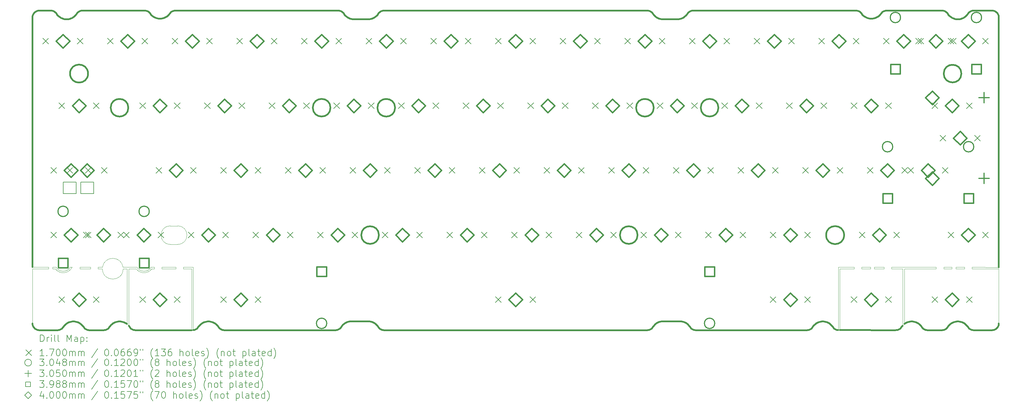
<source format=gbr>
%TF.GenerationSoftware,KiCad,Pcbnew,8.99.0-2194-gb3b7cbcab2*%
%TF.CreationDate,2024-09-18T03:31:52+07:00*%
%TF.ProjectId,Sebas_nuxros,53656261-735f-46e7-9578-726f732e6b69,rev?*%
%TF.SameCoordinates,Original*%
%TF.FileFunction,Drillmap*%
%TF.FilePolarity,Positive*%
%FSLAX45Y45*%
G04 Gerber Fmt 4.5, Leading zero omitted, Abs format (unit mm)*
G04 Created by KiCad (PCBNEW 8.99.0-2194-gb3b7cbcab2) date 2024-09-18 03:31:52*
%MOMM*%
%LPD*%
G01*
G04 APERTURE LIST*
%ADD10C,0.500000*%
%ADD11C,0.050000*%
%ADD12C,0.010000*%
%ADD13C,0.100000*%
%ADD14C,0.150000*%
%ADD15C,0.200000*%
%ADD16C,0.170000*%
%ADD17C,0.304800*%
%ADD18C,0.305000*%
%ADD19C,0.398780*%
%ADD20C,0.400000*%
G04 APERTURE END LIST*
D10*
X27651995Y-2620495D02*
X27685873Y-2605153D01*
X28532251Y-11807000D02*
X28090250Y-11807000D01*
X27651795Y-11573684D02*
X27616494Y-11562033D01*
X3945046Y-2616873D02*
X3982164Y-2622911D01*
X1033040Y-11804925D02*
X1004297Y-11807000D01*
X27274266Y-11655149D02*
X27249735Y-11683081D01*
X2515815Y-11736686D02*
X2495597Y-11757221D01*
X23137364Y-11798740D02*
X23109217Y-11804925D01*
X20471122Y-5249385D02*
G75*
G02*
X19951122Y-5249385I-260000J0D01*
G01*
X19951122Y-5249385D02*
G75*
G02*
X20471122Y-5249385I260000J0D01*
G01*
X5857142Y-11798738D02*
X5830177Y-11788571D01*
X10306754Y-2609877D02*
X10341115Y-2590877D01*
X27961732Y-2389077D02*
X27990488Y-2387000D01*
X18565240Y-5250385D02*
G75*
G02*
X18045240Y-5250385I-260000J0D01*
G01*
X18045240Y-5250385D02*
G75*
G02*
X18565240Y-5250385I260000J0D01*
G01*
X1061186Y-11798740D02*
X1033040Y-11804925D01*
X27685873Y-2605153D02*
X27717932Y-2586302D01*
X804014Y-2387000D02*
X832769Y-2389075D01*
X27087733Y-11804924D02*
X27058990Y-11807000D01*
X23902620Y-11774636D02*
X23879661Y-11757220D01*
X26498911Y-11757220D02*
X26478693Y-11736684D01*
X23323106Y-11629977D02*
X23295750Y-11655149D01*
X18592478Y-11652213D02*
X18566325Y-11681465D01*
X19593363Y-2436847D02*
X19616330Y-2419409D01*
X24686552Y-2473521D02*
X24709521Y-2503295D01*
X19337201Y-11549754D02*
X18839907Y-11549764D01*
X354122Y-2418750D02*
X379167Y-2405074D01*
X26004277Y-11589014D02*
X25972227Y-11607849D01*
X10428557Y-2512691D02*
X10451267Y-2480660D01*
X5091884Y-11774635D02*
X5066660Y-11788571D01*
X5066660Y-11788571D02*
X5039695Y-11798737D01*
X462250Y-2387000D02*
X804014Y-2387000D01*
X23954810Y-11798739D02*
X23927844Y-11788572D01*
X28560714Y-11804964D02*
X28532251Y-11807000D01*
X9325956Y-2395270D02*
X9352937Y-2405450D01*
X27990488Y-2387000D02*
X28532251Y-2387000D01*
X3022278Y-11607849D02*
X2990228Y-11589014D01*
X26146749Y-11550248D02*
X26109784Y-11554191D01*
X3982164Y-2622911D02*
X4019714Y-2624931D01*
X28714178Y-2503917D02*
X28724150Y-2530654D01*
X2472637Y-11774638D02*
X2447412Y-11788574D01*
X2668109Y-11589014D02*
X2636059Y-11607849D01*
X10511131Y-11774634D02*
X10488172Y-11757219D01*
D11*
X25060000Y-10000000D02*
X25060000Y-9950000D01*
D10*
X19415063Y-11558523D02*
X19376378Y-11551953D01*
X24709521Y-2503295D02*
X24735553Y-2530434D01*
X27168069Y-11774636D02*
X27142845Y-11788572D01*
X10488543Y-2436847D02*
X10511510Y-2419409D01*
D11*
X960000Y-9950000D02*
X860000Y-9950000D01*
D10*
X3647390Y-2403946D02*
X3671840Y-2416792D01*
X3731509Y-2473521D02*
X3754479Y-2503295D01*
X28588598Y-11798899D02*
X28560714Y-11804964D01*
X27087769Y-2389080D02*
X27115926Y-2395270D01*
X4950250Y-11807000D02*
X3294781Y-11807000D01*
X1566129Y-2480616D02*
X1583185Y-2457373D01*
X4165612Y-2593072D02*
X4198903Y-2575583D01*
X27363629Y-2605152D02*
X27397507Y-2620495D01*
X28663223Y-11758150D02*
X28640379Y-11775250D01*
X4307919Y-2473521D02*
X4325122Y-2451912D01*
D11*
X26880000Y-9950000D02*
X26880000Y-10000000D01*
D10*
X5641528Y-11607849D02*
X5609478Y-11589014D01*
X18565941Y-2512693D02*
X18592096Y-2541979D01*
X19584638Y-11652210D02*
X19555374Y-11626069D01*
X2810581Y-11550248D02*
X2773616Y-11554191D01*
X280324Y-11690083D02*
X270352Y-11663347D01*
X24649330Y-2432884D02*
X24669347Y-2451914D01*
X2363556Y-11807000D02*
X1935512Y-11807000D01*
X294000Y-2478872D02*
X311100Y-2456028D01*
X28615334Y-11788926D02*
X28588598Y-11798899D01*
X25660250Y-11809000D02*
X25728467Y-11804925D01*
X19489023Y-11584394D02*
X19452769Y-11569382D01*
X18839660Y-2644566D02*
X19259660Y-2644566D01*
X25085680Y-2606889D02*
X25120655Y-2593072D01*
X27933574Y-2395267D02*
X27961732Y-2389077D01*
D12*
X5000250Y-9949000D02*
X5000250Y-11805740D01*
D10*
X1414353Y-11554199D02*
X1378015Y-11562040D01*
X4130638Y-2606889D02*
X4165612Y-2593072D01*
X26461635Y-11713456D02*
X26440205Y-11683081D01*
X25869038Y-11713456D02*
X25851982Y-11736685D01*
X27168133Y-2419392D02*
X27191097Y-2436822D01*
X2578832Y-11655149D02*
X2554301Y-11683081D01*
X405904Y-11798898D02*
X379167Y-11788926D01*
X25851982Y-11736685D02*
X25831764Y-11757221D01*
X9343902Y-11736684D02*
X9323684Y-11757218D01*
X860927Y-2395266D02*
X887902Y-2405442D01*
X26478693Y-11736684D02*
X26461635Y-11713456D01*
X27397410Y-11573684D02*
X27363543Y-11589014D01*
X4094382Y-2616873D02*
X4130638Y-2606889D01*
X26521870Y-11774636D02*
X26498911Y-11757220D01*
X9461125Y-2512690D02*
X9487279Y-2541976D01*
X3266038Y-11804923D02*
X3237892Y-11798738D01*
D11*
X740000Y-9950000D02*
X740000Y-10000208D01*
D10*
X24228250Y-11805000D02*
X24050250Y-11806644D01*
X331278Y-11758149D02*
X311101Y-11737972D01*
X2554301Y-11683081D02*
X2532870Y-11713456D01*
D13*
X3340000Y-9950000D02*
X3050250Y-9949000D01*
D10*
X3104037Y-11683081D02*
X3100250Y-11678769D01*
X264286Y-11635463D02*
X262250Y-11607000D01*
X28663224Y-2435849D02*
X28683402Y-2456027D01*
X26358446Y-11607849D02*
X26326396Y-11589014D01*
X28724150Y-2530654D02*
X28730216Y-2558537D01*
X18374300Y-11807000D02*
X10620208Y-11807000D01*
X19375302Y-2624910D02*
X19411576Y-2609879D01*
X27775169Y-2538965D02*
X27799701Y-2511013D01*
X27397507Y-2620495D02*
X27432822Y-2632156D01*
X24828859Y-2593072D02*
X24863833Y-2606889D01*
X3754479Y-2503295D02*
X3780511Y-2530434D01*
X10563320Y-11798735D02*
X10536355Y-11788570D01*
X28724149Y-11663347D02*
X28714177Y-11690083D01*
X1046692Y-2564156D02*
X1076570Y-2586302D01*
X19573142Y-2457407D02*
X19593363Y-2436847D01*
X3185702Y-11774636D02*
X3162743Y-11757219D01*
X3237892Y-11798738D02*
X3210927Y-11788571D01*
D11*
X3780000Y-10000000D02*
G75*
G02*
X3320000Y-10000000I-230000J170000D01*
G01*
D10*
X1396994Y-2620495D02*
X1430873Y-2605153D01*
X18089000Y-9004000D02*
G75*
G02*
X17569000Y-9004000I-260000J0D01*
G01*
X17569000Y-9004000D02*
G75*
G02*
X18089000Y-9004000I260000J0D01*
G01*
X5609478Y-11589014D02*
X5575611Y-11573684D01*
X1177822Y-2632156D02*
X1214175Y-2640004D01*
X24521863Y-2387000D02*
X24549416Y-2388909D01*
X27858402Y-2436819D02*
X27881367Y-2419389D01*
D11*
X4542500Y-8735000D02*
X4322500Y-8735000D01*
D10*
X27820902Y-11713456D02*
X27799471Y-11683081D01*
X19696711Y-2389080D02*
X19725474Y-2387000D01*
X5255309Y-11607849D02*
X5225438Y-11629977D01*
X27432712Y-11562033D02*
X27397410Y-11573684D01*
X5914031Y-11807000D02*
X5885288Y-11804923D01*
X270352Y-2530654D02*
X280324Y-2503917D01*
D11*
X1430000Y-9950000D02*
X1380000Y-9950000D01*
D10*
X270352Y-11663347D02*
X264286Y-11635463D01*
X24764346Y-2554622D02*
X24795568Y-2575583D01*
X19641567Y-2405455D02*
X19668547Y-2395274D01*
X28732251Y-11607000D02*
X28730215Y-11635463D01*
X19802821Y-11807000D02*
X19774077Y-11804923D01*
D11*
X27720000Y-9950000D02*
X27720000Y-10000000D01*
D10*
X1935512Y-11807000D02*
X1906769Y-11804927D01*
X1525456Y-11554199D02*
X1488492Y-11550256D01*
X18482993Y-2419405D02*
X18505960Y-2436844D01*
X1451317Y-11550256D02*
X1414353Y-11554199D01*
X27211317Y-2457372D02*
X27228373Y-2480616D01*
D11*
X27470000Y-10000000D02*
X27470000Y-9950000D01*
D10*
X19452769Y-11569382D02*
X19415063Y-11558523D01*
X4367587Y-2416790D02*
X4392038Y-2403945D01*
X3125467Y-11713456D02*
X3104037Y-11683081D01*
X1744769Y-11683084D02*
X1720238Y-11655154D01*
D11*
X4542500Y-8735000D02*
G75*
G02*
X4542500Y-9277500I0J-271250D01*
G01*
D10*
X10945240Y-5250385D02*
G75*
G02*
X10425240Y-5250385I-260000J0D01*
G01*
X10425240Y-5250385D02*
G75*
G02*
X10945240Y-5250385I260000J0D01*
G01*
X379167Y-2405074D02*
X405904Y-2395102D01*
X10428178Y-11681466D02*
X10402026Y-11652215D01*
X28730216Y-2558537D02*
X28732251Y-2587000D01*
X2921059Y-11562033D02*
X2884721Y-11554191D01*
X1004297Y-11807000D02*
X462250Y-11807000D01*
X27301692Y-2564156D02*
X27331570Y-2586302D01*
X2532870Y-11713456D02*
X2515815Y-11736686D01*
X1851658Y-11788575D02*
X1826434Y-11774639D01*
X19668547Y-2395274D02*
X19696711Y-2389080D01*
X4284950Y-2503295D02*
X4307919Y-2473521D01*
X19411576Y-2609879D02*
X19445937Y-2590880D01*
X18431188Y-11798739D02*
X18403043Y-11804924D01*
X4057265Y-2622911D02*
X4094382Y-2616873D01*
D11*
X2325491Y-9950075D02*
G75*
G02*
X2932500Y-9950000I303511J-46492D01*
G01*
D10*
X18800731Y-11551957D02*
X18762047Y-11558527D01*
X9248535Y-11798737D02*
X9220389Y-11804923D01*
X2392300Y-11804925D02*
X2363556Y-11807000D01*
D11*
X24690000Y-10000000D02*
X24950000Y-10000000D01*
D10*
X24937206Y-2622911D02*
X24974757Y-2624931D01*
X26602206Y-11804924D02*
X26574060Y-11798739D01*
X10467953Y-11736685D02*
X10450895Y-11713458D01*
X19718966Y-11788572D02*
X19693742Y-11774636D01*
X1342714Y-11573691D02*
X1308848Y-11589020D01*
X2701976Y-11573684D02*
X2668109Y-11589014D01*
X18800458Y-2642363D02*
X18839660Y-2644566D01*
X28683402Y-2456027D02*
X28700502Y-2478871D01*
X264286Y-2558537D02*
X270352Y-2530654D01*
X5540310Y-11562033D02*
X5503971Y-11554191D01*
X5173551Y-11683081D02*
X5152120Y-11713456D01*
X27115880Y-11798739D02*
X27087733Y-11804924D01*
X19259660Y-2644566D02*
X19298863Y-2642363D01*
X9409827Y-11652210D02*
X9383674Y-11681461D01*
X28615335Y-2405072D02*
X28640380Y-2418748D01*
X2990228Y-11589014D02*
X2956361Y-11573684D01*
X4345139Y-2432881D02*
X4367587Y-2416790D01*
X25972227Y-11607849D02*
X25950250Y-11624130D01*
X19555374Y-11626069D02*
X19523368Y-11603369D01*
X27717712Y-11607849D02*
X27685662Y-11589014D01*
X10154599Y-11549759D02*
X9657259Y-11549754D01*
X23352977Y-11607849D02*
X23323106Y-11629977D01*
X25012307Y-2622911D02*
X25049425Y-2616873D01*
X10620208Y-11807000D02*
X10591466Y-11804921D01*
X1626369Y-2419392D02*
X1651600Y-2405444D01*
X5152120Y-11713456D02*
X5135062Y-11736684D01*
X1195040Y-11683084D02*
X1173609Y-11713459D01*
X4325122Y-2451912D02*
X4345139Y-2432881D01*
X28683401Y-11737972D02*
X28663223Y-11758150D01*
X28700501Y-11715128D02*
X28683401Y-11737972D01*
X9352937Y-2405450D02*
X9378173Y-2419405D01*
X2447412Y-11788574D02*
X2420446Y-11798740D01*
X19445937Y-2590880D02*
X19477954Y-2568151D01*
X26326396Y-11589014D02*
X26292529Y-11573684D01*
X9269028Y-2387000D02*
X9297791Y-2389076D01*
X27363543Y-11589014D02*
X27331493Y-11607849D01*
X24576444Y-2394594D02*
X24602431Y-2403948D01*
X23164330Y-11788574D02*
X23137364Y-11798740D01*
X18505960Y-2436844D02*
X18526181Y-2457405D01*
X18373847Y-2387000D02*
X18402610Y-2389076D01*
X23527499Y-11550248D02*
X23490534Y-11554191D01*
D13*
X25900250Y-10000000D02*
X25900250Y-11671943D01*
D10*
X5321226Y-11573684D02*
X5287359Y-11589014D01*
D13*
X25950250Y-11624130D02*
X25950250Y-10000000D01*
D10*
X25300183Y-2432883D02*
X25322631Y-2416792D01*
X28732251Y-2587000D02*
X28730000Y-9960000D01*
X10469000Y-9004000D02*
G75*
G02*
X9949000Y-9004000I-260000J0D01*
G01*
X9949000Y-9004000D02*
G75*
G02*
X10469000Y-9004000I260000J0D01*
G01*
X25900250Y-11671943D02*
X25890469Y-11683081D01*
X3050250Y-11628571D02*
X3022278Y-11607849D01*
X23820955Y-11683081D02*
X23796423Y-11655149D01*
D11*
X3760000Y-9950000D02*
G75*
G02*
X3340000Y-9950000I-210000J120000D01*
G01*
D10*
X23080474Y-11807000D02*
X19802821Y-11807000D01*
X311100Y-2456028D02*
X331278Y-2435850D01*
X5761775Y-11736684D02*
X5744717Y-11713456D01*
X10372763Y-11626075D02*
X10340759Y-11603375D01*
X26220889Y-11554191D02*
X26183924Y-11550248D01*
X9360960Y-11713456D02*
X9343902Y-11736684D01*
X294000Y-11715128D02*
X280324Y-11690083D01*
X1214175Y-2640004D02*
X1251156Y-2643950D01*
D11*
X4070000Y-10000000D02*
X4490000Y-10000000D01*
D10*
X27933325Y-11798744D02*
X27906359Y-11788577D01*
X23109217Y-11804925D02*
X23080474Y-11807000D01*
X27249735Y-11683081D02*
X27228304Y-11713456D01*
X23418894Y-11573684D02*
X23385027Y-11589014D01*
D13*
X3100000Y-10000000D02*
X3100250Y-11678769D01*
D10*
X27058990Y-11807000D02*
X26630949Y-11807000D01*
X24795568Y-2575583D02*
X24828859Y-2593072D01*
X9275500Y-11788571D02*
X9248535Y-11798737D01*
X5287359Y-11589014D02*
X5255309Y-11607849D01*
X24735553Y-2530434D02*
X24764346Y-2554622D01*
X3780511Y-2530434D02*
X3809304Y-2554622D01*
X26574060Y-11798739D02*
X26547094Y-11788572D01*
X10340759Y-11603375D02*
X10306415Y-11584400D01*
X28090250Y-11807000D02*
X27990215Y-11807000D01*
X25049425Y-2616873D02*
X25085680Y-2606889D01*
X25153945Y-2575583D02*
X25185167Y-2554622D01*
D11*
X27350000Y-10000000D02*
X27110000Y-10000000D01*
D10*
X25347081Y-2403947D02*
X25373069Y-2394592D01*
X9541693Y-11569382D02*
X9505440Y-11584394D01*
D11*
X27940000Y-10000000D02*
X28730000Y-10000000D01*
D10*
X27799471Y-11683081D02*
X27774939Y-11655149D01*
X27685662Y-11589014D02*
X27651795Y-11573684D01*
X25185167Y-2554622D02*
X25213960Y-2530434D01*
X2773616Y-11554191D02*
X2737278Y-11562033D01*
X2956361Y-11573684D02*
X2921059Y-11562033D01*
X1019332Y-2538965D02*
X1046692Y-2564156D01*
X3873816Y-2593072D02*
X3908791Y-2606889D01*
X1900500Y-4243500D02*
G75*
G02*
X1370500Y-4243500I-265000J0D01*
G01*
X1370500Y-4243500D02*
G75*
G02*
X1900500Y-4243500I265000J0D01*
G01*
X25890469Y-11683081D02*
X25869038Y-11713456D01*
X2884721Y-11554191D02*
X2847756Y-11550248D01*
X10193774Y-11551959D02*
X10154599Y-11549759D01*
X24863833Y-2606889D02*
X24900089Y-2616873D01*
D11*
X1430000Y-9950000D02*
G75*
G02*
X939719Y-10000208I-260000J120000D01*
G01*
X4490000Y-9950000D02*
X4070000Y-9950000D01*
D10*
X379167Y-11788926D02*
X354122Y-11775250D01*
X27506156Y-2643950D02*
X27543346Y-2643950D01*
X25400097Y-2388907D02*
X25427650Y-2387000D01*
D11*
X4490000Y-10000000D02*
X4490000Y-9950000D01*
D10*
X9191646Y-11807000D02*
X5914031Y-11807000D01*
X1276798Y-11607855D02*
X1246927Y-11629982D01*
X4418026Y-2394591D02*
X4445054Y-2388906D01*
X28640380Y-2418748D02*
X28663224Y-2435849D01*
X23769067Y-11629977D02*
X23739196Y-11607849D01*
D13*
X24050250Y-11806644D02*
X24050250Y-10000000D01*
D10*
X1288346Y-2643950D02*
X1325326Y-2640004D01*
D11*
X24950000Y-9950000D02*
X24690000Y-9949000D01*
D10*
X27469175Y-2640004D02*
X27506156Y-2643950D01*
D11*
X4950250Y-10000000D02*
X4710000Y-10000000D01*
D10*
X27961471Y-11804929D02*
X27933325Y-11798744D01*
X5011549Y-11804923D02*
X5000250Y-11805740D01*
X25427650Y-2387000D02*
X27059014Y-2387000D01*
X1325326Y-2640004D02*
X1361679Y-2632156D01*
X27432822Y-2632156D02*
X27469175Y-2640004D01*
D11*
X25060000Y-9950000D02*
X25350000Y-9950000D01*
D10*
X3671840Y-2416792D02*
X3694288Y-2432883D01*
X3908791Y-2606889D02*
X3945046Y-2616873D01*
X9323684Y-11757218D02*
X9300724Y-11774635D01*
D11*
X4542500Y-9277500D02*
X4322500Y-9277500D01*
X27350000Y-9950000D02*
X27350000Y-10000000D01*
D10*
X18621366Y-2568150D02*
X18653384Y-2590879D01*
X973373Y-2480616D02*
X994800Y-2511013D01*
X1651600Y-2405444D02*
X1678575Y-2395270D01*
D11*
X27110000Y-10000000D02*
X27110000Y-9950000D01*
D10*
X10373132Y-2568148D02*
X10402402Y-2541976D01*
D11*
X25900250Y-10000000D02*
X25570000Y-10000000D01*
D10*
X262250Y-2587000D02*
X264286Y-2558537D01*
X5135062Y-11736684D02*
X5114844Y-11757218D01*
X1108629Y-2605152D02*
X1142507Y-2620495D01*
X26038144Y-11573684D02*
X26004277Y-11589014D01*
X19745931Y-11798738D02*
X19718966Y-11788572D01*
X23879661Y-11757220D02*
X23859443Y-11736684D01*
X27906359Y-11788577D02*
X27881134Y-11774640D01*
X354122Y-11775250D02*
X331278Y-11758149D01*
X9548565Y-2590878D02*
X9582927Y-2609877D01*
X23249788Y-11713456D02*
X23232732Y-11736685D01*
D11*
X260000Y-10000000D02*
X262250Y-11607000D01*
D10*
X27211247Y-11736684D02*
X27191029Y-11757220D01*
X27821129Y-2480616D02*
X27838182Y-2457370D01*
D11*
X3850000Y-9950000D02*
X3850000Y-10000000D01*
D10*
X25280166Y-2451914D02*
X25300183Y-2432883D01*
X1630961Y-11589020D02*
X1597095Y-11573691D01*
X9582927Y-2609877D02*
X9619200Y-2624909D01*
D11*
X25350000Y-10000000D02*
X25060000Y-10000000D01*
D10*
X27274332Y-2538965D02*
X27301692Y-2564156D01*
X27115926Y-2395270D02*
X27142901Y-2405445D01*
X1492810Y-2564156D02*
X1520169Y-2538965D01*
X1720238Y-11655154D02*
X1692882Y-11629982D01*
X19556087Y-2480660D02*
X19573142Y-2457407D01*
X10194043Y-2642363D02*
X10232752Y-2635783D01*
X18526555Y-11736687D02*
X18506336Y-11757222D01*
X9041562Y-5249501D02*
G75*
G02*
X8521562Y-5249501I-260000J0D01*
G01*
X8521562Y-5249501D02*
G75*
G02*
X9041562Y-5249501I260000J0D01*
G01*
X19376378Y-11551953D02*
X19337201Y-11549754D01*
X9695638Y-2642362D02*
X9734841Y-2644565D01*
X24549416Y-2388909D02*
X24576444Y-2394594D01*
X5723287Y-11683081D02*
X5698755Y-11655149D01*
X1136335Y-11757223D02*
X1113376Y-11774638D01*
X10536355Y-11788570D02*
X10511131Y-11774634D01*
X19693742Y-11774636D02*
X19670782Y-11757219D01*
X5885288Y-11804923D02*
X5857142Y-11798738D01*
X28532251Y-2387000D02*
X28560714Y-2389034D01*
X956318Y-2457371D02*
X973373Y-2480616D01*
X28640379Y-11775250D02*
X28615334Y-11788926D01*
X26440205Y-11683081D02*
X26415673Y-11655149D01*
X10402026Y-11652215D02*
X10372763Y-11626075D01*
X23189554Y-11774638D02*
X23164330Y-11788574D01*
X3087117Y-5250382D02*
G75*
G02*
X2567117Y-5250382I-260000J0D01*
G01*
X2567117Y-5250382D02*
G75*
G02*
X3087117Y-5250382I260000J0D01*
G01*
D11*
X3050250Y-10000000D02*
X2934020Y-10000000D01*
D10*
X1156554Y-11736688D02*
X1136335Y-11757223D01*
X26547094Y-11788572D02*
X26521870Y-11774636D01*
X27580155Y-11554191D02*
X27543190Y-11550248D01*
X1142507Y-2620495D02*
X1177822Y-2632156D01*
X23490534Y-11554191D02*
X23454196Y-11562033D01*
X23385027Y-11589014D02*
X23352977Y-11607849D01*
X1766200Y-11713459D02*
X1744769Y-11683084D01*
X433787Y-11804963D02*
X405904Y-11798898D01*
X3840526Y-2575583D02*
X3873816Y-2593072D01*
X5467006Y-11550248D02*
X5429831Y-11550248D01*
X1603405Y-2436822D02*
X1626369Y-2419392D01*
X5698755Y-11655149D02*
X5671399Y-11629977D01*
X27331493Y-11607849D02*
X27301622Y-11629977D01*
X5429831Y-11550248D02*
X5392866Y-11554191D01*
X1803475Y-11757223D02*
X1783257Y-11736687D01*
D11*
X27940000Y-9950000D02*
X27940000Y-10000000D01*
D10*
X27142901Y-2405445D02*
X27168133Y-2419392D01*
X433787Y-2389036D02*
X462250Y-2387000D01*
X18592096Y-2541979D02*
X18621366Y-2568150D01*
X936098Y-2436820D02*
X956318Y-2457371D01*
X25322631Y-2416792D02*
X25347081Y-2403947D01*
X4198903Y-2575583D02*
X4230125Y-2554622D01*
X18688089Y-11584398D02*
X18653745Y-11603373D01*
X27628004Y-4243500D02*
G75*
G02*
X27108004Y-4243500I-260000J0D01*
G01*
X27108004Y-4243500D02*
G75*
G02*
X27628004Y-4243500I260000J0D01*
G01*
D11*
X1380000Y-9950000D02*
G75*
G02*
X960000Y-9950000I-210000J120000D01*
G01*
D10*
X1826434Y-11774639D02*
X1803475Y-11757223D01*
X10536746Y-2405455D02*
X10563727Y-2395275D01*
X462250Y-11807000D02*
X433787Y-11804963D01*
X1219571Y-11655154D02*
X1195040Y-11683084D01*
X18543234Y-2480660D02*
X18565941Y-2512693D01*
D11*
X24050250Y-10000000D02*
X24470000Y-10000000D01*
X3850000Y-10000000D02*
X3780000Y-10000000D01*
D10*
X19610791Y-11681461D02*
X19584638Y-11652210D01*
D11*
X25570000Y-9950000D02*
X25900250Y-9949000D01*
X740000Y-9950000D02*
X260000Y-9950000D01*
D10*
X23212514Y-11757221D02*
X23189554Y-11774638D01*
X2636059Y-11607849D02*
X2606188Y-11629977D01*
X3142525Y-11736684D02*
X3125467Y-11713456D01*
X23927844Y-11788572D02*
X23902620Y-11774636D01*
X5114844Y-11757218D02*
X5091884Y-11774635D01*
X4230125Y-2554622D02*
X4258918Y-2530434D01*
X994800Y-2511013D02*
X1019332Y-2538965D01*
X18483377Y-11774637D02*
X18458153Y-11788573D01*
X9438414Y-2480660D02*
X9461125Y-2512690D01*
X5575611Y-11573684D02*
X5540310Y-11562033D01*
X10341115Y-2590877D02*
X10373132Y-2568148D01*
X18566325Y-11681465D02*
X18543612Y-11713460D01*
X5039695Y-11798737D02*
X5011549Y-11804923D01*
X1692882Y-11629982D02*
X1663011Y-11607855D01*
X19523368Y-11603369D02*
X19489023Y-11584394D01*
D11*
X25950250Y-10000000D02*
X26880000Y-10000000D01*
D10*
X27906599Y-2405442D02*
X27933574Y-2395267D01*
X9734841Y-2644565D02*
X10154841Y-2644565D01*
X10488172Y-11757219D02*
X10467953Y-11736685D01*
X19507224Y-2541978D02*
X19533378Y-2512692D01*
X5671399Y-11629977D02*
X5641528Y-11607849D01*
X28714177Y-11690083D02*
X28700501Y-11715128D01*
X10270481Y-2624908D02*
X10306754Y-2609877D01*
X10232752Y-2635783D02*
X10270481Y-2624908D01*
X1361679Y-2632156D02*
X1396994Y-2620495D01*
X5225438Y-11629977D02*
X5198082Y-11655149D01*
D11*
X4322500Y-9277500D02*
G75*
G02*
X4322500Y-8735000I0J271250D01*
G01*
X27940000Y-9950000D02*
X28730000Y-9960000D01*
D10*
X5392866Y-11554191D02*
X5356528Y-11562033D01*
D13*
X3050250Y-11628571D02*
X3050250Y-10000000D01*
D10*
X4258918Y-2530434D02*
X4284950Y-2503295D01*
X18761748Y-2635784D02*
X18800458Y-2642363D01*
X4392038Y-2403945D02*
X4418026Y-2394591D01*
D13*
X24000250Y-9949000D02*
X24000250Y-11806173D01*
D10*
X1088151Y-11788574D02*
X1061186Y-11798740D01*
X9656929Y-2635783D02*
X9695638Y-2642362D01*
X25262962Y-2473521D02*
X25280166Y-2451914D01*
X10402402Y-2541976D02*
X10428557Y-2512691D01*
X4472608Y-2387000D02*
X9269028Y-2387000D01*
X1783257Y-11736687D02*
X1766200Y-11713459D01*
D13*
X5000250Y-9949000D02*
X4950250Y-9949000D01*
D11*
X2325491Y-9950075D02*
X2190000Y-9950000D01*
D10*
X24669347Y-2451914D02*
X24686552Y-2473521D01*
X5830177Y-11788571D02*
X5804952Y-11774636D01*
X3621402Y-2394592D02*
X3647390Y-2403946D01*
D11*
X4710000Y-9950000D02*
X4950250Y-9949000D01*
D10*
X24173677Y-9005126D02*
G75*
G02*
X23643677Y-9005126I-265000J0D01*
G01*
X23643677Y-9005126D02*
G75*
G02*
X24173677Y-9005126I265000J0D01*
G01*
X27249800Y-2511013D02*
X27274332Y-2538965D01*
X23637977Y-11562033D02*
X23601639Y-11554191D01*
D11*
X28730000Y-10000000D02*
X28732251Y-11607000D01*
X3320000Y-10000000D02*
X3100000Y-10000000D01*
D10*
X19633507Y-11713456D02*
X19610791Y-11681461D01*
X26073446Y-11562033D02*
X26038144Y-11573684D01*
X18839907Y-11549764D02*
X18800731Y-11551957D01*
X27837958Y-11736686D02*
X27820902Y-11713456D01*
X9297791Y-2389076D02*
X9325956Y-2395270D01*
X10450895Y-11713458D02*
X10428178Y-11681466D01*
X27142845Y-11788572D02*
X27115880Y-11798739D01*
X18687745Y-2609879D02*
X18724019Y-2624910D01*
X27301622Y-11629977D02*
X27274266Y-11655149D01*
X1561794Y-11562040D02*
X1525456Y-11554199D01*
X27228304Y-11713456D02*
X27211247Y-11736684D01*
X25373069Y-2394592D02*
X25400097Y-2388907D01*
X1251156Y-2643950D02*
X1288346Y-2643950D01*
D11*
X24690000Y-9949000D02*
X24690000Y-10000000D01*
D10*
X28560714Y-2389034D02*
X28588598Y-2395100D01*
X9618082Y-11551953D02*
X9579398Y-11558524D01*
X4445054Y-2388906D02*
X4472608Y-2387000D01*
X23982956Y-11804924D02*
X23954810Y-11798739D01*
X5804952Y-11774636D02*
X5781993Y-11757219D01*
X1663011Y-11607855D02*
X1630961Y-11589020D01*
X27858175Y-11757222D02*
X27837958Y-11736686D01*
X9505440Y-11584394D02*
X9471095Y-11603369D01*
X23859443Y-11736684D02*
X23842385Y-11713456D01*
X2606188Y-11629977D02*
X2578832Y-11655149D01*
X18403043Y-11804924D02*
X18374300Y-11807000D01*
X1678575Y-2395270D02*
X1706733Y-2389079D01*
X23601639Y-11554191D02*
X23564674Y-11550248D01*
D13*
X4950250Y-11807000D02*
X4950250Y-10000000D01*
D10*
X25808804Y-11774638D02*
X25783580Y-11788574D01*
X27059014Y-2387000D02*
X27087769Y-2389080D01*
D11*
X3050250Y-9949000D02*
X2932500Y-9950000D01*
D10*
X1583185Y-2457373D02*
X1603405Y-2436822D01*
X832769Y-2389075D02*
X860927Y-2395266D01*
X23295750Y-11655149D02*
X23271219Y-11683081D01*
X1906769Y-11804927D02*
X1878623Y-11798741D01*
D11*
X1972500Y-10000000D02*
X1660000Y-10000000D01*
D10*
X18402610Y-2389076D02*
X18430775Y-2395270D01*
X23673279Y-11573684D02*
X23637977Y-11562033D01*
D11*
X740000Y-10000208D02*
X260000Y-10000000D01*
D10*
X27191097Y-2436822D02*
X27211317Y-2457372D01*
X19650564Y-11736684D02*
X19633507Y-11713456D01*
X1076570Y-2586302D02*
X1108629Y-2605152D01*
X3162743Y-11757219D02*
X3142525Y-11736684D01*
X27747583Y-11629977D02*
X27717712Y-11607849D01*
X1378015Y-11562040D02*
X1342714Y-11573691D01*
X26257227Y-11562033D02*
X26220889Y-11554191D01*
X280324Y-2503917D02*
X294000Y-2478872D01*
X18506336Y-11757222D02*
X18483377Y-11774637D01*
D11*
X24470000Y-9949000D02*
X24470000Y-10000000D01*
D10*
X1430873Y-2605153D02*
X1462932Y-2586302D01*
D11*
X1972500Y-9950000D02*
X1972500Y-10000000D01*
D10*
X10591891Y-2389080D02*
X10620653Y-2387000D01*
X9383674Y-11681461D02*
X9360960Y-11713456D01*
X27799701Y-2511013D02*
X27821129Y-2480616D01*
X10270162Y-11569389D02*
X10232458Y-11558529D01*
X24228250Y-11805000D02*
X24278250Y-11805000D01*
X5744717Y-11713456D02*
X5723287Y-11683081D01*
X9619200Y-2624909D02*
X9656929Y-2635783D01*
X27543346Y-2643950D02*
X27580327Y-2640004D01*
X23796423Y-11655149D02*
X23769067Y-11629977D01*
X25831764Y-11757221D02*
X25808804Y-11774638D01*
X18653745Y-11603373D02*
X18621740Y-11626073D01*
X27331570Y-2586302D02*
X27363629Y-2605152D01*
D11*
X27110000Y-9950000D02*
X27350000Y-9950000D01*
X1660000Y-10000000D02*
X1660000Y-9950000D01*
D10*
X27228373Y-2480616D02*
X27249800Y-2511013D01*
X2737278Y-11562033D02*
X2701976Y-11573684D01*
X23707146Y-11589014D02*
X23673279Y-11573684D01*
X27774939Y-11655149D02*
X27747583Y-11629977D01*
X5198082Y-11655149D02*
X5173551Y-11683081D01*
X9579398Y-11558524D02*
X9541693Y-11569382D01*
X18526181Y-2457405D02*
X18543234Y-2480660D01*
X19298863Y-2642363D02*
X19337573Y-2635784D01*
X9516548Y-2568149D02*
X9548565Y-2590878D01*
X26415673Y-11655149D02*
X26388317Y-11629977D01*
X25783580Y-11788574D02*
X25756614Y-11798740D01*
X27838182Y-2457370D02*
X27858402Y-2436819D01*
X27747810Y-2564156D02*
X27775169Y-2538965D01*
X19774077Y-11804923D02*
X19745931Y-11798738D01*
X9657259Y-11549754D02*
X9618082Y-11551953D01*
X18458153Y-11788573D02*
X18431188Y-11798739D01*
X10306415Y-11584400D02*
X10270162Y-11569389D01*
X913134Y-2419390D02*
X936098Y-2436820D01*
X405904Y-2395102D02*
X433787Y-2389036D01*
X10591466Y-11804921D02*
X10563320Y-11798735D01*
X1520169Y-2538965D02*
X1544701Y-2511013D01*
D11*
X25350000Y-9950000D02*
X25350000Y-10000000D01*
D10*
X19477954Y-2568151D02*
X19507224Y-2541978D01*
X260000Y-9950000D02*
X262250Y-2587000D01*
D11*
X4710000Y-9950000D02*
X4710000Y-10000000D01*
D10*
X25120655Y-2593072D02*
X25153945Y-2575583D01*
D11*
X1660000Y-9950000D02*
X1972500Y-9950000D01*
D10*
X9300724Y-11774635D02*
X9275500Y-11788571D01*
D11*
X24950000Y-10000000D02*
X24950000Y-9950000D01*
D10*
X311101Y-11737972D02*
X294000Y-11715128D01*
X24000250Y-11806173D02*
X23982956Y-11804924D01*
X26183924Y-11550248D02*
X26146749Y-11550248D01*
X1173609Y-11713459D02*
X1156554Y-11736688D01*
X23842385Y-11713456D02*
X23820955Y-11683081D01*
X2495597Y-11757221D02*
X2472637Y-11774638D01*
X3714305Y-2451914D02*
X3731509Y-2473521D01*
X27616680Y-2632156D02*
X27651995Y-2620495D01*
X26388317Y-11629977D02*
X26358446Y-11607849D01*
D11*
X25570000Y-10000000D02*
X25570000Y-9950000D01*
D10*
X26109784Y-11554191D02*
X26073446Y-11562033D01*
X27543190Y-11550248D02*
X27506015Y-11550248D01*
X9378173Y-2419405D02*
X9401141Y-2436844D01*
X27990215Y-11807000D02*
X27961471Y-11804929D01*
X5503971Y-11554191D02*
X5467006Y-11550248D01*
X18457756Y-2405450D02*
X18482993Y-2419405D01*
X25756614Y-11798740D02*
X25728467Y-11804925D01*
X18543612Y-11713460D02*
X18526555Y-11736687D01*
X27469050Y-11554191D02*
X27432712Y-11562033D01*
X26292529Y-11573684D02*
X26257227Y-11562033D01*
X9471095Y-11603369D02*
X9439090Y-11626069D01*
X3594374Y-2388907D02*
X3621402Y-2394592D01*
D11*
X860000Y-9950000D02*
X860000Y-10000000D01*
D10*
X1735487Y-2387000D02*
X3566821Y-2387000D01*
X27616494Y-11562033D02*
X27580155Y-11554191D01*
X27881367Y-2419389D02*
X27906599Y-2405442D01*
X27881134Y-11774640D02*
X27858175Y-11757222D01*
X10511510Y-2419409D02*
X10536746Y-2405455D01*
X9401141Y-2436844D02*
X9421361Y-2457405D01*
X19670782Y-11757219D02*
X19650564Y-11736684D01*
X28700502Y-2478871D02*
X28714178Y-2503917D01*
X5356528Y-11562033D02*
X5321226Y-11573684D01*
X27191029Y-11757220D02*
X27168069Y-11774636D01*
X1246927Y-11629982D02*
X1219571Y-11655154D01*
X10468322Y-2457407D02*
X10488543Y-2436847D01*
X1308848Y-11589020D02*
X1276798Y-11607855D01*
X25239992Y-2503295D02*
X25262962Y-2473521D01*
X9220389Y-11804923D02*
X9191646Y-11807000D01*
D11*
X27470000Y-9950000D02*
X27720000Y-9950000D01*
D10*
X24602431Y-2403948D02*
X24626882Y-2416794D01*
X1462932Y-2586302D02*
X1492810Y-2564156D01*
X2420446Y-11798740D02*
X2392300Y-11804925D01*
D13*
X24470000Y-9949000D02*
X24000250Y-9949000D01*
D11*
X4070000Y-9950000D02*
X4070000Y-10000000D01*
D10*
X25660250Y-11809000D02*
X24278250Y-11805000D01*
X26630949Y-11807000D02*
X26602206Y-11804924D01*
X1597095Y-11573691D02*
X1561794Y-11562040D01*
X19725474Y-2387000D02*
X24521863Y-2387000D01*
X19616330Y-2419409D02*
X19641567Y-2405455D01*
X887902Y-2405442D02*
X913134Y-2419390D01*
X10154841Y-2644565D02*
X10194043Y-2642363D01*
X24900089Y-2616873D02*
X24937206Y-2622911D01*
X23564674Y-11550248D02*
X23527499Y-11550248D01*
X18430775Y-2395270D02*
X18457756Y-2405450D01*
X3809304Y-2554622D02*
X3840526Y-2575583D01*
D13*
X26880000Y-9950000D02*
X25900250Y-9949000D01*
D10*
X23271219Y-11683081D02*
X23249788Y-11713456D01*
X28730215Y-11635463D02*
X28724149Y-11663347D01*
X1878623Y-11798741D02*
X1851658Y-11788575D01*
X19337573Y-2635784D02*
X19375302Y-2624910D01*
X23454196Y-11562033D02*
X23418894Y-11573684D01*
X3566821Y-2387000D02*
X3594374Y-2388907D01*
D11*
X27720000Y-10000000D02*
X27470000Y-10000000D01*
X2934020Y-10000000D02*
G75*
G02*
X2323982Y-10000000I-305019J3433D01*
G01*
D10*
X18724342Y-11569386D02*
X18688089Y-11584398D01*
X24626882Y-2416794D02*
X24649330Y-2432884D01*
X18724019Y-2624910D02*
X18761748Y-2635784D01*
X27580327Y-2640004D02*
X27616680Y-2632156D01*
X28588598Y-2395100D02*
X28615335Y-2405072D01*
X24974757Y-2624931D02*
X25012307Y-2622911D01*
X19533378Y-2512692D02*
X19556087Y-2480660D01*
X1544701Y-2511013D02*
X1566129Y-2480616D01*
X27717932Y-2586302D02*
X27747810Y-2564156D01*
D11*
X2190000Y-10000000D02*
X2190000Y-9950000D01*
D10*
X18762047Y-11558527D02*
X18724342Y-11569386D01*
D11*
X3760000Y-9950000D02*
X3850000Y-9950000D01*
D10*
X27506015Y-11550248D02*
X27469050Y-11554191D01*
X9421361Y-2457405D02*
X9438414Y-2480660D01*
X10563727Y-2395275D02*
X10591891Y-2389080D01*
X18653384Y-2590879D02*
X18687745Y-2609879D01*
X1706733Y-2389079D02*
X1735487Y-2387000D01*
D11*
X2324001Y-10000000D02*
X2190000Y-10000000D01*
D10*
X23232732Y-11736685D02*
X23212514Y-11757221D01*
X10232458Y-11558529D02*
X10193774Y-11551959D01*
X4019714Y-2624931D02*
X4057265Y-2622911D01*
X1488492Y-11550256D02*
X1451317Y-11550256D01*
X3694288Y-2432883D02*
X3714305Y-2451914D01*
X10451267Y-2480660D02*
X10468322Y-2457407D01*
X3294781Y-11807000D02*
X3266038Y-11804923D01*
X9439090Y-11626069D02*
X9409827Y-11652210D01*
X10620653Y-2387000D02*
X18373847Y-2387000D01*
X331278Y-2435850D02*
X354122Y-2418750D01*
X23739196Y-11607849D02*
X23707146Y-11589014D01*
D11*
X860000Y-10000000D02*
X939719Y-10000208D01*
D10*
X3210927Y-11788571D02*
X3185702Y-11774636D01*
X9487279Y-2541976D02*
X9516548Y-2568149D01*
X2847756Y-11550248D02*
X2810581Y-11550248D01*
X5781993Y-11757219D02*
X5761775Y-11736684D01*
X18621740Y-11626073D02*
X18592478Y-11652213D01*
X25213960Y-2530434D02*
X25239992Y-2503295D01*
X1113376Y-11774638D02*
X1088151Y-11788574D01*
D14*
X1167750Y-7779750D02*
X1167750Y-7439750D01*
X1547750Y-7439750D02*
X1167750Y-7439750D01*
X1547750Y-7779750D02*
X1167750Y-7779750D01*
X1547750Y-7779750D02*
X1547750Y-7439750D01*
X1687000Y-7781000D02*
X1687000Y-7441000D01*
X2067000Y-7441000D02*
X1687000Y-7441000D01*
X2067000Y-7781000D02*
X1687000Y-7781000D01*
X2067000Y-7781000D02*
X2067000Y-7441000D01*
D15*
D16*
X567750Y-3203000D02*
X737750Y-3373000D01*
X737750Y-3203000D02*
X567750Y-3373000D01*
X805850Y-7013000D02*
X975850Y-7183000D01*
X975850Y-7013000D02*
X805850Y-7183000D01*
X805850Y-8918000D02*
X975850Y-9088000D01*
X975850Y-8918000D02*
X805850Y-9088000D01*
X1044050Y-5108000D02*
X1214050Y-5278000D01*
X1214050Y-5108000D02*
X1044050Y-5278000D01*
X1044050Y-10823000D02*
X1214050Y-10993000D01*
X1214050Y-10823000D02*
X1044050Y-10993000D01*
X1282150Y-7013000D02*
X1452150Y-7183000D01*
X1452150Y-7013000D02*
X1282150Y-7183000D01*
X1583750Y-3203000D02*
X1753750Y-3373000D01*
X1753750Y-3203000D02*
X1583750Y-3373000D01*
X1765810Y-8918000D02*
X1935810Y-9088000D01*
X1935810Y-8918000D02*
X1765810Y-9088000D01*
X1821850Y-7013000D02*
X1991850Y-7183000D01*
X1991850Y-7013000D02*
X1821850Y-7183000D01*
X1821850Y-8918000D02*
X1991850Y-9088000D01*
X1991850Y-8918000D02*
X1821850Y-9088000D01*
X2060050Y-5108000D02*
X2230050Y-5278000D01*
X2230050Y-5108000D02*
X2060050Y-5278000D01*
X2060050Y-10823000D02*
X2230050Y-10993000D01*
X2230050Y-10823000D02*
X2060050Y-10993000D01*
X2298150Y-7013000D02*
X2468150Y-7183000D01*
X2468150Y-7013000D02*
X2298150Y-7183000D01*
X2472750Y-3203000D02*
X2642750Y-3373000D01*
X2642750Y-3203000D02*
X2472750Y-3373000D01*
X2781810Y-8918000D02*
X2951810Y-9088000D01*
X2951810Y-8918000D02*
X2781810Y-9088000D01*
X2949000Y-8918000D02*
X3119000Y-9088000D01*
X3119000Y-8918000D02*
X2949000Y-9088000D01*
X3425250Y-5108000D02*
X3595250Y-5278000D01*
X3595250Y-5108000D02*
X3425250Y-5278000D01*
X3425250Y-10823000D02*
X3595250Y-10993000D01*
X3595250Y-10823000D02*
X3425250Y-10993000D01*
X3488750Y-3203000D02*
X3658750Y-3373000D01*
X3658750Y-3203000D02*
X3488750Y-3373000D01*
X3901500Y-7013000D02*
X4071500Y-7183000D01*
X4071500Y-7013000D02*
X3901500Y-7183000D01*
X3965000Y-8918000D02*
X4135000Y-9088000D01*
X4135000Y-8918000D02*
X3965000Y-9088000D01*
X4377750Y-3203000D02*
X4547750Y-3373000D01*
X4547750Y-3203000D02*
X4377750Y-3373000D01*
X4441250Y-5108000D02*
X4611250Y-5278000D01*
X4611250Y-5108000D02*
X4441250Y-5278000D01*
X4441250Y-10823000D02*
X4611250Y-10993000D01*
X4611250Y-10823000D02*
X4441250Y-10993000D01*
X4854000Y-8918000D02*
X5024000Y-9088000D01*
X5024000Y-8918000D02*
X4854000Y-9088000D01*
X4917500Y-7013000D02*
X5087500Y-7183000D01*
X5087500Y-7013000D02*
X4917500Y-7183000D01*
X5330250Y-5108000D02*
X5500250Y-5278000D01*
X5500250Y-5108000D02*
X5330250Y-5278000D01*
X5393750Y-3203000D02*
X5563750Y-3373000D01*
X5563750Y-3203000D02*
X5393750Y-3373000D01*
X5806500Y-7013000D02*
X5976500Y-7183000D01*
X5976500Y-7013000D02*
X5806500Y-7183000D01*
X5806550Y-10823000D02*
X5976550Y-10993000D01*
X5976550Y-10823000D02*
X5806550Y-10993000D01*
X5870000Y-8918000D02*
X6040000Y-9088000D01*
X6040000Y-8918000D02*
X5870000Y-9088000D01*
X6282750Y-3203000D02*
X6452750Y-3373000D01*
X6452750Y-3203000D02*
X6282750Y-3373000D01*
X6346250Y-5108000D02*
X6516250Y-5278000D01*
X6516250Y-5108000D02*
X6346250Y-5278000D01*
X6759000Y-8918000D02*
X6929000Y-9088000D01*
X6929000Y-8918000D02*
X6759000Y-9088000D01*
X6822500Y-7013000D02*
X6992500Y-7183000D01*
X6992500Y-7013000D02*
X6822500Y-7183000D01*
X6822550Y-10823000D02*
X6992550Y-10993000D01*
X6992550Y-10823000D02*
X6822550Y-10993000D01*
X7235250Y-5108000D02*
X7405250Y-5278000D01*
X7405250Y-5108000D02*
X7235250Y-5278000D01*
X7298750Y-3203000D02*
X7468750Y-3373000D01*
X7468750Y-3203000D02*
X7298750Y-3373000D01*
X7711500Y-7013000D02*
X7881500Y-7183000D01*
X7881500Y-7013000D02*
X7711500Y-7183000D01*
X7775000Y-8918000D02*
X7945000Y-9088000D01*
X7945000Y-8918000D02*
X7775000Y-9088000D01*
X8187750Y-3203000D02*
X8357750Y-3373000D01*
X8357750Y-3203000D02*
X8187750Y-3373000D01*
X8251250Y-5108000D02*
X8421250Y-5278000D01*
X8421250Y-5108000D02*
X8251250Y-5278000D01*
X8664000Y-8918000D02*
X8834000Y-9088000D01*
X8834000Y-8918000D02*
X8664000Y-9088000D01*
X8727500Y-7013000D02*
X8897500Y-7183000D01*
X8897500Y-7013000D02*
X8727500Y-7183000D01*
X9140250Y-5108000D02*
X9310250Y-5278000D01*
X9310250Y-5108000D02*
X9140250Y-5278000D01*
X9203750Y-3203000D02*
X9373750Y-3373000D01*
X9373750Y-3203000D02*
X9203750Y-3373000D01*
X9616500Y-7013000D02*
X9786500Y-7183000D01*
X9786500Y-7013000D02*
X9616500Y-7183000D01*
X9680000Y-8918000D02*
X9850000Y-9088000D01*
X9850000Y-8918000D02*
X9680000Y-9088000D01*
X10092750Y-3203000D02*
X10262750Y-3373000D01*
X10262750Y-3203000D02*
X10092750Y-3373000D01*
X10156250Y-5108000D02*
X10326250Y-5278000D01*
X10326250Y-5108000D02*
X10156250Y-5278000D01*
X10569000Y-8918000D02*
X10739000Y-9088000D01*
X10739000Y-8918000D02*
X10569000Y-9088000D01*
X10632500Y-7013000D02*
X10802500Y-7183000D01*
X10802500Y-7013000D02*
X10632500Y-7183000D01*
X11045250Y-5108000D02*
X11215250Y-5278000D01*
X11215250Y-5108000D02*
X11045250Y-5278000D01*
X11108750Y-3203000D02*
X11278750Y-3373000D01*
X11278750Y-3203000D02*
X11108750Y-3373000D01*
X11521500Y-7013000D02*
X11691500Y-7183000D01*
X11691500Y-7013000D02*
X11521500Y-7183000D01*
X11585000Y-8918000D02*
X11755000Y-9088000D01*
X11755000Y-8918000D02*
X11585000Y-9088000D01*
X11997750Y-3203000D02*
X12167750Y-3373000D01*
X12167750Y-3203000D02*
X11997750Y-3373000D01*
X12061250Y-5108000D02*
X12231250Y-5278000D01*
X12231250Y-5108000D02*
X12061250Y-5278000D01*
X12474000Y-8918000D02*
X12644000Y-9088000D01*
X12644000Y-8918000D02*
X12474000Y-9088000D01*
X12537500Y-7013000D02*
X12707500Y-7183000D01*
X12707500Y-7013000D02*
X12537500Y-7183000D01*
X12950250Y-5108000D02*
X13120250Y-5278000D01*
X13120250Y-5108000D02*
X12950250Y-5278000D01*
X13013750Y-3203000D02*
X13183750Y-3373000D01*
X13183750Y-3203000D02*
X13013750Y-3373000D01*
X13426500Y-7013000D02*
X13596500Y-7183000D01*
X13596500Y-7013000D02*
X13426500Y-7183000D01*
X13490000Y-8918000D02*
X13660000Y-9088000D01*
X13660000Y-8918000D02*
X13490000Y-9088000D01*
X13902750Y-3203000D02*
X14072750Y-3373000D01*
X14072750Y-3203000D02*
X13902750Y-3373000D01*
X13902750Y-10823000D02*
X14072750Y-10993000D01*
X14072750Y-10823000D02*
X13902750Y-10993000D01*
X13966250Y-5108000D02*
X14136250Y-5278000D01*
X14136250Y-5108000D02*
X13966250Y-5278000D01*
X14379000Y-8918000D02*
X14549000Y-9088000D01*
X14549000Y-8918000D02*
X14379000Y-9088000D01*
X14442500Y-7013000D02*
X14612500Y-7183000D01*
X14612500Y-7013000D02*
X14442500Y-7183000D01*
X14855250Y-5108000D02*
X15025250Y-5278000D01*
X15025250Y-5108000D02*
X14855250Y-5278000D01*
X14918750Y-3203000D02*
X15088750Y-3373000D01*
X15088750Y-3203000D02*
X14918750Y-3373000D01*
X14918750Y-10823000D02*
X15088750Y-10993000D01*
X15088750Y-10823000D02*
X14918750Y-10993000D01*
X15331500Y-7013000D02*
X15501500Y-7183000D01*
X15501500Y-7013000D02*
X15331500Y-7183000D01*
X15395000Y-8918000D02*
X15565000Y-9088000D01*
X15565000Y-8918000D02*
X15395000Y-9088000D01*
X15807750Y-3203000D02*
X15977750Y-3373000D01*
X15977750Y-3203000D02*
X15807750Y-3373000D01*
X15871250Y-5108000D02*
X16041250Y-5278000D01*
X16041250Y-5108000D02*
X15871250Y-5278000D01*
X16284000Y-8918000D02*
X16454000Y-9088000D01*
X16454000Y-8918000D02*
X16284000Y-9088000D01*
X16347500Y-7013000D02*
X16517500Y-7183000D01*
X16517500Y-7013000D02*
X16347500Y-7183000D01*
X16760250Y-5108000D02*
X16930250Y-5278000D01*
X16930250Y-5108000D02*
X16760250Y-5278000D01*
X16823750Y-3203000D02*
X16993750Y-3373000D01*
X16993750Y-3203000D02*
X16823750Y-3373000D01*
X17236500Y-7013000D02*
X17406500Y-7183000D01*
X17406500Y-7013000D02*
X17236500Y-7183000D01*
X17300000Y-8918000D02*
X17470000Y-9088000D01*
X17470000Y-8918000D02*
X17300000Y-9088000D01*
X17712750Y-3203000D02*
X17882750Y-3373000D01*
X17882750Y-3203000D02*
X17712750Y-3373000D01*
X17776250Y-5108000D02*
X17946250Y-5278000D01*
X17946250Y-5108000D02*
X17776250Y-5278000D01*
X18189000Y-8918000D02*
X18359000Y-9088000D01*
X18359000Y-8918000D02*
X18189000Y-9088000D01*
X18252500Y-7013000D02*
X18422500Y-7183000D01*
X18422500Y-7013000D02*
X18252500Y-7183000D01*
X18665250Y-5108000D02*
X18835250Y-5278000D01*
X18835250Y-5108000D02*
X18665250Y-5278000D01*
X18728750Y-3203000D02*
X18898750Y-3373000D01*
X18898750Y-3203000D02*
X18728750Y-3373000D01*
X19141500Y-7013000D02*
X19311500Y-7183000D01*
X19311500Y-7013000D02*
X19141500Y-7183000D01*
X19205000Y-8918000D02*
X19375000Y-9088000D01*
X19375000Y-8918000D02*
X19205000Y-9088000D01*
X19617750Y-3203000D02*
X19787750Y-3373000D01*
X19787750Y-3203000D02*
X19617750Y-3373000D01*
X19681250Y-5108000D02*
X19851250Y-5278000D01*
X19851250Y-5108000D02*
X19681250Y-5278000D01*
X20094000Y-8918000D02*
X20264000Y-9088000D01*
X20264000Y-8918000D02*
X20094000Y-9088000D01*
X20157500Y-7013000D02*
X20327500Y-7183000D01*
X20327500Y-7013000D02*
X20157500Y-7183000D01*
X20570250Y-5108000D02*
X20740250Y-5278000D01*
X20740250Y-5108000D02*
X20570250Y-5278000D01*
X20633750Y-3203000D02*
X20803750Y-3373000D01*
X20803750Y-3203000D02*
X20633750Y-3373000D01*
X21046500Y-7013000D02*
X21216500Y-7183000D01*
X21216500Y-7013000D02*
X21046500Y-7183000D01*
X21110000Y-8918000D02*
X21280000Y-9088000D01*
X21280000Y-8918000D02*
X21110000Y-9088000D01*
X21522750Y-3203000D02*
X21692750Y-3373000D01*
X21692750Y-3203000D02*
X21522750Y-3373000D01*
X21586250Y-5108000D02*
X21756250Y-5278000D01*
X21756250Y-5108000D02*
X21586250Y-5278000D01*
X21999000Y-8918000D02*
X22169000Y-9088000D01*
X22169000Y-8918000D02*
X21999000Y-9088000D01*
X21999050Y-10823000D02*
X22169050Y-10993000D01*
X22169050Y-10823000D02*
X21999050Y-10993000D01*
X22062500Y-7013000D02*
X22232500Y-7183000D01*
X22232500Y-7013000D02*
X22062500Y-7183000D01*
X22475250Y-5108000D02*
X22645250Y-5278000D01*
X22645250Y-5108000D02*
X22475250Y-5278000D01*
X22538750Y-3203000D02*
X22708750Y-3373000D01*
X22708750Y-3203000D02*
X22538750Y-3373000D01*
X22951500Y-7013000D02*
X23121500Y-7183000D01*
X23121500Y-7013000D02*
X22951500Y-7183000D01*
X23015000Y-8918000D02*
X23185000Y-9088000D01*
X23185000Y-8918000D02*
X23015000Y-9088000D01*
X23015050Y-10823000D02*
X23185050Y-10993000D01*
X23185050Y-10823000D02*
X23015050Y-10993000D01*
X23427750Y-3203000D02*
X23597750Y-3373000D01*
X23597750Y-3203000D02*
X23427750Y-3373000D01*
X23491250Y-5108000D02*
X23661250Y-5278000D01*
X23661250Y-5108000D02*
X23491250Y-5278000D01*
X23967500Y-7013000D02*
X24137500Y-7183000D01*
X24137500Y-7013000D02*
X23967500Y-7183000D01*
X24380250Y-5108000D02*
X24550250Y-5278000D01*
X24550250Y-5108000D02*
X24380250Y-5278000D01*
X24380250Y-10823000D02*
X24550250Y-10993000D01*
X24550250Y-10823000D02*
X24380250Y-10993000D01*
X24443750Y-3203000D02*
X24613750Y-3373000D01*
X24613750Y-3203000D02*
X24443750Y-3373000D01*
X24618400Y-8918000D02*
X24788400Y-9088000D01*
X24788400Y-8918000D02*
X24618400Y-9088000D01*
X24856500Y-7013000D02*
X25026500Y-7183000D01*
X25026500Y-7013000D02*
X24856500Y-7183000D01*
X25332750Y-3203000D02*
X25502750Y-3373000D01*
X25502750Y-3203000D02*
X25332750Y-3373000D01*
X25396250Y-5108000D02*
X25566250Y-5278000D01*
X25566250Y-5108000D02*
X25396250Y-5278000D01*
X25396250Y-10823000D02*
X25566250Y-10993000D01*
X25566250Y-10823000D02*
X25396250Y-10993000D01*
X25634400Y-8918000D02*
X25804400Y-9088000D01*
X25804400Y-8918000D02*
X25634400Y-9088000D01*
X25872500Y-7013000D02*
X26042500Y-7183000D01*
X26042500Y-7013000D02*
X25872500Y-7183000D01*
X26054560Y-7013000D02*
X26224560Y-7183000D01*
X26224560Y-7013000D02*
X26054560Y-7183000D01*
X26285250Y-3203000D02*
X26455250Y-3373000D01*
X26455250Y-3203000D02*
X26285250Y-3373000D01*
X26348750Y-3203000D02*
X26518750Y-3373000D01*
X26518750Y-3203000D02*
X26348750Y-3373000D01*
X26761550Y-5108000D02*
X26931550Y-5278000D01*
X26931550Y-5108000D02*
X26761550Y-5278000D01*
X26761550Y-10823000D02*
X26931550Y-10993000D01*
X26931550Y-10823000D02*
X26761550Y-10993000D01*
X26999600Y-6060500D02*
X27169600Y-6230500D01*
X27169600Y-6060500D02*
X26999600Y-6230500D01*
X27070560Y-7013000D02*
X27240560Y-7183000D01*
X27240560Y-7013000D02*
X27070560Y-7183000D01*
X27237750Y-3203000D02*
X27407750Y-3373000D01*
X27407750Y-3203000D02*
X27237750Y-3373000D01*
X27237750Y-8918000D02*
X27407750Y-9088000D01*
X27407750Y-8918000D02*
X27237750Y-9088000D01*
X27301250Y-3203000D02*
X27471250Y-3373000D01*
X27471250Y-3203000D02*
X27301250Y-3373000D01*
X27777550Y-5108000D02*
X27947550Y-5278000D01*
X27947550Y-5108000D02*
X27777550Y-5278000D01*
X27777550Y-10823000D02*
X27947550Y-10993000D01*
X27947550Y-10823000D02*
X27777550Y-10993000D01*
X28015600Y-6060500D02*
X28185600Y-6230500D01*
X28185600Y-6060500D02*
X28015600Y-6230500D01*
X28253750Y-3203000D02*
X28423750Y-3373000D01*
X28423750Y-3203000D02*
X28253750Y-3373000D01*
X28253750Y-8918000D02*
X28423750Y-9088000D01*
X28423750Y-8918000D02*
X28253750Y-9088000D01*
D17*
X1317410Y-8304500D02*
G75*
G02*
X1012610Y-8304500I-152400J0D01*
G01*
X1012610Y-8304500D02*
G75*
G02*
X1317410Y-8304500I152400J0D01*
G01*
X3705010Y-8304500D02*
G75*
G02*
X3400210Y-8304500I-152400J0D01*
G01*
X3400210Y-8304500D02*
G75*
G02*
X3705010Y-8304500I152400J0D01*
G01*
X8933150Y-11606500D02*
G75*
G02*
X8628350Y-11606500I-152400J0D01*
G01*
X8628350Y-11606500D02*
G75*
G02*
X8933150Y-11606500I152400J0D01*
G01*
X20363150Y-11606500D02*
G75*
G02*
X20058350Y-11606500I-152400J0D01*
G01*
X20058350Y-11606500D02*
G75*
G02*
X20363150Y-11606500I152400J0D01*
G01*
X25606160Y-6399500D02*
G75*
G02*
X25301360Y-6399500I-152400J0D01*
G01*
X25301360Y-6399500D02*
G75*
G02*
X25606160Y-6399500I152400J0D01*
G01*
X25836850Y-2589500D02*
G75*
G02*
X25532050Y-2589500I-152400J0D01*
G01*
X25532050Y-2589500D02*
G75*
G02*
X25836850Y-2589500I152400J0D01*
G01*
X27993760Y-6399500D02*
G75*
G02*
X27688960Y-6399500I-152400J0D01*
G01*
X27688960Y-6399500D02*
G75*
G02*
X27993760Y-6399500I152400J0D01*
G01*
X28224450Y-2589500D02*
G75*
G02*
X27919650Y-2589500I-152400J0D01*
G01*
X27919650Y-2589500D02*
G75*
G02*
X28224450Y-2589500I152400J0D01*
G01*
D18*
X28292600Y-4803000D02*
X28292600Y-5108000D01*
X28140100Y-4955500D02*
X28445100Y-4955500D01*
X28292600Y-7183000D02*
X28292600Y-7488000D01*
X28140100Y-7335500D02*
X28445100Y-7335500D01*
D19*
X1306001Y-9969491D02*
X1306001Y-9687509D01*
X1024019Y-9687509D01*
X1024019Y-9969491D01*
X1306001Y-9969491D01*
X3693601Y-9969491D02*
X3693601Y-9687509D01*
X3411619Y-9687509D01*
X3411619Y-9969491D01*
X3693601Y-9969491D01*
X8921741Y-10223491D02*
X8921741Y-9941509D01*
X8639759Y-9941509D01*
X8639759Y-10223491D01*
X8921741Y-10223491D01*
X20351741Y-10223491D02*
X20351741Y-9941509D01*
X20069759Y-9941509D01*
X20069759Y-10223491D01*
X20351741Y-10223491D01*
X25594751Y-8064491D02*
X25594751Y-7782509D01*
X25312769Y-7782509D01*
X25312769Y-8064491D01*
X25594751Y-8064491D01*
X25825441Y-4254491D02*
X25825441Y-3972509D01*
X25543459Y-3972509D01*
X25543459Y-4254491D01*
X25825441Y-4254491D01*
X27982351Y-8064491D02*
X27982351Y-7782509D01*
X27700369Y-7782509D01*
X27700369Y-8064491D01*
X27982351Y-8064491D01*
X28213041Y-4254491D02*
X28213041Y-3972509D01*
X27931059Y-3972509D01*
X27931059Y-4254491D01*
X28213041Y-4254491D01*
D20*
X1160750Y-3488000D02*
X1360750Y-3288000D01*
X1160750Y-3088000D01*
X960750Y-3288000D01*
X1160750Y-3488000D01*
X1398850Y-7298000D02*
X1598850Y-7098000D01*
X1398850Y-6898000D01*
X1198850Y-7098000D01*
X1398850Y-7298000D01*
X1398850Y-9203000D02*
X1598850Y-9003000D01*
X1398850Y-8803000D01*
X1198850Y-9003000D01*
X1398850Y-9203000D01*
X1637050Y-5393000D02*
X1837050Y-5193000D01*
X1637050Y-4993000D01*
X1437050Y-5193000D01*
X1637050Y-5393000D01*
X1637050Y-11108000D02*
X1837050Y-10908000D01*
X1637050Y-10708000D01*
X1437050Y-10908000D01*
X1637050Y-11108000D01*
X1875150Y-7298000D02*
X2075150Y-7098000D01*
X1875150Y-6898000D01*
X1675150Y-7098000D01*
X1875150Y-7298000D01*
X2358810Y-9203000D02*
X2558810Y-9003000D01*
X2358810Y-8803000D01*
X2158810Y-9003000D01*
X2358810Y-9203000D01*
X3065750Y-3488000D02*
X3265750Y-3288000D01*
X3065750Y-3088000D01*
X2865750Y-3288000D01*
X3065750Y-3488000D01*
X3542000Y-9203000D02*
X3742000Y-9003000D01*
X3542000Y-8803000D01*
X3342000Y-9003000D01*
X3542000Y-9203000D01*
X4018250Y-5393000D02*
X4218250Y-5193000D01*
X4018250Y-4993000D01*
X3818250Y-5193000D01*
X4018250Y-5393000D01*
X4018250Y-11108000D02*
X4218250Y-10908000D01*
X4018250Y-10708000D01*
X3818250Y-10908000D01*
X4018250Y-11108000D01*
X4494500Y-7298000D02*
X4694500Y-7098000D01*
X4494500Y-6898000D01*
X4294500Y-7098000D01*
X4494500Y-7298000D01*
X4970750Y-3488000D02*
X5170750Y-3288000D01*
X4970750Y-3088000D01*
X4770750Y-3288000D01*
X4970750Y-3488000D01*
X5447000Y-9203000D02*
X5647000Y-9003000D01*
X5447000Y-8803000D01*
X5247000Y-9003000D01*
X5447000Y-9203000D01*
X5923250Y-5393000D02*
X6123250Y-5193000D01*
X5923250Y-4993000D01*
X5723250Y-5193000D01*
X5923250Y-5393000D01*
X6399500Y-7298000D02*
X6599500Y-7098000D01*
X6399500Y-6898000D01*
X6199500Y-7098000D01*
X6399500Y-7298000D01*
X6399550Y-11108000D02*
X6599550Y-10908000D01*
X6399550Y-10708000D01*
X6199550Y-10908000D01*
X6399550Y-11108000D01*
X6875750Y-3488000D02*
X7075750Y-3288000D01*
X6875750Y-3088000D01*
X6675750Y-3288000D01*
X6875750Y-3488000D01*
X7352000Y-9203000D02*
X7552000Y-9003000D01*
X7352000Y-8803000D01*
X7152000Y-9003000D01*
X7352000Y-9203000D01*
X7828250Y-5393000D02*
X8028250Y-5193000D01*
X7828250Y-4993000D01*
X7628250Y-5193000D01*
X7828250Y-5393000D01*
X8304500Y-7298000D02*
X8504500Y-7098000D01*
X8304500Y-6898000D01*
X8104500Y-7098000D01*
X8304500Y-7298000D01*
X8780750Y-3488000D02*
X8980750Y-3288000D01*
X8780750Y-3088000D01*
X8580750Y-3288000D01*
X8780750Y-3488000D01*
X9257000Y-9203000D02*
X9457000Y-9003000D01*
X9257000Y-8803000D01*
X9057000Y-9003000D01*
X9257000Y-9203000D01*
X9733250Y-5393000D02*
X9933250Y-5193000D01*
X9733250Y-4993000D01*
X9533250Y-5193000D01*
X9733250Y-5393000D01*
X10209500Y-7298000D02*
X10409500Y-7098000D01*
X10209500Y-6898000D01*
X10009500Y-7098000D01*
X10209500Y-7298000D01*
X10685750Y-3488000D02*
X10885750Y-3288000D01*
X10685750Y-3088000D01*
X10485750Y-3288000D01*
X10685750Y-3488000D01*
X11162000Y-9203000D02*
X11362000Y-9003000D01*
X11162000Y-8803000D01*
X10962000Y-9003000D01*
X11162000Y-9203000D01*
X11638250Y-5393000D02*
X11838250Y-5193000D01*
X11638250Y-4993000D01*
X11438250Y-5193000D01*
X11638250Y-5393000D01*
X12114500Y-7298000D02*
X12314500Y-7098000D01*
X12114500Y-6898000D01*
X11914500Y-7098000D01*
X12114500Y-7298000D01*
X12590750Y-3488000D02*
X12790750Y-3288000D01*
X12590750Y-3088000D01*
X12390750Y-3288000D01*
X12590750Y-3488000D01*
X13067000Y-9203000D02*
X13267000Y-9003000D01*
X13067000Y-8803000D01*
X12867000Y-9003000D01*
X13067000Y-9203000D01*
X13543250Y-5393000D02*
X13743250Y-5193000D01*
X13543250Y-4993000D01*
X13343250Y-5193000D01*
X13543250Y-5393000D01*
X14019500Y-7298000D02*
X14219500Y-7098000D01*
X14019500Y-6898000D01*
X13819500Y-7098000D01*
X14019500Y-7298000D01*
X14495750Y-3488000D02*
X14695750Y-3288000D01*
X14495750Y-3088000D01*
X14295750Y-3288000D01*
X14495750Y-3488000D01*
X14495750Y-11108000D02*
X14695750Y-10908000D01*
X14495750Y-10708000D01*
X14295750Y-10908000D01*
X14495750Y-11108000D01*
X14972000Y-9203000D02*
X15172000Y-9003000D01*
X14972000Y-8803000D01*
X14772000Y-9003000D01*
X14972000Y-9203000D01*
X15448250Y-5393000D02*
X15648250Y-5193000D01*
X15448250Y-4993000D01*
X15248250Y-5193000D01*
X15448250Y-5393000D01*
X15924500Y-7298000D02*
X16124500Y-7098000D01*
X15924500Y-6898000D01*
X15724500Y-7098000D01*
X15924500Y-7298000D01*
X16400750Y-3488000D02*
X16600750Y-3288000D01*
X16400750Y-3088000D01*
X16200750Y-3288000D01*
X16400750Y-3488000D01*
X16877000Y-9203000D02*
X17077000Y-9003000D01*
X16877000Y-8803000D01*
X16677000Y-9003000D01*
X16877000Y-9203000D01*
X17353250Y-5393000D02*
X17553250Y-5193000D01*
X17353250Y-4993000D01*
X17153250Y-5193000D01*
X17353250Y-5393000D01*
X17829500Y-7298000D02*
X18029500Y-7098000D01*
X17829500Y-6898000D01*
X17629500Y-7098000D01*
X17829500Y-7298000D01*
X18305750Y-3488000D02*
X18505750Y-3288000D01*
X18305750Y-3088000D01*
X18105750Y-3288000D01*
X18305750Y-3488000D01*
X18782000Y-9203000D02*
X18982000Y-9003000D01*
X18782000Y-8803000D01*
X18582000Y-9003000D01*
X18782000Y-9203000D01*
X19258250Y-5393000D02*
X19458250Y-5193000D01*
X19258250Y-4993000D01*
X19058250Y-5193000D01*
X19258250Y-5393000D01*
X19734500Y-7298000D02*
X19934500Y-7098000D01*
X19734500Y-6898000D01*
X19534500Y-7098000D01*
X19734500Y-7298000D01*
X20210750Y-3488000D02*
X20410750Y-3288000D01*
X20210750Y-3088000D01*
X20010750Y-3288000D01*
X20210750Y-3488000D01*
X20687000Y-9203000D02*
X20887000Y-9003000D01*
X20687000Y-8803000D01*
X20487000Y-9003000D01*
X20687000Y-9203000D01*
X21163250Y-5393000D02*
X21363250Y-5193000D01*
X21163250Y-4993000D01*
X20963250Y-5193000D01*
X21163250Y-5393000D01*
X21639500Y-7298000D02*
X21839500Y-7098000D01*
X21639500Y-6898000D01*
X21439500Y-7098000D01*
X21639500Y-7298000D01*
X22115750Y-3488000D02*
X22315750Y-3288000D01*
X22115750Y-3088000D01*
X21915750Y-3288000D01*
X22115750Y-3488000D01*
X22592000Y-9203000D02*
X22792000Y-9003000D01*
X22592000Y-8803000D01*
X22392000Y-9003000D01*
X22592000Y-9203000D01*
X22592050Y-11108000D02*
X22792050Y-10908000D01*
X22592050Y-10708000D01*
X22392050Y-10908000D01*
X22592050Y-11108000D01*
X23068250Y-5393000D02*
X23268250Y-5193000D01*
X23068250Y-4993000D01*
X22868250Y-5193000D01*
X23068250Y-5393000D01*
X23544500Y-7298000D02*
X23744500Y-7098000D01*
X23544500Y-6898000D01*
X23344500Y-7098000D01*
X23544500Y-7298000D01*
X24020750Y-3488000D02*
X24220750Y-3288000D01*
X24020750Y-3088000D01*
X23820750Y-3288000D01*
X24020750Y-3488000D01*
X24973250Y-5393000D02*
X25173250Y-5193000D01*
X24973250Y-4993000D01*
X24773250Y-5193000D01*
X24973250Y-5393000D01*
X24973250Y-11108000D02*
X25173250Y-10908000D01*
X24973250Y-10708000D01*
X24773250Y-10908000D01*
X24973250Y-11108000D01*
X25211400Y-9203000D02*
X25411400Y-9003000D01*
X25211400Y-8803000D01*
X25011400Y-9003000D01*
X25211400Y-9203000D01*
X25449500Y-7298000D02*
X25649500Y-7098000D01*
X25449500Y-6898000D01*
X25249500Y-7098000D01*
X25449500Y-7298000D01*
X25925750Y-3488000D02*
X26125750Y-3288000D01*
X25925750Y-3088000D01*
X25725750Y-3288000D01*
X25925750Y-3488000D01*
X26647560Y-7298000D02*
X26847560Y-7098000D01*
X26647560Y-6898000D01*
X26447560Y-7098000D01*
X26647560Y-7298000D01*
X26768600Y-5155500D02*
X26968600Y-4955500D01*
X26768600Y-4755500D01*
X26568600Y-4955500D01*
X26768600Y-5155500D01*
X26768600Y-7535500D02*
X26968600Y-7335500D01*
X26768600Y-7135500D01*
X26568600Y-7335500D01*
X26768600Y-7535500D01*
X26878250Y-3488000D02*
X27078250Y-3288000D01*
X26878250Y-3088000D01*
X26678250Y-3288000D01*
X26878250Y-3488000D01*
X27354550Y-5393000D02*
X27554550Y-5193000D01*
X27354550Y-4993000D01*
X27154550Y-5193000D01*
X27354550Y-5393000D01*
X27354550Y-11108000D02*
X27554550Y-10908000D01*
X27354550Y-10708000D01*
X27154550Y-10908000D01*
X27354550Y-11108000D01*
X27592600Y-6345500D02*
X27792600Y-6145500D01*
X27592600Y-5945500D01*
X27392600Y-6145500D01*
X27592600Y-6345500D01*
X27830750Y-3488000D02*
X28030750Y-3288000D01*
X27830750Y-3088000D01*
X27630750Y-3288000D01*
X27830750Y-3488000D01*
X27830750Y-9203000D02*
X28030750Y-9003000D01*
X27830750Y-8803000D01*
X27630750Y-9003000D01*
X27830750Y-9203000D01*
D15*
X495777Y-12145484D02*
X495777Y-11945484D01*
X495777Y-11945484D02*
X543396Y-11945484D01*
X543396Y-11945484D02*
X571967Y-11955008D01*
X571967Y-11955008D02*
X591015Y-11974055D01*
X591015Y-11974055D02*
X600539Y-11993103D01*
X600539Y-11993103D02*
X610063Y-12031198D01*
X610063Y-12031198D02*
X610063Y-12059770D01*
X610063Y-12059770D02*
X600539Y-12097865D01*
X600539Y-12097865D02*
X591015Y-12116913D01*
X591015Y-12116913D02*
X571967Y-12135960D01*
X571967Y-12135960D02*
X543396Y-12145484D01*
X543396Y-12145484D02*
X495777Y-12145484D01*
X695777Y-12145484D02*
X695777Y-12012151D01*
X695777Y-12050246D02*
X705301Y-12031198D01*
X705301Y-12031198D02*
X714824Y-12021674D01*
X714824Y-12021674D02*
X733872Y-12012151D01*
X733872Y-12012151D02*
X752920Y-12012151D01*
X819586Y-12145484D02*
X819586Y-12012151D01*
X819586Y-11945484D02*
X810062Y-11955008D01*
X810062Y-11955008D02*
X819586Y-11964532D01*
X819586Y-11964532D02*
X829110Y-11955008D01*
X829110Y-11955008D02*
X819586Y-11945484D01*
X819586Y-11945484D02*
X819586Y-11964532D01*
X943396Y-12145484D02*
X924348Y-12135960D01*
X924348Y-12135960D02*
X914824Y-12116913D01*
X914824Y-12116913D02*
X914824Y-11945484D01*
X1048158Y-12145484D02*
X1029110Y-12135960D01*
X1029110Y-12135960D02*
X1019586Y-12116913D01*
X1019586Y-12116913D02*
X1019586Y-11945484D01*
X1276729Y-12145484D02*
X1276729Y-11945484D01*
X1276729Y-11945484D02*
X1343396Y-12088341D01*
X1343396Y-12088341D02*
X1410062Y-11945484D01*
X1410062Y-11945484D02*
X1410062Y-12145484D01*
X1591015Y-12145484D02*
X1591015Y-12040722D01*
X1591015Y-12040722D02*
X1581491Y-12021674D01*
X1581491Y-12021674D02*
X1562443Y-12012151D01*
X1562443Y-12012151D02*
X1524348Y-12012151D01*
X1524348Y-12012151D02*
X1505301Y-12021674D01*
X1591015Y-12135960D02*
X1571967Y-12145484D01*
X1571967Y-12145484D02*
X1524348Y-12145484D01*
X1524348Y-12145484D02*
X1505301Y-12135960D01*
X1505301Y-12135960D02*
X1495777Y-12116913D01*
X1495777Y-12116913D02*
X1495777Y-12097865D01*
X1495777Y-12097865D02*
X1505301Y-12078817D01*
X1505301Y-12078817D02*
X1524348Y-12069294D01*
X1524348Y-12069294D02*
X1571967Y-12069294D01*
X1571967Y-12069294D02*
X1591015Y-12059770D01*
X1686253Y-12012151D02*
X1686253Y-12212151D01*
X1686253Y-12021674D02*
X1705301Y-12012151D01*
X1705301Y-12012151D02*
X1743396Y-12012151D01*
X1743396Y-12012151D02*
X1762443Y-12021674D01*
X1762443Y-12021674D02*
X1771967Y-12031198D01*
X1771967Y-12031198D02*
X1781491Y-12050246D01*
X1781491Y-12050246D02*
X1781491Y-12107389D01*
X1781491Y-12107389D02*
X1771967Y-12126436D01*
X1771967Y-12126436D02*
X1762443Y-12135960D01*
X1762443Y-12135960D02*
X1743396Y-12145484D01*
X1743396Y-12145484D02*
X1705301Y-12145484D01*
X1705301Y-12145484D02*
X1686253Y-12135960D01*
X1867205Y-12126436D02*
X1876729Y-12135960D01*
X1876729Y-12135960D02*
X1867205Y-12145484D01*
X1867205Y-12145484D02*
X1857682Y-12135960D01*
X1857682Y-12135960D02*
X1867205Y-12126436D01*
X1867205Y-12126436D02*
X1867205Y-12145484D01*
X1867205Y-12021674D02*
X1876729Y-12031198D01*
X1876729Y-12031198D02*
X1867205Y-12040722D01*
X1867205Y-12040722D02*
X1857682Y-12031198D01*
X1857682Y-12031198D02*
X1867205Y-12021674D01*
X1867205Y-12021674D02*
X1867205Y-12040722D01*
D16*
X65000Y-12389000D02*
X235000Y-12559000D01*
X235000Y-12389000D02*
X65000Y-12559000D01*
D15*
X600539Y-12565484D02*
X486253Y-12565484D01*
X543396Y-12565484D02*
X543396Y-12365484D01*
X543396Y-12365484D02*
X524348Y-12394055D01*
X524348Y-12394055D02*
X505301Y-12413103D01*
X505301Y-12413103D02*
X486253Y-12422627D01*
X686253Y-12546436D02*
X695777Y-12555960D01*
X695777Y-12555960D02*
X686253Y-12565484D01*
X686253Y-12565484D02*
X676729Y-12555960D01*
X676729Y-12555960D02*
X686253Y-12546436D01*
X686253Y-12546436D02*
X686253Y-12565484D01*
X762443Y-12365484D02*
X895777Y-12365484D01*
X895777Y-12365484D02*
X810062Y-12565484D01*
X1010062Y-12365484D02*
X1029110Y-12365484D01*
X1029110Y-12365484D02*
X1048158Y-12375008D01*
X1048158Y-12375008D02*
X1057682Y-12384532D01*
X1057682Y-12384532D02*
X1067205Y-12403579D01*
X1067205Y-12403579D02*
X1076729Y-12441674D01*
X1076729Y-12441674D02*
X1076729Y-12489294D01*
X1076729Y-12489294D02*
X1067205Y-12527389D01*
X1067205Y-12527389D02*
X1057682Y-12546436D01*
X1057682Y-12546436D02*
X1048158Y-12555960D01*
X1048158Y-12555960D02*
X1029110Y-12565484D01*
X1029110Y-12565484D02*
X1010062Y-12565484D01*
X1010062Y-12565484D02*
X991015Y-12555960D01*
X991015Y-12555960D02*
X981491Y-12546436D01*
X981491Y-12546436D02*
X971967Y-12527389D01*
X971967Y-12527389D02*
X962443Y-12489294D01*
X962443Y-12489294D02*
X962443Y-12441674D01*
X962443Y-12441674D02*
X971967Y-12403579D01*
X971967Y-12403579D02*
X981491Y-12384532D01*
X981491Y-12384532D02*
X991015Y-12375008D01*
X991015Y-12375008D02*
X1010062Y-12365484D01*
X1200539Y-12365484D02*
X1219586Y-12365484D01*
X1219586Y-12365484D02*
X1238634Y-12375008D01*
X1238634Y-12375008D02*
X1248158Y-12384532D01*
X1248158Y-12384532D02*
X1257682Y-12403579D01*
X1257682Y-12403579D02*
X1267205Y-12441674D01*
X1267205Y-12441674D02*
X1267205Y-12489294D01*
X1267205Y-12489294D02*
X1257682Y-12527389D01*
X1257682Y-12527389D02*
X1248158Y-12546436D01*
X1248158Y-12546436D02*
X1238634Y-12555960D01*
X1238634Y-12555960D02*
X1219586Y-12565484D01*
X1219586Y-12565484D02*
X1200539Y-12565484D01*
X1200539Y-12565484D02*
X1181491Y-12555960D01*
X1181491Y-12555960D02*
X1171967Y-12546436D01*
X1171967Y-12546436D02*
X1162444Y-12527389D01*
X1162444Y-12527389D02*
X1152920Y-12489294D01*
X1152920Y-12489294D02*
X1152920Y-12441674D01*
X1152920Y-12441674D02*
X1162444Y-12403579D01*
X1162444Y-12403579D02*
X1171967Y-12384532D01*
X1171967Y-12384532D02*
X1181491Y-12375008D01*
X1181491Y-12375008D02*
X1200539Y-12365484D01*
X1352920Y-12565484D02*
X1352920Y-12432151D01*
X1352920Y-12451198D02*
X1362444Y-12441674D01*
X1362444Y-12441674D02*
X1381491Y-12432151D01*
X1381491Y-12432151D02*
X1410063Y-12432151D01*
X1410063Y-12432151D02*
X1429110Y-12441674D01*
X1429110Y-12441674D02*
X1438634Y-12460722D01*
X1438634Y-12460722D02*
X1438634Y-12565484D01*
X1438634Y-12460722D02*
X1448158Y-12441674D01*
X1448158Y-12441674D02*
X1467205Y-12432151D01*
X1467205Y-12432151D02*
X1495777Y-12432151D01*
X1495777Y-12432151D02*
X1514824Y-12441674D01*
X1514824Y-12441674D02*
X1524348Y-12460722D01*
X1524348Y-12460722D02*
X1524348Y-12565484D01*
X1619586Y-12565484D02*
X1619586Y-12432151D01*
X1619586Y-12451198D02*
X1629110Y-12441674D01*
X1629110Y-12441674D02*
X1648158Y-12432151D01*
X1648158Y-12432151D02*
X1676729Y-12432151D01*
X1676729Y-12432151D02*
X1695777Y-12441674D01*
X1695777Y-12441674D02*
X1705301Y-12460722D01*
X1705301Y-12460722D02*
X1705301Y-12565484D01*
X1705301Y-12460722D02*
X1714824Y-12441674D01*
X1714824Y-12441674D02*
X1733872Y-12432151D01*
X1733872Y-12432151D02*
X1762443Y-12432151D01*
X1762443Y-12432151D02*
X1781491Y-12441674D01*
X1781491Y-12441674D02*
X1791015Y-12460722D01*
X1791015Y-12460722D02*
X1791015Y-12565484D01*
X2181491Y-12355960D02*
X2010063Y-12613103D01*
X2438634Y-12365484D02*
X2457682Y-12365484D01*
X2457682Y-12365484D02*
X2476729Y-12375008D01*
X2476729Y-12375008D02*
X2486253Y-12384532D01*
X2486253Y-12384532D02*
X2495777Y-12403579D01*
X2495777Y-12403579D02*
X2505301Y-12441674D01*
X2505301Y-12441674D02*
X2505301Y-12489294D01*
X2505301Y-12489294D02*
X2495777Y-12527389D01*
X2495777Y-12527389D02*
X2486253Y-12546436D01*
X2486253Y-12546436D02*
X2476729Y-12555960D01*
X2476729Y-12555960D02*
X2457682Y-12565484D01*
X2457682Y-12565484D02*
X2438634Y-12565484D01*
X2438634Y-12565484D02*
X2419587Y-12555960D01*
X2419587Y-12555960D02*
X2410063Y-12546436D01*
X2410063Y-12546436D02*
X2400539Y-12527389D01*
X2400539Y-12527389D02*
X2391015Y-12489294D01*
X2391015Y-12489294D02*
X2391015Y-12441674D01*
X2391015Y-12441674D02*
X2400539Y-12403579D01*
X2400539Y-12403579D02*
X2410063Y-12384532D01*
X2410063Y-12384532D02*
X2419587Y-12375008D01*
X2419587Y-12375008D02*
X2438634Y-12365484D01*
X2591015Y-12546436D02*
X2600539Y-12555960D01*
X2600539Y-12555960D02*
X2591015Y-12565484D01*
X2591015Y-12565484D02*
X2581491Y-12555960D01*
X2581491Y-12555960D02*
X2591015Y-12546436D01*
X2591015Y-12546436D02*
X2591015Y-12565484D01*
X2724348Y-12365484D02*
X2743396Y-12365484D01*
X2743396Y-12365484D02*
X2762444Y-12375008D01*
X2762444Y-12375008D02*
X2771968Y-12384532D01*
X2771968Y-12384532D02*
X2781491Y-12403579D01*
X2781491Y-12403579D02*
X2791015Y-12441674D01*
X2791015Y-12441674D02*
X2791015Y-12489294D01*
X2791015Y-12489294D02*
X2781491Y-12527389D01*
X2781491Y-12527389D02*
X2771968Y-12546436D01*
X2771968Y-12546436D02*
X2762444Y-12555960D01*
X2762444Y-12555960D02*
X2743396Y-12565484D01*
X2743396Y-12565484D02*
X2724348Y-12565484D01*
X2724348Y-12565484D02*
X2705301Y-12555960D01*
X2705301Y-12555960D02*
X2695777Y-12546436D01*
X2695777Y-12546436D02*
X2686253Y-12527389D01*
X2686253Y-12527389D02*
X2676729Y-12489294D01*
X2676729Y-12489294D02*
X2676729Y-12441674D01*
X2676729Y-12441674D02*
X2686253Y-12403579D01*
X2686253Y-12403579D02*
X2695777Y-12384532D01*
X2695777Y-12384532D02*
X2705301Y-12375008D01*
X2705301Y-12375008D02*
X2724348Y-12365484D01*
X2962444Y-12365484D02*
X2924348Y-12365484D01*
X2924348Y-12365484D02*
X2905301Y-12375008D01*
X2905301Y-12375008D02*
X2895777Y-12384532D01*
X2895777Y-12384532D02*
X2876729Y-12413103D01*
X2876729Y-12413103D02*
X2867206Y-12451198D01*
X2867206Y-12451198D02*
X2867206Y-12527389D01*
X2867206Y-12527389D02*
X2876729Y-12546436D01*
X2876729Y-12546436D02*
X2886253Y-12555960D01*
X2886253Y-12555960D02*
X2905301Y-12565484D01*
X2905301Y-12565484D02*
X2943396Y-12565484D01*
X2943396Y-12565484D02*
X2962444Y-12555960D01*
X2962444Y-12555960D02*
X2971967Y-12546436D01*
X2971967Y-12546436D02*
X2981491Y-12527389D01*
X2981491Y-12527389D02*
X2981491Y-12479770D01*
X2981491Y-12479770D02*
X2971967Y-12460722D01*
X2971967Y-12460722D02*
X2962444Y-12451198D01*
X2962444Y-12451198D02*
X2943396Y-12441674D01*
X2943396Y-12441674D02*
X2905301Y-12441674D01*
X2905301Y-12441674D02*
X2886253Y-12451198D01*
X2886253Y-12451198D02*
X2876729Y-12460722D01*
X2876729Y-12460722D02*
X2867206Y-12479770D01*
X3152920Y-12365484D02*
X3114825Y-12365484D01*
X3114825Y-12365484D02*
X3095777Y-12375008D01*
X3095777Y-12375008D02*
X3086253Y-12384532D01*
X3086253Y-12384532D02*
X3067206Y-12413103D01*
X3067206Y-12413103D02*
X3057682Y-12451198D01*
X3057682Y-12451198D02*
X3057682Y-12527389D01*
X3057682Y-12527389D02*
X3067206Y-12546436D01*
X3067206Y-12546436D02*
X3076729Y-12555960D01*
X3076729Y-12555960D02*
X3095777Y-12565484D01*
X3095777Y-12565484D02*
X3133872Y-12565484D01*
X3133872Y-12565484D02*
X3152920Y-12555960D01*
X3152920Y-12555960D02*
X3162444Y-12546436D01*
X3162444Y-12546436D02*
X3171967Y-12527389D01*
X3171967Y-12527389D02*
X3171967Y-12479770D01*
X3171967Y-12479770D02*
X3162444Y-12460722D01*
X3162444Y-12460722D02*
X3152920Y-12451198D01*
X3152920Y-12451198D02*
X3133872Y-12441674D01*
X3133872Y-12441674D02*
X3095777Y-12441674D01*
X3095777Y-12441674D02*
X3076729Y-12451198D01*
X3076729Y-12451198D02*
X3067206Y-12460722D01*
X3067206Y-12460722D02*
X3057682Y-12479770D01*
X3267206Y-12565484D02*
X3305301Y-12565484D01*
X3305301Y-12565484D02*
X3324348Y-12555960D01*
X3324348Y-12555960D02*
X3333872Y-12546436D01*
X3333872Y-12546436D02*
X3352920Y-12517865D01*
X3352920Y-12517865D02*
X3362444Y-12479770D01*
X3362444Y-12479770D02*
X3362444Y-12403579D01*
X3362444Y-12403579D02*
X3352920Y-12384532D01*
X3352920Y-12384532D02*
X3343396Y-12375008D01*
X3343396Y-12375008D02*
X3324348Y-12365484D01*
X3324348Y-12365484D02*
X3286253Y-12365484D01*
X3286253Y-12365484D02*
X3267206Y-12375008D01*
X3267206Y-12375008D02*
X3257682Y-12384532D01*
X3257682Y-12384532D02*
X3248158Y-12403579D01*
X3248158Y-12403579D02*
X3248158Y-12451198D01*
X3248158Y-12451198D02*
X3257682Y-12470246D01*
X3257682Y-12470246D02*
X3267206Y-12479770D01*
X3267206Y-12479770D02*
X3286253Y-12489294D01*
X3286253Y-12489294D02*
X3324348Y-12489294D01*
X3324348Y-12489294D02*
X3343396Y-12479770D01*
X3343396Y-12479770D02*
X3352920Y-12470246D01*
X3352920Y-12470246D02*
X3362444Y-12451198D01*
X3438634Y-12365484D02*
X3438634Y-12403579D01*
X3514825Y-12365484D02*
X3514825Y-12403579D01*
X3810063Y-12641674D02*
X3800539Y-12632151D01*
X3800539Y-12632151D02*
X3781491Y-12603579D01*
X3781491Y-12603579D02*
X3771968Y-12584532D01*
X3771968Y-12584532D02*
X3762444Y-12555960D01*
X3762444Y-12555960D02*
X3752920Y-12508341D01*
X3752920Y-12508341D02*
X3752920Y-12470246D01*
X3752920Y-12470246D02*
X3762444Y-12422627D01*
X3762444Y-12422627D02*
X3771968Y-12394055D01*
X3771968Y-12394055D02*
X3781491Y-12375008D01*
X3781491Y-12375008D02*
X3800539Y-12346436D01*
X3800539Y-12346436D02*
X3810063Y-12336913D01*
X3991015Y-12565484D02*
X3876729Y-12565484D01*
X3933872Y-12565484D02*
X3933872Y-12365484D01*
X3933872Y-12365484D02*
X3914825Y-12394055D01*
X3914825Y-12394055D02*
X3895777Y-12413103D01*
X3895777Y-12413103D02*
X3876729Y-12422627D01*
X4057682Y-12365484D02*
X4181491Y-12365484D01*
X4181491Y-12365484D02*
X4114825Y-12441674D01*
X4114825Y-12441674D02*
X4143396Y-12441674D01*
X4143396Y-12441674D02*
X4162444Y-12451198D01*
X4162444Y-12451198D02*
X4171968Y-12460722D01*
X4171968Y-12460722D02*
X4181491Y-12479770D01*
X4181491Y-12479770D02*
X4181491Y-12527389D01*
X4181491Y-12527389D02*
X4171968Y-12546436D01*
X4171968Y-12546436D02*
X4162444Y-12555960D01*
X4162444Y-12555960D02*
X4143396Y-12565484D01*
X4143396Y-12565484D02*
X4086253Y-12565484D01*
X4086253Y-12565484D02*
X4067206Y-12555960D01*
X4067206Y-12555960D02*
X4057682Y-12546436D01*
X4352920Y-12365484D02*
X4314825Y-12365484D01*
X4314825Y-12365484D02*
X4295777Y-12375008D01*
X4295777Y-12375008D02*
X4286253Y-12384532D01*
X4286253Y-12384532D02*
X4267206Y-12413103D01*
X4267206Y-12413103D02*
X4257682Y-12451198D01*
X4257682Y-12451198D02*
X4257682Y-12527389D01*
X4257682Y-12527389D02*
X4267206Y-12546436D01*
X4267206Y-12546436D02*
X4276730Y-12555960D01*
X4276730Y-12555960D02*
X4295777Y-12565484D01*
X4295777Y-12565484D02*
X4333872Y-12565484D01*
X4333872Y-12565484D02*
X4352920Y-12555960D01*
X4352920Y-12555960D02*
X4362444Y-12546436D01*
X4362444Y-12546436D02*
X4371968Y-12527389D01*
X4371968Y-12527389D02*
X4371968Y-12479770D01*
X4371968Y-12479770D02*
X4362444Y-12460722D01*
X4362444Y-12460722D02*
X4352920Y-12451198D01*
X4352920Y-12451198D02*
X4333872Y-12441674D01*
X4333872Y-12441674D02*
X4295777Y-12441674D01*
X4295777Y-12441674D02*
X4276730Y-12451198D01*
X4276730Y-12451198D02*
X4267206Y-12460722D01*
X4267206Y-12460722D02*
X4257682Y-12479770D01*
X4610063Y-12565484D02*
X4610063Y-12365484D01*
X4695777Y-12565484D02*
X4695777Y-12460722D01*
X4695777Y-12460722D02*
X4686253Y-12441674D01*
X4686253Y-12441674D02*
X4667206Y-12432151D01*
X4667206Y-12432151D02*
X4638634Y-12432151D01*
X4638634Y-12432151D02*
X4619587Y-12441674D01*
X4619587Y-12441674D02*
X4610063Y-12451198D01*
X4819587Y-12565484D02*
X4800539Y-12555960D01*
X4800539Y-12555960D02*
X4791015Y-12546436D01*
X4791015Y-12546436D02*
X4781492Y-12527389D01*
X4781492Y-12527389D02*
X4781492Y-12470246D01*
X4781492Y-12470246D02*
X4791015Y-12451198D01*
X4791015Y-12451198D02*
X4800539Y-12441674D01*
X4800539Y-12441674D02*
X4819587Y-12432151D01*
X4819587Y-12432151D02*
X4848158Y-12432151D01*
X4848158Y-12432151D02*
X4867206Y-12441674D01*
X4867206Y-12441674D02*
X4876730Y-12451198D01*
X4876730Y-12451198D02*
X4886253Y-12470246D01*
X4886253Y-12470246D02*
X4886253Y-12527389D01*
X4886253Y-12527389D02*
X4876730Y-12546436D01*
X4876730Y-12546436D02*
X4867206Y-12555960D01*
X4867206Y-12555960D02*
X4848158Y-12565484D01*
X4848158Y-12565484D02*
X4819587Y-12565484D01*
X5000539Y-12565484D02*
X4981492Y-12555960D01*
X4981492Y-12555960D02*
X4971968Y-12536913D01*
X4971968Y-12536913D02*
X4971968Y-12365484D01*
X5152920Y-12555960D02*
X5133873Y-12565484D01*
X5133873Y-12565484D02*
X5095777Y-12565484D01*
X5095777Y-12565484D02*
X5076730Y-12555960D01*
X5076730Y-12555960D02*
X5067206Y-12536913D01*
X5067206Y-12536913D02*
X5067206Y-12460722D01*
X5067206Y-12460722D02*
X5076730Y-12441674D01*
X5076730Y-12441674D02*
X5095777Y-12432151D01*
X5095777Y-12432151D02*
X5133873Y-12432151D01*
X5133873Y-12432151D02*
X5152920Y-12441674D01*
X5152920Y-12441674D02*
X5162444Y-12460722D01*
X5162444Y-12460722D02*
X5162444Y-12479770D01*
X5162444Y-12479770D02*
X5067206Y-12498817D01*
X5238634Y-12555960D02*
X5257682Y-12565484D01*
X5257682Y-12565484D02*
X5295777Y-12565484D01*
X5295777Y-12565484D02*
X5314825Y-12555960D01*
X5314825Y-12555960D02*
X5324349Y-12536913D01*
X5324349Y-12536913D02*
X5324349Y-12527389D01*
X5324349Y-12527389D02*
X5314825Y-12508341D01*
X5314825Y-12508341D02*
X5295777Y-12498817D01*
X5295777Y-12498817D02*
X5267206Y-12498817D01*
X5267206Y-12498817D02*
X5248158Y-12489294D01*
X5248158Y-12489294D02*
X5238634Y-12470246D01*
X5238634Y-12470246D02*
X5238634Y-12460722D01*
X5238634Y-12460722D02*
X5248158Y-12441674D01*
X5248158Y-12441674D02*
X5267206Y-12432151D01*
X5267206Y-12432151D02*
X5295777Y-12432151D01*
X5295777Y-12432151D02*
X5314825Y-12441674D01*
X5391015Y-12641674D02*
X5400539Y-12632151D01*
X5400539Y-12632151D02*
X5419587Y-12603579D01*
X5419587Y-12603579D02*
X5429111Y-12584532D01*
X5429111Y-12584532D02*
X5438634Y-12555960D01*
X5438634Y-12555960D02*
X5448158Y-12508341D01*
X5448158Y-12508341D02*
X5448158Y-12470246D01*
X5448158Y-12470246D02*
X5438634Y-12422627D01*
X5438634Y-12422627D02*
X5429111Y-12394055D01*
X5429111Y-12394055D02*
X5419587Y-12375008D01*
X5419587Y-12375008D02*
X5400539Y-12346436D01*
X5400539Y-12346436D02*
X5391015Y-12336913D01*
X5752920Y-12641674D02*
X5743396Y-12632151D01*
X5743396Y-12632151D02*
X5724349Y-12603579D01*
X5724349Y-12603579D02*
X5714825Y-12584532D01*
X5714825Y-12584532D02*
X5705301Y-12555960D01*
X5705301Y-12555960D02*
X5695777Y-12508341D01*
X5695777Y-12508341D02*
X5695777Y-12470246D01*
X5695777Y-12470246D02*
X5705301Y-12422627D01*
X5705301Y-12422627D02*
X5714825Y-12394055D01*
X5714825Y-12394055D02*
X5724349Y-12375008D01*
X5724349Y-12375008D02*
X5743396Y-12346436D01*
X5743396Y-12346436D02*
X5752920Y-12336913D01*
X5829111Y-12432151D02*
X5829111Y-12565484D01*
X5829111Y-12451198D02*
X5838634Y-12441674D01*
X5838634Y-12441674D02*
X5857682Y-12432151D01*
X5857682Y-12432151D02*
X5886253Y-12432151D01*
X5886253Y-12432151D02*
X5905301Y-12441674D01*
X5905301Y-12441674D02*
X5914825Y-12460722D01*
X5914825Y-12460722D02*
X5914825Y-12565484D01*
X6038634Y-12565484D02*
X6019587Y-12555960D01*
X6019587Y-12555960D02*
X6010063Y-12546436D01*
X6010063Y-12546436D02*
X6000539Y-12527389D01*
X6000539Y-12527389D02*
X6000539Y-12470246D01*
X6000539Y-12470246D02*
X6010063Y-12451198D01*
X6010063Y-12451198D02*
X6019587Y-12441674D01*
X6019587Y-12441674D02*
X6038634Y-12432151D01*
X6038634Y-12432151D02*
X6067206Y-12432151D01*
X6067206Y-12432151D02*
X6086253Y-12441674D01*
X6086253Y-12441674D02*
X6095777Y-12451198D01*
X6095777Y-12451198D02*
X6105301Y-12470246D01*
X6105301Y-12470246D02*
X6105301Y-12527389D01*
X6105301Y-12527389D02*
X6095777Y-12546436D01*
X6095777Y-12546436D02*
X6086253Y-12555960D01*
X6086253Y-12555960D02*
X6067206Y-12565484D01*
X6067206Y-12565484D02*
X6038634Y-12565484D01*
X6162444Y-12432151D02*
X6238634Y-12432151D01*
X6191015Y-12365484D02*
X6191015Y-12536913D01*
X6191015Y-12536913D02*
X6200539Y-12555960D01*
X6200539Y-12555960D02*
X6219587Y-12565484D01*
X6219587Y-12565484D02*
X6238634Y-12565484D01*
X6457682Y-12432151D02*
X6457682Y-12632151D01*
X6457682Y-12441674D02*
X6476730Y-12432151D01*
X6476730Y-12432151D02*
X6514825Y-12432151D01*
X6514825Y-12432151D02*
X6533873Y-12441674D01*
X6533873Y-12441674D02*
X6543396Y-12451198D01*
X6543396Y-12451198D02*
X6552920Y-12470246D01*
X6552920Y-12470246D02*
X6552920Y-12527389D01*
X6552920Y-12527389D02*
X6543396Y-12546436D01*
X6543396Y-12546436D02*
X6533873Y-12555960D01*
X6533873Y-12555960D02*
X6514825Y-12565484D01*
X6514825Y-12565484D02*
X6476730Y-12565484D01*
X6476730Y-12565484D02*
X6457682Y-12555960D01*
X6667206Y-12565484D02*
X6648158Y-12555960D01*
X6648158Y-12555960D02*
X6638634Y-12536913D01*
X6638634Y-12536913D02*
X6638634Y-12365484D01*
X6829111Y-12565484D02*
X6829111Y-12460722D01*
X6829111Y-12460722D02*
X6819587Y-12441674D01*
X6819587Y-12441674D02*
X6800539Y-12432151D01*
X6800539Y-12432151D02*
X6762444Y-12432151D01*
X6762444Y-12432151D02*
X6743396Y-12441674D01*
X6829111Y-12555960D02*
X6810063Y-12565484D01*
X6810063Y-12565484D02*
X6762444Y-12565484D01*
X6762444Y-12565484D02*
X6743396Y-12555960D01*
X6743396Y-12555960D02*
X6733873Y-12536913D01*
X6733873Y-12536913D02*
X6733873Y-12517865D01*
X6733873Y-12517865D02*
X6743396Y-12498817D01*
X6743396Y-12498817D02*
X6762444Y-12489294D01*
X6762444Y-12489294D02*
X6810063Y-12489294D01*
X6810063Y-12489294D02*
X6829111Y-12479770D01*
X6895777Y-12432151D02*
X6971968Y-12432151D01*
X6924349Y-12365484D02*
X6924349Y-12536913D01*
X6924349Y-12536913D02*
X6933873Y-12555960D01*
X6933873Y-12555960D02*
X6952920Y-12565484D01*
X6952920Y-12565484D02*
X6971968Y-12565484D01*
X7114825Y-12555960D02*
X7095777Y-12565484D01*
X7095777Y-12565484D02*
X7057682Y-12565484D01*
X7057682Y-12565484D02*
X7038634Y-12555960D01*
X7038634Y-12555960D02*
X7029111Y-12536913D01*
X7029111Y-12536913D02*
X7029111Y-12460722D01*
X7029111Y-12460722D02*
X7038634Y-12441674D01*
X7038634Y-12441674D02*
X7057682Y-12432151D01*
X7057682Y-12432151D02*
X7095777Y-12432151D01*
X7095777Y-12432151D02*
X7114825Y-12441674D01*
X7114825Y-12441674D02*
X7124349Y-12460722D01*
X7124349Y-12460722D02*
X7124349Y-12479770D01*
X7124349Y-12479770D02*
X7029111Y-12498817D01*
X7295777Y-12565484D02*
X7295777Y-12365484D01*
X7295777Y-12555960D02*
X7276730Y-12565484D01*
X7276730Y-12565484D02*
X7238634Y-12565484D01*
X7238634Y-12565484D02*
X7219587Y-12555960D01*
X7219587Y-12555960D02*
X7210063Y-12546436D01*
X7210063Y-12546436D02*
X7200539Y-12527389D01*
X7200539Y-12527389D02*
X7200539Y-12470246D01*
X7200539Y-12470246D02*
X7210063Y-12451198D01*
X7210063Y-12451198D02*
X7219587Y-12441674D01*
X7219587Y-12441674D02*
X7238634Y-12432151D01*
X7238634Y-12432151D02*
X7276730Y-12432151D01*
X7276730Y-12432151D02*
X7295777Y-12441674D01*
X7371968Y-12641674D02*
X7381492Y-12632151D01*
X7381492Y-12632151D02*
X7400539Y-12603579D01*
X7400539Y-12603579D02*
X7410063Y-12584532D01*
X7410063Y-12584532D02*
X7419587Y-12555960D01*
X7419587Y-12555960D02*
X7429111Y-12508341D01*
X7429111Y-12508341D02*
X7429111Y-12470246D01*
X7429111Y-12470246D02*
X7419587Y-12422627D01*
X7419587Y-12422627D02*
X7410063Y-12394055D01*
X7410063Y-12394055D02*
X7400539Y-12375008D01*
X7400539Y-12375008D02*
X7381492Y-12346436D01*
X7381492Y-12346436D02*
X7371968Y-12336913D01*
X235000Y-12764000D02*
G75*
G02*
X35000Y-12764000I-100000J0D01*
G01*
X35000Y-12764000D02*
G75*
G02*
X235000Y-12764000I100000J0D01*
G01*
X476729Y-12655484D02*
X600539Y-12655484D01*
X600539Y-12655484D02*
X533872Y-12731674D01*
X533872Y-12731674D02*
X562444Y-12731674D01*
X562444Y-12731674D02*
X581491Y-12741198D01*
X581491Y-12741198D02*
X591015Y-12750722D01*
X591015Y-12750722D02*
X600539Y-12769770D01*
X600539Y-12769770D02*
X600539Y-12817389D01*
X600539Y-12817389D02*
X591015Y-12836436D01*
X591015Y-12836436D02*
X581491Y-12845960D01*
X581491Y-12845960D02*
X562444Y-12855484D01*
X562444Y-12855484D02*
X505301Y-12855484D01*
X505301Y-12855484D02*
X486253Y-12845960D01*
X486253Y-12845960D02*
X476729Y-12836436D01*
X686253Y-12836436D02*
X695777Y-12845960D01*
X695777Y-12845960D02*
X686253Y-12855484D01*
X686253Y-12855484D02*
X676729Y-12845960D01*
X676729Y-12845960D02*
X686253Y-12836436D01*
X686253Y-12836436D02*
X686253Y-12855484D01*
X819586Y-12655484D02*
X838634Y-12655484D01*
X838634Y-12655484D02*
X857682Y-12665008D01*
X857682Y-12665008D02*
X867205Y-12674532D01*
X867205Y-12674532D02*
X876729Y-12693579D01*
X876729Y-12693579D02*
X886253Y-12731674D01*
X886253Y-12731674D02*
X886253Y-12779294D01*
X886253Y-12779294D02*
X876729Y-12817389D01*
X876729Y-12817389D02*
X867205Y-12836436D01*
X867205Y-12836436D02*
X857682Y-12845960D01*
X857682Y-12845960D02*
X838634Y-12855484D01*
X838634Y-12855484D02*
X819586Y-12855484D01*
X819586Y-12855484D02*
X800539Y-12845960D01*
X800539Y-12845960D02*
X791015Y-12836436D01*
X791015Y-12836436D02*
X781491Y-12817389D01*
X781491Y-12817389D02*
X771967Y-12779294D01*
X771967Y-12779294D02*
X771967Y-12731674D01*
X771967Y-12731674D02*
X781491Y-12693579D01*
X781491Y-12693579D02*
X791015Y-12674532D01*
X791015Y-12674532D02*
X800539Y-12665008D01*
X800539Y-12665008D02*
X819586Y-12655484D01*
X1057682Y-12722151D02*
X1057682Y-12855484D01*
X1010062Y-12645960D02*
X962443Y-12788817D01*
X962443Y-12788817D02*
X1086253Y-12788817D01*
X1191015Y-12741198D02*
X1171967Y-12731674D01*
X1171967Y-12731674D02*
X1162444Y-12722151D01*
X1162444Y-12722151D02*
X1152920Y-12703103D01*
X1152920Y-12703103D02*
X1152920Y-12693579D01*
X1152920Y-12693579D02*
X1162444Y-12674532D01*
X1162444Y-12674532D02*
X1171967Y-12665008D01*
X1171967Y-12665008D02*
X1191015Y-12655484D01*
X1191015Y-12655484D02*
X1229110Y-12655484D01*
X1229110Y-12655484D02*
X1248158Y-12665008D01*
X1248158Y-12665008D02*
X1257682Y-12674532D01*
X1257682Y-12674532D02*
X1267205Y-12693579D01*
X1267205Y-12693579D02*
X1267205Y-12703103D01*
X1267205Y-12703103D02*
X1257682Y-12722151D01*
X1257682Y-12722151D02*
X1248158Y-12731674D01*
X1248158Y-12731674D02*
X1229110Y-12741198D01*
X1229110Y-12741198D02*
X1191015Y-12741198D01*
X1191015Y-12741198D02*
X1171967Y-12750722D01*
X1171967Y-12750722D02*
X1162444Y-12760246D01*
X1162444Y-12760246D02*
X1152920Y-12779294D01*
X1152920Y-12779294D02*
X1152920Y-12817389D01*
X1152920Y-12817389D02*
X1162444Y-12836436D01*
X1162444Y-12836436D02*
X1171967Y-12845960D01*
X1171967Y-12845960D02*
X1191015Y-12855484D01*
X1191015Y-12855484D02*
X1229110Y-12855484D01*
X1229110Y-12855484D02*
X1248158Y-12845960D01*
X1248158Y-12845960D02*
X1257682Y-12836436D01*
X1257682Y-12836436D02*
X1267205Y-12817389D01*
X1267205Y-12817389D02*
X1267205Y-12779294D01*
X1267205Y-12779294D02*
X1257682Y-12760246D01*
X1257682Y-12760246D02*
X1248158Y-12750722D01*
X1248158Y-12750722D02*
X1229110Y-12741198D01*
X1352920Y-12855484D02*
X1352920Y-12722151D01*
X1352920Y-12741198D02*
X1362444Y-12731674D01*
X1362444Y-12731674D02*
X1381491Y-12722151D01*
X1381491Y-12722151D02*
X1410063Y-12722151D01*
X1410063Y-12722151D02*
X1429110Y-12731674D01*
X1429110Y-12731674D02*
X1438634Y-12750722D01*
X1438634Y-12750722D02*
X1438634Y-12855484D01*
X1438634Y-12750722D02*
X1448158Y-12731674D01*
X1448158Y-12731674D02*
X1467205Y-12722151D01*
X1467205Y-12722151D02*
X1495777Y-12722151D01*
X1495777Y-12722151D02*
X1514824Y-12731674D01*
X1514824Y-12731674D02*
X1524348Y-12750722D01*
X1524348Y-12750722D02*
X1524348Y-12855484D01*
X1619586Y-12855484D02*
X1619586Y-12722151D01*
X1619586Y-12741198D02*
X1629110Y-12731674D01*
X1629110Y-12731674D02*
X1648158Y-12722151D01*
X1648158Y-12722151D02*
X1676729Y-12722151D01*
X1676729Y-12722151D02*
X1695777Y-12731674D01*
X1695777Y-12731674D02*
X1705301Y-12750722D01*
X1705301Y-12750722D02*
X1705301Y-12855484D01*
X1705301Y-12750722D02*
X1714824Y-12731674D01*
X1714824Y-12731674D02*
X1733872Y-12722151D01*
X1733872Y-12722151D02*
X1762443Y-12722151D01*
X1762443Y-12722151D02*
X1781491Y-12731674D01*
X1781491Y-12731674D02*
X1791015Y-12750722D01*
X1791015Y-12750722D02*
X1791015Y-12855484D01*
X2181491Y-12645960D02*
X2010063Y-12903103D01*
X2438634Y-12655484D02*
X2457682Y-12655484D01*
X2457682Y-12655484D02*
X2476729Y-12665008D01*
X2476729Y-12665008D02*
X2486253Y-12674532D01*
X2486253Y-12674532D02*
X2495777Y-12693579D01*
X2495777Y-12693579D02*
X2505301Y-12731674D01*
X2505301Y-12731674D02*
X2505301Y-12779294D01*
X2505301Y-12779294D02*
X2495777Y-12817389D01*
X2495777Y-12817389D02*
X2486253Y-12836436D01*
X2486253Y-12836436D02*
X2476729Y-12845960D01*
X2476729Y-12845960D02*
X2457682Y-12855484D01*
X2457682Y-12855484D02*
X2438634Y-12855484D01*
X2438634Y-12855484D02*
X2419587Y-12845960D01*
X2419587Y-12845960D02*
X2410063Y-12836436D01*
X2410063Y-12836436D02*
X2400539Y-12817389D01*
X2400539Y-12817389D02*
X2391015Y-12779294D01*
X2391015Y-12779294D02*
X2391015Y-12731674D01*
X2391015Y-12731674D02*
X2400539Y-12693579D01*
X2400539Y-12693579D02*
X2410063Y-12674532D01*
X2410063Y-12674532D02*
X2419587Y-12665008D01*
X2419587Y-12665008D02*
X2438634Y-12655484D01*
X2591015Y-12836436D02*
X2600539Y-12845960D01*
X2600539Y-12845960D02*
X2591015Y-12855484D01*
X2591015Y-12855484D02*
X2581491Y-12845960D01*
X2581491Y-12845960D02*
X2591015Y-12836436D01*
X2591015Y-12836436D02*
X2591015Y-12855484D01*
X2791015Y-12855484D02*
X2676729Y-12855484D01*
X2733872Y-12855484D02*
X2733872Y-12655484D01*
X2733872Y-12655484D02*
X2714825Y-12684055D01*
X2714825Y-12684055D02*
X2695777Y-12703103D01*
X2695777Y-12703103D02*
X2676729Y-12712627D01*
X2867206Y-12674532D02*
X2876729Y-12665008D01*
X2876729Y-12665008D02*
X2895777Y-12655484D01*
X2895777Y-12655484D02*
X2943396Y-12655484D01*
X2943396Y-12655484D02*
X2962444Y-12665008D01*
X2962444Y-12665008D02*
X2971967Y-12674532D01*
X2971967Y-12674532D02*
X2981491Y-12693579D01*
X2981491Y-12693579D02*
X2981491Y-12712627D01*
X2981491Y-12712627D02*
X2971967Y-12741198D01*
X2971967Y-12741198D02*
X2857682Y-12855484D01*
X2857682Y-12855484D02*
X2981491Y-12855484D01*
X3105301Y-12655484D02*
X3124348Y-12655484D01*
X3124348Y-12655484D02*
X3143396Y-12665008D01*
X3143396Y-12665008D02*
X3152920Y-12674532D01*
X3152920Y-12674532D02*
X3162444Y-12693579D01*
X3162444Y-12693579D02*
X3171967Y-12731674D01*
X3171967Y-12731674D02*
X3171967Y-12779294D01*
X3171967Y-12779294D02*
X3162444Y-12817389D01*
X3162444Y-12817389D02*
X3152920Y-12836436D01*
X3152920Y-12836436D02*
X3143396Y-12845960D01*
X3143396Y-12845960D02*
X3124348Y-12855484D01*
X3124348Y-12855484D02*
X3105301Y-12855484D01*
X3105301Y-12855484D02*
X3086253Y-12845960D01*
X3086253Y-12845960D02*
X3076729Y-12836436D01*
X3076729Y-12836436D02*
X3067206Y-12817389D01*
X3067206Y-12817389D02*
X3057682Y-12779294D01*
X3057682Y-12779294D02*
X3057682Y-12731674D01*
X3057682Y-12731674D02*
X3067206Y-12693579D01*
X3067206Y-12693579D02*
X3076729Y-12674532D01*
X3076729Y-12674532D02*
X3086253Y-12665008D01*
X3086253Y-12665008D02*
X3105301Y-12655484D01*
X3295777Y-12655484D02*
X3314825Y-12655484D01*
X3314825Y-12655484D02*
X3333872Y-12665008D01*
X3333872Y-12665008D02*
X3343396Y-12674532D01*
X3343396Y-12674532D02*
X3352920Y-12693579D01*
X3352920Y-12693579D02*
X3362444Y-12731674D01*
X3362444Y-12731674D02*
X3362444Y-12779294D01*
X3362444Y-12779294D02*
X3352920Y-12817389D01*
X3352920Y-12817389D02*
X3343396Y-12836436D01*
X3343396Y-12836436D02*
X3333872Y-12845960D01*
X3333872Y-12845960D02*
X3314825Y-12855484D01*
X3314825Y-12855484D02*
X3295777Y-12855484D01*
X3295777Y-12855484D02*
X3276729Y-12845960D01*
X3276729Y-12845960D02*
X3267206Y-12836436D01*
X3267206Y-12836436D02*
X3257682Y-12817389D01*
X3257682Y-12817389D02*
X3248158Y-12779294D01*
X3248158Y-12779294D02*
X3248158Y-12731674D01*
X3248158Y-12731674D02*
X3257682Y-12693579D01*
X3257682Y-12693579D02*
X3267206Y-12674532D01*
X3267206Y-12674532D02*
X3276729Y-12665008D01*
X3276729Y-12665008D02*
X3295777Y-12655484D01*
X3438634Y-12655484D02*
X3438634Y-12693579D01*
X3514825Y-12655484D02*
X3514825Y-12693579D01*
X3810063Y-12931674D02*
X3800539Y-12922151D01*
X3800539Y-12922151D02*
X3781491Y-12893579D01*
X3781491Y-12893579D02*
X3771968Y-12874532D01*
X3771968Y-12874532D02*
X3762444Y-12845960D01*
X3762444Y-12845960D02*
X3752920Y-12798341D01*
X3752920Y-12798341D02*
X3752920Y-12760246D01*
X3752920Y-12760246D02*
X3762444Y-12712627D01*
X3762444Y-12712627D02*
X3771968Y-12684055D01*
X3771968Y-12684055D02*
X3781491Y-12665008D01*
X3781491Y-12665008D02*
X3800539Y-12636436D01*
X3800539Y-12636436D02*
X3810063Y-12626913D01*
X3914825Y-12741198D02*
X3895777Y-12731674D01*
X3895777Y-12731674D02*
X3886253Y-12722151D01*
X3886253Y-12722151D02*
X3876729Y-12703103D01*
X3876729Y-12703103D02*
X3876729Y-12693579D01*
X3876729Y-12693579D02*
X3886253Y-12674532D01*
X3886253Y-12674532D02*
X3895777Y-12665008D01*
X3895777Y-12665008D02*
X3914825Y-12655484D01*
X3914825Y-12655484D02*
X3952920Y-12655484D01*
X3952920Y-12655484D02*
X3971968Y-12665008D01*
X3971968Y-12665008D02*
X3981491Y-12674532D01*
X3981491Y-12674532D02*
X3991015Y-12693579D01*
X3991015Y-12693579D02*
X3991015Y-12703103D01*
X3991015Y-12703103D02*
X3981491Y-12722151D01*
X3981491Y-12722151D02*
X3971968Y-12731674D01*
X3971968Y-12731674D02*
X3952920Y-12741198D01*
X3952920Y-12741198D02*
X3914825Y-12741198D01*
X3914825Y-12741198D02*
X3895777Y-12750722D01*
X3895777Y-12750722D02*
X3886253Y-12760246D01*
X3886253Y-12760246D02*
X3876729Y-12779294D01*
X3876729Y-12779294D02*
X3876729Y-12817389D01*
X3876729Y-12817389D02*
X3886253Y-12836436D01*
X3886253Y-12836436D02*
X3895777Y-12845960D01*
X3895777Y-12845960D02*
X3914825Y-12855484D01*
X3914825Y-12855484D02*
X3952920Y-12855484D01*
X3952920Y-12855484D02*
X3971968Y-12845960D01*
X3971968Y-12845960D02*
X3981491Y-12836436D01*
X3981491Y-12836436D02*
X3991015Y-12817389D01*
X3991015Y-12817389D02*
X3991015Y-12779294D01*
X3991015Y-12779294D02*
X3981491Y-12760246D01*
X3981491Y-12760246D02*
X3971968Y-12750722D01*
X3971968Y-12750722D02*
X3952920Y-12741198D01*
X4229111Y-12855484D02*
X4229111Y-12655484D01*
X4314825Y-12855484D02*
X4314825Y-12750722D01*
X4314825Y-12750722D02*
X4305301Y-12731674D01*
X4305301Y-12731674D02*
X4286253Y-12722151D01*
X4286253Y-12722151D02*
X4257682Y-12722151D01*
X4257682Y-12722151D02*
X4238634Y-12731674D01*
X4238634Y-12731674D02*
X4229111Y-12741198D01*
X4438634Y-12855484D02*
X4419587Y-12845960D01*
X4419587Y-12845960D02*
X4410063Y-12836436D01*
X4410063Y-12836436D02*
X4400539Y-12817389D01*
X4400539Y-12817389D02*
X4400539Y-12760246D01*
X4400539Y-12760246D02*
X4410063Y-12741198D01*
X4410063Y-12741198D02*
X4419587Y-12731674D01*
X4419587Y-12731674D02*
X4438634Y-12722151D01*
X4438634Y-12722151D02*
X4467206Y-12722151D01*
X4467206Y-12722151D02*
X4486253Y-12731674D01*
X4486253Y-12731674D02*
X4495777Y-12741198D01*
X4495777Y-12741198D02*
X4505301Y-12760246D01*
X4505301Y-12760246D02*
X4505301Y-12817389D01*
X4505301Y-12817389D02*
X4495777Y-12836436D01*
X4495777Y-12836436D02*
X4486253Y-12845960D01*
X4486253Y-12845960D02*
X4467206Y-12855484D01*
X4467206Y-12855484D02*
X4438634Y-12855484D01*
X4619587Y-12855484D02*
X4600539Y-12845960D01*
X4600539Y-12845960D02*
X4591015Y-12826913D01*
X4591015Y-12826913D02*
X4591015Y-12655484D01*
X4771968Y-12845960D02*
X4752920Y-12855484D01*
X4752920Y-12855484D02*
X4714825Y-12855484D01*
X4714825Y-12855484D02*
X4695777Y-12845960D01*
X4695777Y-12845960D02*
X4686253Y-12826913D01*
X4686253Y-12826913D02*
X4686253Y-12750722D01*
X4686253Y-12750722D02*
X4695777Y-12731674D01*
X4695777Y-12731674D02*
X4714825Y-12722151D01*
X4714825Y-12722151D02*
X4752920Y-12722151D01*
X4752920Y-12722151D02*
X4771968Y-12731674D01*
X4771968Y-12731674D02*
X4781492Y-12750722D01*
X4781492Y-12750722D02*
X4781492Y-12769770D01*
X4781492Y-12769770D02*
X4686253Y-12788817D01*
X4857682Y-12845960D02*
X4876730Y-12855484D01*
X4876730Y-12855484D02*
X4914825Y-12855484D01*
X4914825Y-12855484D02*
X4933873Y-12845960D01*
X4933873Y-12845960D02*
X4943396Y-12826913D01*
X4943396Y-12826913D02*
X4943396Y-12817389D01*
X4943396Y-12817389D02*
X4933873Y-12798341D01*
X4933873Y-12798341D02*
X4914825Y-12788817D01*
X4914825Y-12788817D02*
X4886253Y-12788817D01*
X4886253Y-12788817D02*
X4867206Y-12779294D01*
X4867206Y-12779294D02*
X4857682Y-12760246D01*
X4857682Y-12760246D02*
X4857682Y-12750722D01*
X4857682Y-12750722D02*
X4867206Y-12731674D01*
X4867206Y-12731674D02*
X4886253Y-12722151D01*
X4886253Y-12722151D02*
X4914825Y-12722151D01*
X4914825Y-12722151D02*
X4933873Y-12731674D01*
X5010063Y-12931674D02*
X5019587Y-12922151D01*
X5019587Y-12922151D02*
X5038634Y-12893579D01*
X5038634Y-12893579D02*
X5048158Y-12874532D01*
X5048158Y-12874532D02*
X5057682Y-12845960D01*
X5057682Y-12845960D02*
X5067206Y-12798341D01*
X5067206Y-12798341D02*
X5067206Y-12760246D01*
X5067206Y-12760246D02*
X5057682Y-12712627D01*
X5057682Y-12712627D02*
X5048158Y-12684055D01*
X5048158Y-12684055D02*
X5038634Y-12665008D01*
X5038634Y-12665008D02*
X5019587Y-12636436D01*
X5019587Y-12636436D02*
X5010063Y-12626913D01*
X5371968Y-12931674D02*
X5362444Y-12922151D01*
X5362444Y-12922151D02*
X5343396Y-12893579D01*
X5343396Y-12893579D02*
X5333873Y-12874532D01*
X5333873Y-12874532D02*
X5324349Y-12845960D01*
X5324349Y-12845960D02*
X5314825Y-12798341D01*
X5314825Y-12798341D02*
X5314825Y-12760246D01*
X5314825Y-12760246D02*
X5324349Y-12712627D01*
X5324349Y-12712627D02*
X5333873Y-12684055D01*
X5333873Y-12684055D02*
X5343396Y-12665008D01*
X5343396Y-12665008D02*
X5362444Y-12636436D01*
X5362444Y-12636436D02*
X5371968Y-12626913D01*
X5448158Y-12722151D02*
X5448158Y-12855484D01*
X5448158Y-12741198D02*
X5457682Y-12731674D01*
X5457682Y-12731674D02*
X5476730Y-12722151D01*
X5476730Y-12722151D02*
X5505301Y-12722151D01*
X5505301Y-12722151D02*
X5524349Y-12731674D01*
X5524349Y-12731674D02*
X5533873Y-12750722D01*
X5533873Y-12750722D02*
X5533873Y-12855484D01*
X5657682Y-12855484D02*
X5638634Y-12845960D01*
X5638634Y-12845960D02*
X5629111Y-12836436D01*
X5629111Y-12836436D02*
X5619587Y-12817389D01*
X5619587Y-12817389D02*
X5619587Y-12760246D01*
X5619587Y-12760246D02*
X5629111Y-12741198D01*
X5629111Y-12741198D02*
X5638634Y-12731674D01*
X5638634Y-12731674D02*
X5657682Y-12722151D01*
X5657682Y-12722151D02*
X5686253Y-12722151D01*
X5686253Y-12722151D02*
X5705301Y-12731674D01*
X5705301Y-12731674D02*
X5714825Y-12741198D01*
X5714825Y-12741198D02*
X5724349Y-12760246D01*
X5724349Y-12760246D02*
X5724349Y-12817389D01*
X5724349Y-12817389D02*
X5714825Y-12836436D01*
X5714825Y-12836436D02*
X5705301Y-12845960D01*
X5705301Y-12845960D02*
X5686253Y-12855484D01*
X5686253Y-12855484D02*
X5657682Y-12855484D01*
X5781492Y-12722151D02*
X5857682Y-12722151D01*
X5810063Y-12655484D02*
X5810063Y-12826913D01*
X5810063Y-12826913D02*
X5819587Y-12845960D01*
X5819587Y-12845960D02*
X5838634Y-12855484D01*
X5838634Y-12855484D02*
X5857682Y-12855484D01*
X6076730Y-12722151D02*
X6076730Y-12922151D01*
X6076730Y-12731674D02*
X6095777Y-12722151D01*
X6095777Y-12722151D02*
X6133873Y-12722151D01*
X6133873Y-12722151D02*
X6152920Y-12731674D01*
X6152920Y-12731674D02*
X6162444Y-12741198D01*
X6162444Y-12741198D02*
X6171968Y-12760246D01*
X6171968Y-12760246D02*
X6171968Y-12817389D01*
X6171968Y-12817389D02*
X6162444Y-12836436D01*
X6162444Y-12836436D02*
X6152920Y-12845960D01*
X6152920Y-12845960D02*
X6133873Y-12855484D01*
X6133873Y-12855484D02*
X6095777Y-12855484D01*
X6095777Y-12855484D02*
X6076730Y-12845960D01*
X6286253Y-12855484D02*
X6267206Y-12845960D01*
X6267206Y-12845960D02*
X6257682Y-12826913D01*
X6257682Y-12826913D02*
X6257682Y-12655484D01*
X6448158Y-12855484D02*
X6448158Y-12750722D01*
X6448158Y-12750722D02*
X6438634Y-12731674D01*
X6438634Y-12731674D02*
X6419587Y-12722151D01*
X6419587Y-12722151D02*
X6381492Y-12722151D01*
X6381492Y-12722151D02*
X6362444Y-12731674D01*
X6448158Y-12845960D02*
X6429111Y-12855484D01*
X6429111Y-12855484D02*
X6381492Y-12855484D01*
X6381492Y-12855484D02*
X6362444Y-12845960D01*
X6362444Y-12845960D02*
X6352920Y-12826913D01*
X6352920Y-12826913D02*
X6352920Y-12807865D01*
X6352920Y-12807865D02*
X6362444Y-12788817D01*
X6362444Y-12788817D02*
X6381492Y-12779294D01*
X6381492Y-12779294D02*
X6429111Y-12779294D01*
X6429111Y-12779294D02*
X6448158Y-12769770D01*
X6514825Y-12722151D02*
X6591015Y-12722151D01*
X6543396Y-12655484D02*
X6543396Y-12826913D01*
X6543396Y-12826913D02*
X6552920Y-12845960D01*
X6552920Y-12845960D02*
X6571968Y-12855484D01*
X6571968Y-12855484D02*
X6591015Y-12855484D01*
X6733873Y-12845960D02*
X6714825Y-12855484D01*
X6714825Y-12855484D02*
X6676730Y-12855484D01*
X6676730Y-12855484D02*
X6657682Y-12845960D01*
X6657682Y-12845960D02*
X6648158Y-12826913D01*
X6648158Y-12826913D02*
X6648158Y-12750722D01*
X6648158Y-12750722D02*
X6657682Y-12731674D01*
X6657682Y-12731674D02*
X6676730Y-12722151D01*
X6676730Y-12722151D02*
X6714825Y-12722151D01*
X6714825Y-12722151D02*
X6733873Y-12731674D01*
X6733873Y-12731674D02*
X6743396Y-12750722D01*
X6743396Y-12750722D02*
X6743396Y-12769770D01*
X6743396Y-12769770D02*
X6648158Y-12788817D01*
X6914825Y-12855484D02*
X6914825Y-12655484D01*
X6914825Y-12845960D02*
X6895777Y-12855484D01*
X6895777Y-12855484D02*
X6857682Y-12855484D01*
X6857682Y-12855484D02*
X6838634Y-12845960D01*
X6838634Y-12845960D02*
X6829111Y-12836436D01*
X6829111Y-12836436D02*
X6819587Y-12817389D01*
X6819587Y-12817389D02*
X6819587Y-12760246D01*
X6819587Y-12760246D02*
X6829111Y-12741198D01*
X6829111Y-12741198D02*
X6838634Y-12731674D01*
X6838634Y-12731674D02*
X6857682Y-12722151D01*
X6857682Y-12722151D02*
X6895777Y-12722151D01*
X6895777Y-12722151D02*
X6914825Y-12731674D01*
X6991015Y-12931674D02*
X7000539Y-12922151D01*
X7000539Y-12922151D02*
X7019587Y-12893579D01*
X7019587Y-12893579D02*
X7029111Y-12874532D01*
X7029111Y-12874532D02*
X7038634Y-12845960D01*
X7038634Y-12845960D02*
X7048158Y-12798341D01*
X7048158Y-12798341D02*
X7048158Y-12760246D01*
X7048158Y-12760246D02*
X7038634Y-12712627D01*
X7038634Y-12712627D02*
X7029111Y-12684055D01*
X7029111Y-12684055D02*
X7019587Y-12665008D01*
X7019587Y-12665008D02*
X7000539Y-12636436D01*
X7000539Y-12636436D02*
X6991015Y-12626913D01*
X135000Y-12984000D02*
X135000Y-13184000D01*
X35000Y-13084000D02*
X235000Y-13084000D01*
X476729Y-12975484D02*
X600539Y-12975484D01*
X600539Y-12975484D02*
X533872Y-13051674D01*
X533872Y-13051674D02*
X562444Y-13051674D01*
X562444Y-13051674D02*
X581491Y-13061198D01*
X581491Y-13061198D02*
X591015Y-13070722D01*
X591015Y-13070722D02*
X600539Y-13089770D01*
X600539Y-13089770D02*
X600539Y-13137389D01*
X600539Y-13137389D02*
X591015Y-13156436D01*
X591015Y-13156436D02*
X581491Y-13165960D01*
X581491Y-13165960D02*
X562444Y-13175484D01*
X562444Y-13175484D02*
X505301Y-13175484D01*
X505301Y-13175484D02*
X486253Y-13165960D01*
X486253Y-13165960D02*
X476729Y-13156436D01*
X686253Y-13156436D02*
X695777Y-13165960D01*
X695777Y-13165960D02*
X686253Y-13175484D01*
X686253Y-13175484D02*
X676729Y-13165960D01*
X676729Y-13165960D02*
X686253Y-13156436D01*
X686253Y-13156436D02*
X686253Y-13175484D01*
X819586Y-12975484D02*
X838634Y-12975484D01*
X838634Y-12975484D02*
X857682Y-12985008D01*
X857682Y-12985008D02*
X867205Y-12994532D01*
X867205Y-12994532D02*
X876729Y-13013579D01*
X876729Y-13013579D02*
X886253Y-13051674D01*
X886253Y-13051674D02*
X886253Y-13099294D01*
X886253Y-13099294D02*
X876729Y-13137389D01*
X876729Y-13137389D02*
X867205Y-13156436D01*
X867205Y-13156436D02*
X857682Y-13165960D01*
X857682Y-13165960D02*
X838634Y-13175484D01*
X838634Y-13175484D02*
X819586Y-13175484D01*
X819586Y-13175484D02*
X800539Y-13165960D01*
X800539Y-13165960D02*
X791015Y-13156436D01*
X791015Y-13156436D02*
X781491Y-13137389D01*
X781491Y-13137389D02*
X771967Y-13099294D01*
X771967Y-13099294D02*
X771967Y-13051674D01*
X771967Y-13051674D02*
X781491Y-13013579D01*
X781491Y-13013579D02*
X791015Y-12994532D01*
X791015Y-12994532D02*
X800539Y-12985008D01*
X800539Y-12985008D02*
X819586Y-12975484D01*
X1067205Y-12975484D02*
X971967Y-12975484D01*
X971967Y-12975484D02*
X962443Y-13070722D01*
X962443Y-13070722D02*
X971967Y-13061198D01*
X971967Y-13061198D02*
X991015Y-13051674D01*
X991015Y-13051674D02*
X1038634Y-13051674D01*
X1038634Y-13051674D02*
X1057682Y-13061198D01*
X1057682Y-13061198D02*
X1067205Y-13070722D01*
X1067205Y-13070722D02*
X1076729Y-13089770D01*
X1076729Y-13089770D02*
X1076729Y-13137389D01*
X1076729Y-13137389D02*
X1067205Y-13156436D01*
X1067205Y-13156436D02*
X1057682Y-13165960D01*
X1057682Y-13165960D02*
X1038634Y-13175484D01*
X1038634Y-13175484D02*
X991015Y-13175484D01*
X991015Y-13175484D02*
X971967Y-13165960D01*
X971967Y-13165960D02*
X962443Y-13156436D01*
X1200539Y-12975484D02*
X1219586Y-12975484D01*
X1219586Y-12975484D02*
X1238634Y-12985008D01*
X1238634Y-12985008D02*
X1248158Y-12994532D01*
X1248158Y-12994532D02*
X1257682Y-13013579D01*
X1257682Y-13013579D02*
X1267205Y-13051674D01*
X1267205Y-13051674D02*
X1267205Y-13099294D01*
X1267205Y-13099294D02*
X1257682Y-13137389D01*
X1257682Y-13137389D02*
X1248158Y-13156436D01*
X1248158Y-13156436D02*
X1238634Y-13165960D01*
X1238634Y-13165960D02*
X1219586Y-13175484D01*
X1219586Y-13175484D02*
X1200539Y-13175484D01*
X1200539Y-13175484D02*
X1181491Y-13165960D01*
X1181491Y-13165960D02*
X1171967Y-13156436D01*
X1171967Y-13156436D02*
X1162444Y-13137389D01*
X1162444Y-13137389D02*
X1152920Y-13099294D01*
X1152920Y-13099294D02*
X1152920Y-13051674D01*
X1152920Y-13051674D02*
X1162444Y-13013579D01*
X1162444Y-13013579D02*
X1171967Y-12994532D01*
X1171967Y-12994532D02*
X1181491Y-12985008D01*
X1181491Y-12985008D02*
X1200539Y-12975484D01*
X1352920Y-13175484D02*
X1352920Y-13042151D01*
X1352920Y-13061198D02*
X1362444Y-13051674D01*
X1362444Y-13051674D02*
X1381491Y-13042151D01*
X1381491Y-13042151D02*
X1410063Y-13042151D01*
X1410063Y-13042151D02*
X1429110Y-13051674D01*
X1429110Y-13051674D02*
X1438634Y-13070722D01*
X1438634Y-13070722D02*
X1438634Y-13175484D01*
X1438634Y-13070722D02*
X1448158Y-13051674D01*
X1448158Y-13051674D02*
X1467205Y-13042151D01*
X1467205Y-13042151D02*
X1495777Y-13042151D01*
X1495777Y-13042151D02*
X1514824Y-13051674D01*
X1514824Y-13051674D02*
X1524348Y-13070722D01*
X1524348Y-13070722D02*
X1524348Y-13175484D01*
X1619586Y-13175484D02*
X1619586Y-13042151D01*
X1619586Y-13061198D02*
X1629110Y-13051674D01*
X1629110Y-13051674D02*
X1648158Y-13042151D01*
X1648158Y-13042151D02*
X1676729Y-13042151D01*
X1676729Y-13042151D02*
X1695777Y-13051674D01*
X1695777Y-13051674D02*
X1705301Y-13070722D01*
X1705301Y-13070722D02*
X1705301Y-13175484D01*
X1705301Y-13070722D02*
X1714824Y-13051674D01*
X1714824Y-13051674D02*
X1733872Y-13042151D01*
X1733872Y-13042151D02*
X1762443Y-13042151D01*
X1762443Y-13042151D02*
X1781491Y-13051674D01*
X1781491Y-13051674D02*
X1791015Y-13070722D01*
X1791015Y-13070722D02*
X1791015Y-13175484D01*
X2181491Y-12965960D02*
X2010063Y-13223103D01*
X2438634Y-12975484D02*
X2457682Y-12975484D01*
X2457682Y-12975484D02*
X2476729Y-12985008D01*
X2476729Y-12985008D02*
X2486253Y-12994532D01*
X2486253Y-12994532D02*
X2495777Y-13013579D01*
X2495777Y-13013579D02*
X2505301Y-13051674D01*
X2505301Y-13051674D02*
X2505301Y-13099294D01*
X2505301Y-13099294D02*
X2495777Y-13137389D01*
X2495777Y-13137389D02*
X2486253Y-13156436D01*
X2486253Y-13156436D02*
X2476729Y-13165960D01*
X2476729Y-13165960D02*
X2457682Y-13175484D01*
X2457682Y-13175484D02*
X2438634Y-13175484D01*
X2438634Y-13175484D02*
X2419587Y-13165960D01*
X2419587Y-13165960D02*
X2410063Y-13156436D01*
X2410063Y-13156436D02*
X2400539Y-13137389D01*
X2400539Y-13137389D02*
X2391015Y-13099294D01*
X2391015Y-13099294D02*
X2391015Y-13051674D01*
X2391015Y-13051674D02*
X2400539Y-13013579D01*
X2400539Y-13013579D02*
X2410063Y-12994532D01*
X2410063Y-12994532D02*
X2419587Y-12985008D01*
X2419587Y-12985008D02*
X2438634Y-12975484D01*
X2591015Y-13156436D02*
X2600539Y-13165960D01*
X2600539Y-13165960D02*
X2591015Y-13175484D01*
X2591015Y-13175484D02*
X2581491Y-13165960D01*
X2581491Y-13165960D02*
X2591015Y-13156436D01*
X2591015Y-13156436D02*
X2591015Y-13175484D01*
X2791015Y-13175484D02*
X2676729Y-13175484D01*
X2733872Y-13175484D02*
X2733872Y-12975484D01*
X2733872Y-12975484D02*
X2714825Y-13004055D01*
X2714825Y-13004055D02*
X2695777Y-13023103D01*
X2695777Y-13023103D02*
X2676729Y-13032627D01*
X2867206Y-12994532D02*
X2876729Y-12985008D01*
X2876729Y-12985008D02*
X2895777Y-12975484D01*
X2895777Y-12975484D02*
X2943396Y-12975484D01*
X2943396Y-12975484D02*
X2962444Y-12985008D01*
X2962444Y-12985008D02*
X2971967Y-12994532D01*
X2971967Y-12994532D02*
X2981491Y-13013579D01*
X2981491Y-13013579D02*
X2981491Y-13032627D01*
X2981491Y-13032627D02*
X2971967Y-13061198D01*
X2971967Y-13061198D02*
X2857682Y-13175484D01*
X2857682Y-13175484D02*
X2981491Y-13175484D01*
X3105301Y-12975484D02*
X3124348Y-12975484D01*
X3124348Y-12975484D02*
X3143396Y-12985008D01*
X3143396Y-12985008D02*
X3152920Y-12994532D01*
X3152920Y-12994532D02*
X3162444Y-13013579D01*
X3162444Y-13013579D02*
X3171967Y-13051674D01*
X3171967Y-13051674D02*
X3171967Y-13099294D01*
X3171967Y-13099294D02*
X3162444Y-13137389D01*
X3162444Y-13137389D02*
X3152920Y-13156436D01*
X3152920Y-13156436D02*
X3143396Y-13165960D01*
X3143396Y-13165960D02*
X3124348Y-13175484D01*
X3124348Y-13175484D02*
X3105301Y-13175484D01*
X3105301Y-13175484D02*
X3086253Y-13165960D01*
X3086253Y-13165960D02*
X3076729Y-13156436D01*
X3076729Y-13156436D02*
X3067206Y-13137389D01*
X3067206Y-13137389D02*
X3057682Y-13099294D01*
X3057682Y-13099294D02*
X3057682Y-13051674D01*
X3057682Y-13051674D02*
X3067206Y-13013579D01*
X3067206Y-13013579D02*
X3076729Y-12994532D01*
X3076729Y-12994532D02*
X3086253Y-12985008D01*
X3086253Y-12985008D02*
X3105301Y-12975484D01*
X3362444Y-13175484D02*
X3248158Y-13175484D01*
X3305301Y-13175484D02*
X3305301Y-12975484D01*
X3305301Y-12975484D02*
X3286253Y-13004055D01*
X3286253Y-13004055D02*
X3267206Y-13023103D01*
X3267206Y-13023103D02*
X3248158Y-13032627D01*
X3438634Y-12975484D02*
X3438634Y-13013579D01*
X3514825Y-12975484D02*
X3514825Y-13013579D01*
X3810063Y-13251674D02*
X3800539Y-13242151D01*
X3800539Y-13242151D02*
X3781491Y-13213579D01*
X3781491Y-13213579D02*
X3771968Y-13194532D01*
X3771968Y-13194532D02*
X3762444Y-13165960D01*
X3762444Y-13165960D02*
X3752920Y-13118341D01*
X3752920Y-13118341D02*
X3752920Y-13080246D01*
X3752920Y-13080246D02*
X3762444Y-13032627D01*
X3762444Y-13032627D02*
X3771968Y-13004055D01*
X3771968Y-13004055D02*
X3781491Y-12985008D01*
X3781491Y-12985008D02*
X3800539Y-12956436D01*
X3800539Y-12956436D02*
X3810063Y-12946913D01*
X3876729Y-12994532D02*
X3886253Y-12985008D01*
X3886253Y-12985008D02*
X3905301Y-12975484D01*
X3905301Y-12975484D02*
X3952920Y-12975484D01*
X3952920Y-12975484D02*
X3971968Y-12985008D01*
X3971968Y-12985008D02*
X3981491Y-12994532D01*
X3981491Y-12994532D02*
X3991015Y-13013579D01*
X3991015Y-13013579D02*
X3991015Y-13032627D01*
X3991015Y-13032627D02*
X3981491Y-13061198D01*
X3981491Y-13061198D02*
X3867206Y-13175484D01*
X3867206Y-13175484D02*
X3991015Y-13175484D01*
X4229111Y-13175484D02*
X4229111Y-12975484D01*
X4314825Y-13175484D02*
X4314825Y-13070722D01*
X4314825Y-13070722D02*
X4305301Y-13051674D01*
X4305301Y-13051674D02*
X4286253Y-13042151D01*
X4286253Y-13042151D02*
X4257682Y-13042151D01*
X4257682Y-13042151D02*
X4238634Y-13051674D01*
X4238634Y-13051674D02*
X4229111Y-13061198D01*
X4438634Y-13175484D02*
X4419587Y-13165960D01*
X4419587Y-13165960D02*
X4410063Y-13156436D01*
X4410063Y-13156436D02*
X4400539Y-13137389D01*
X4400539Y-13137389D02*
X4400539Y-13080246D01*
X4400539Y-13080246D02*
X4410063Y-13061198D01*
X4410063Y-13061198D02*
X4419587Y-13051674D01*
X4419587Y-13051674D02*
X4438634Y-13042151D01*
X4438634Y-13042151D02*
X4467206Y-13042151D01*
X4467206Y-13042151D02*
X4486253Y-13051674D01*
X4486253Y-13051674D02*
X4495777Y-13061198D01*
X4495777Y-13061198D02*
X4505301Y-13080246D01*
X4505301Y-13080246D02*
X4505301Y-13137389D01*
X4505301Y-13137389D02*
X4495777Y-13156436D01*
X4495777Y-13156436D02*
X4486253Y-13165960D01*
X4486253Y-13165960D02*
X4467206Y-13175484D01*
X4467206Y-13175484D02*
X4438634Y-13175484D01*
X4619587Y-13175484D02*
X4600539Y-13165960D01*
X4600539Y-13165960D02*
X4591015Y-13146913D01*
X4591015Y-13146913D02*
X4591015Y-12975484D01*
X4771968Y-13165960D02*
X4752920Y-13175484D01*
X4752920Y-13175484D02*
X4714825Y-13175484D01*
X4714825Y-13175484D02*
X4695777Y-13165960D01*
X4695777Y-13165960D02*
X4686253Y-13146913D01*
X4686253Y-13146913D02*
X4686253Y-13070722D01*
X4686253Y-13070722D02*
X4695777Y-13051674D01*
X4695777Y-13051674D02*
X4714825Y-13042151D01*
X4714825Y-13042151D02*
X4752920Y-13042151D01*
X4752920Y-13042151D02*
X4771968Y-13051674D01*
X4771968Y-13051674D02*
X4781492Y-13070722D01*
X4781492Y-13070722D02*
X4781492Y-13089770D01*
X4781492Y-13089770D02*
X4686253Y-13108817D01*
X4857682Y-13165960D02*
X4876730Y-13175484D01*
X4876730Y-13175484D02*
X4914825Y-13175484D01*
X4914825Y-13175484D02*
X4933873Y-13165960D01*
X4933873Y-13165960D02*
X4943396Y-13146913D01*
X4943396Y-13146913D02*
X4943396Y-13137389D01*
X4943396Y-13137389D02*
X4933873Y-13118341D01*
X4933873Y-13118341D02*
X4914825Y-13108817D01*
X4914825Y-13108817D02*
X4886253Y-13108817D01*
X4886253Y-13108817D02*
X4867206Y-13099294D01*
X4867206Y-13099294D02*
X4857682Y-13080246D01*
X4857682Y-13080246D02*
X4857682Y-13070722D01*
X4857682Y-13070722D02*
X4867206Y-13051674D01*
X4867206Y-13051674D02*
X4886253Y-13042151D01*
X4886253Y-13042151D02*
X4914825Y-13042151D01*
X4914825Y-13042151D02*
X4933873Y-13051674D01*
X5010063Y-13251674D02*
X5019587Y-13242151D01*
X5019587Y-13242151D02*
X5038634Y-13213579D01*
X5038634Y-13213579D02*
X5048158Y-13194532D01*
X5048158Y-13194532D02*
X5057682Y-13165960D01*
X5057682Y-13165960D02*
X5067206Y-13118341D01*
X5067206Y-13118341D02*
X5067206Y-13080246D01*
X5067206Y-13080246D02*
X5057682Y-13032627D01*
X5057682Y-13032627D02*
X5048158Y-13004055D01*
X5048158Y-13004055D02*
X5038634Y-12985008D01*
X5038634Y-12985008D02*
X5019587Y-12956436D01*
X5019587Y-12956436D02*
X5010063Y-12946913D01*
X5371968Y-13251674D02*
X5362444Y-13242151D01*
X5362444Y-13242151D02*
X5343396Y-13213579D01*
X5343396Y-13213579D02*
X5333873Y-13194532D01*
X5333873Y-13194532D02*
X5324349Y-13165960D01*
X5324349Y-13165960D02*
X5314825Y-13118341D01*
X5314825Y-13118341D02*
X5314825Y-13080246D01*
X5314825Y-13080246D02*
X5324349Y-13032627D01*
X5324349Y-13032627D02*
X5333873Y-13004055D01*
X5333873Y-13004055D02*
X5343396Y-12985008D01*
X5343396Y-12985008D02*
X5362444Y-12956436D01*
X5362444Y-12956436D02*
X5371968Y-12946913D01*
X5448158Y-13042151D02*
X5448158Y-13175484D01*
X5448158Y-13061198D02*
X5457682Y-13051674D01*
X5457682Y-13051674D02*
X5476730Y-13042151D01*
X5476730Y-13042151D02*
X5505301Y-13042151D01*
X5505301Y-13042151D02*
X5524349Y-13051674D01*
X5524349Y-13051674D02*
X5533873Y-13070722D01*
X5533873Y-13070722D02*
X5533873Y-13175484D01*
X5657682Y-13175484D02*
X5638634Y-13165960D01*
X5638634Y-13165960D02*
X5629111Y-13156436D01*
X5629111Y-13156436D02*
X5619587Y-13137389D01*
X5619587Y-13137389D02*
X5619587Y-13080246D01*
X5619587Y-13080246D02*
X5629111Y-13061198D01*
X5629111Y-13061198D02*
X5638634Y-13051674D01*
X5638634Y-13051674D02*
X5657682Y-13042151D01*
X5657682Y-13042151D02*
X5686253Y-13042151D01*
X5686253Y-13042151D02*
X5705301Y-13051674D01*
X5705301Y-13051674D02*
X5714825Y-13061198D01*
X5714825Y-13061198D02*
X5724349Y-13080246D01*
X5724349Y-13080246D02*
X5724349Y-13137389D01*
X5724349Y-13137389D02*
X5714825Y-13156436D01*
X5714825Y-13156436D02*
X5705301Y-13165960D01*
X5705301Y-13165960D02*
X5686253Y-13175484D01*
X5686253Y-13175484D02*
X5657682Y-13175484D01*
X5781492Y-13042151D02*
X5857682Y-13042151D01*
X5810063Y-12975484D02*
X5810063Y-13146913D01*
X5810063Y-13146913D02*
X5819587Y-13165960D01*
X5819587Y-13165960D02*
X5838634Y-13175484D01*
X5838634Y-13175484D02*
X5857682Y-13175484D01*
X6076730Y-13042151D02*
X6076730Y-13242151D01*
X6076730Y-13051674D02*
X6095777Y-13042151D01*
X6095777Y-13042151D02*
X6133873Y-13042151D01*
X6133873Y-13042151D02*
X6152920Y-13051674D01*
X6152920Y-13051674D02*
X6162444Y-13061198D01*
X6162444Y-13061198D02*
X6171968Y-13080246D01*
X6171968Y-13080246D02*
X6171968Y-13137389D01*
X6171968Y-13137389D02*
X6162444Y-13156436D01*
X6162444Y-13156436D02*
X6152920Y-13165960D01*
X6152920Y-13165960D02*
X6133873Y-13175484D01*
X6133873Y-13175484D02*
X6095777Y-13175484D01*
X6095777Y-13175484D02*
X6076730Y-13165960D01*
X6286253Y-13175484D02*
X6267206Y-13165960D01*
X6267206Y-13165960D02*
X6257682Y-13146913D01*
X6257682Y-13146913D02*
X6257682Y-12975484D01*
X6448158Y-13175484D02*
X6448158Y-13070722D01*
X6448158Y-13070722D02*
X6438634Y-13051674D01*
X6438634Y-13051674D02*
X6419587Y-13042151D01*
X6419587Y-13042151D02*
X6381492Y-13042151D01*
X6381492Y-13042151D02*
X6362444Y-13051674D01*
X6448158Y-13165960D02*
X6429111Y-13175484D01*
X6429111Y-13175484D02*
X6381492Y-13175484D01*
X6381492Y-13175484D02*
X6362444Y-13165960D01*
X6362444Y-13165960D02*
X6352920Y-13146913D01*
X6352920Y-13146913D02*
X6352920Y-13127865D01*
X6352920Y-13127865D02*
X6362444Y-13108817D01*
X6362444Y-13108817D02*
X6381492Y-13099294D01*
X6381492Y-13099294D02*
X6429111Y-13099294D01*
X6429111Y-13099294D02*
X6448158Y-13089770D01*
X6514825Y-13042151D02*
X6591015Y-13042151D01*
X6543396Y-12975484D02*
X6543396Y-13146913D01*
X6543396Y-13146913D02*
X6552920Y-13165960D01*
X6552920Y-13165960D02*
X6571968Y-13175484D01*
X6571968Y-13175484D02*
X6591015Y-13175484D01*
X6733873Y-13165960D02*
X6714825Y-13175484D01*
X6714825Y-13175484D02*
X6676730Y-13175484D01*
X6676730Y-13175484D02*
X6657682Y-13165960D01*
X6657682Y-13165960D02*
X6648158Y-13146913D01*
X6648158Y-13146913D02*
X6648158Y-13070722D01*
X6648158Y-13070722D02*
X6657682Y-13051674D01*
X6657682Y-13051674D02*
X6676730Y-13042151D01*
X6676730Y-13042151D02*
X6714825Y-13042151D01*
X6714825Y-13042151D02*
X6733873Y-13051674D01*
X6733873Y-13051674D02*
X6743396Y-13070722D01*
X6743396Y-13070722D02*
X6743396Y-13089770D01*
X6743396Y-13089770D02*
X6648158Y-13108817D01*
X6914825Y-13175484D02*
X6914825Y-12975484D01*
X6914825Y-13165960D02*
X6895777Y-13175484D01*
X6895777Y-13175484D02*
X6857682Y-13175484D01*
X6857682Y-13175484D02*
X6838634Y-13165960D01*
X6838634Y-13165960D02*
X6829111Y-13156436D01*
X6829111Y-13156436D02*
X6819587Y-13137389D01*
X6819587Y-13137389D02*
X6819587Y-13080246D01*
X6819587Y-13080246D02*
X6829111Y-13061198D01*
X6829111Y-13061198D02*
X6838634Y-13051674D01*
X6838634Y-13051674D02*
X6857682Y-13042151D01*
X6857682Y-13042151D02*
X6895777Y-13042151D01*
X6895777Y-13042151D02*
X6914825Y-13051674D01*
X6991015Y-13251674D02*
X7000539Y-13242151D01*
X7000539Y-13242151D02*
X7019587Y-13213579D01*
X7019587Y-13213579D02*
X7029111Y-13194532D01*
X7029111Y-13194532D02*
X7038634Y-13165960D01*
X7038634Y-13165960D02*
X7048158Y-13118341D01*
X7048158Y-13118341D02*
X7048158Y-13080246D01*
X7048158Y-13080246D02*
X7038634Y-13032627D01*
X7038634Y-13032627D02*
X7029111Y-13004055D01*
X7029111Y-13004055D02*
X7019587Y-12985008D01*
X7019587Y-12985008D02*
X7000539Y-12956436D01*
X7000539Y-12956436D02*
X6991015Y-12946913D01*
X205711Y-13474712D02*
X205711Y-13333289D01*
X64289Y-13333289D01*
X64289Y-13474712D01*
X205711Y-13474712D01*
X476729Y-13295484D02*
X600539Y-13295484D01*
X600539Y-13295484D02*
X533872Y-13371674D01*
X533872Y-13371674D02*
X562444Y-13371674D01*
X562444Y-13371674D02*
X581491Y-13381198D01*
X581491Y-13381198D02*
X591015Y-13390722D01*
X591015Y-13390722D02*
X600539Y-13409770D01*
X600539Y-13409770D02*
X600539Y-13457389D01*
X600539Y-13457389D02*
X591015Y-13476436D01*
X591015Y-13476436D02*
X581491Y-13485960D01*
X581491Y-13485960D02*
X562444Y-13495484D01*
X562444Y-13495484D02*
X505301Y-13495484D01*
X505301Y-13495484D02*
X486253Y-13485960D01*
X486253Y-13485960D02*
X476729Y-13476436D01*
X686253Y-13476436D02*
X695777Y-13485960D01*
X695777Y-13485960D02*
X686253Y-13495484D01*
X686253Y-13495484D02*
X676729Y-13485960D01*
X676729Y-13485960D02*
X686253Y-13476436D01*
X686253Y-13476436D02*
X686253Y-13495484D01*
X791015Y-13495484D02*
X829110Y-13495484D01*
X829110Y-13495484D02*
X848158Y-13485960D01*
X848158Y-13485960D02*
X857682Y-13476436D01*
X857682Y-13476436D02*
X876729Y-13447865D01*
X876729Y-13447865D02*
X886253Y-13409770D01*
X886253Y-13409770D02*
X886253Y-13333579D01*
X886253Y-13333579D02*
X876729Y-13314532D01*
X876729Y-13314532D02*
X867205Y-13305008D01*
X867205Y-13305008D02*
X848158Y-13295484D01*
X848158Y-13295484D02*
X810062Y-13295484D01*
X810062Y-13295484D02*
X791015Y-13305008D01*
X791015Y-13305008D02*
X781491Y-13314532D01*
X781491Y-13314532D02*
X771967Y-13333579D01*
X771967Y-13333579D02*
X771967Y-13381198D01*
X771967Y-13381198D02*
X781491Y-13400246D01*
X781491Y-13400246D02*
X791015Y-13409770D01*
X791015Y-13409770D02*
X810062Y-13419294D01*
X810062Y-13419294D02*
X848158Y-13419294D01*
X848158Y-13419294D02*
X867205Y-13409770D01*
X867205Y-13409770D02*
X876729Y-13400246D01*
X876729Y-13400246D02*
X886253Y-13381198D01*
X1000539Y-13381198D02*
X981491Y-13371674D01*
X981491Y-13371674D02*
X971967Y-13362151D01*
X971967Y-13362151D02*
X962443Y-13343103D01*
X962443Y-13343103D02*
X962443Y-13333579D01*
X962443Y-13333579D02*
X971967Y-13314532D01*
X971967Y-13314532D02*
X981491Y-13305008D01*
X981491Y-13305008D02*
X1000539Y-13295484D01*
X1000539Y-13295484D02*
X1038634Y-13295484D01*
X1038634Y-13295484D02*
X1057682Y-13305008D01*
X1057682Y-13305008D02*
X1067205Y-13314532D01*
X1067205Y-13314532D02*
X1076729Y-13333579D01*
X1076729Y-13333579D02*
X1076729Y-13343103D01*
X1076729Y-13343103D02*
X1067205Y-13362151D01*
X1067205Y-13362151D02*
X1057682Y-13371674D01*
X1057682Y-13371674D02*
X1038634Y-13381198D01*
X1038634Y-13381198D02*
X1000539Y-13381198D01*
X1000539Y-13381198D02*
X981491Y-13390722D01*
X981491Y-13390722D02*
X971967Y-13400246D01*
X971967Y-13400246D02*
X962443Y-13419294D01*
X962443Y-13419294D02*
X962443Y-13457389D01*
X962443Y-13457389D02*
X971967Y-13476436D01*
X971967Y-13476436D02*
X981491Y-13485960D01*
X981491Y-13485960D02*
X1000539Y-13495484D01*
X1000539Y-13495484D02*
X1038634Y-13495484D01*
X1038634Y-13495484D02*
X1057682Y-13485960D01*
X1057682Y-13485960D02*
X1067205Y-13476436D01*
X1067205Y-13476436D02*
X1076729Y-13457389D01*
X1076729Y-13457389D02*
X1076729Y-13419294D01*
X1076729Y-13419294D02*
X1067205Y-13400246D01*
X1067205Y-13400246D02*
X1057682Y-13390722D01*
X1057682Y-13390722D02*
X1038634Y-13381198D01*
X1191015Y-13381198D02*
X1171967Y-13371674D01*
X1171967Y-13371674D02*
X1162444Y-13362151D01*
X1162444Y-13362151D02*
X1152920Y-13343103D01*
X1152920Y-13343103D02*
X1152920Y-13333579D01*
X1152920Y-13333579D02*
X1162444Y-13314532D01*
X1162444Y-13314532D02*
X1171967Y-13305008D01*
X1171967Y-13305008D02*
X1191015Y-13295484D01*
X1191015Y-13295484D02*
X1229110Y-13295484D01*
X1229110Y-13295484D02*
X1248158Y-13305008D01*
X1248158Y-13305008D02*
X1257682Y-13314532D01*
X1257682Y-13314532D02*
X1267205Y-13333579D01*
X1267205Y-13333579D02*
X1267205Y-13343103D01*
X1267205Y-13343103D02*
X1257682Y-13362151D01*
X1257682Y-13362151D02*
X1248158Y-13371674D01*
X1248158Y-13371674D02*
X1229110Y-13381198D01*
X1229110Y-13381198D02*
X1191015Y-13381198D01*
X1191015Y-13381198D02*
X1171967Y-13390722D01*
X1171967Y-13390722D02*
X1162444Y-13400246D01*
X1162444Y-13400246D02*
X1152920Y-13419294D01*
X1152920Y-13419294D02*
X1152920Y-13457389D01*
X1152920Y-13457389D02*
X1162444Y-13476436D01*
X1162444Y-13476436D02*
X1171967Y-13485960D01*
X1171967Y-13485960D02*
X1191015Y-13495484D01*
X1191015Y-13495484D02*
X1229110Y-13495484D01*
X1229110Y-13495484D02*
X1248158Y-13485960D01*
X1248158Y-13485960D02*
X1257682Y-13476436D01*
X1257682Y-13476436D02*
X1267205Y-13457389D01*
X1267205Y-13457389D02*
X1267205Y-13419294D01*
X1267205Y-13419294D02*
X1257682Y-13400246D01*
X1257682Y-13400246D02*
X1248158Y-13390722D01*
X1248158Y-13390722D02*
X1229110Y-13381198D01*
X1352920Y-13495484D02*
X1352920Y-13362151D01*
X1352920Y-13381198D02*
X1362444Y-13371674D01*
X1362444Y-13371674D02*
X1381491Y-13362151D01*
X1381491Y-13362151D02*
X1410063Y-13362151D01*
X1410063Y-13362151D02*
X1429110Y-13371674D01*
X1429110Y-13371674D02*
X1438634Y-13390722D01*
X1438634Y-13390722D02*
X1438634Y-13495484D01*
X1438634Y-13390722D02*
X1448158Y-13371674D01*
X1448158Y-13371674D02*
X1467205Y-13362151D01*
X1467205Y-13362151D02*
X1495777Y-13362151D01*
X1495777Y-13362151D02*
X1514824Y-13371674D01*
X1514824Y-13371674D02*
X1524348Y-13390722D01*
X1524348Y-13390722D02*
X1524348Y-13495484D01*
X1619586Y-13495484D02*
X1619586Y-13362151D01*
X1619586Y-13381198D02*
X1629110Y-13371674D01*
X1629110Y-13371674D02*
X1648158Y-13362151D01*
X1648158Y-13362151D02*
X1676729Y-13362151D01*
X1676729Y-13362151D02*
X1695777Y-13371674D01*
X1695777Y-13371674D02*
X1705301Y-13390722D01*
X1705301Y-13390722D02*
X1705301Y-13495484D01*
X1705301Y-13390722D02*
X1714824Y-13371674D01*
X1714824Y-13371674D02*
X1733872Y-13362151D01*
X1733872Y-13362151D02*
X1762443Y-13362151D01*
X1762443Y-13362151D02*
X1781491Y-13371674D01*
X1781491Y-13371674D02*
X1791015Y-13390722D01*
X1791015Y-13390722D02*
X1791015Y-13495484D01*
X2181491Y-13285960D02*
X2010063Y-13543103D01*
X2438634Y-13295484D02*
X2457682Y-13295484D01*
X2457682Y-13295484D02*
X2476729Y-13305008D01*
X2476729Y-13305008D02*
X2486253Y-13314532D01*
X2486253Y-13314532D02*
X2495777Y-13333579D01*
X2495777Y-13333579D02*
X2505301Y-13371674D01*
X2505301Y-13371674D02*
X2505301Y-13419294D01*
X2505301Y-13419294D02*
X2495777Y-13457389D01*
X2495777Y-13457389D02*
X2486253Y-13476436D01*
X2486253Y-13476436D02*
X2476729Y-13485960D01*
X2476729Y-13485960D02*
X2457682Y-13495484D01*
X2457682Y-13495484D02*
X2438634Y-13495484D01*
X2438634Y-13495484D02*
X2419587Y-13485960D01*
X2419587Y-13485960D02*
X2410063Y-13476436D01*
X2410063Y-13476436D02*
X2400539Y-13457389D01*
X2400539Y-13457389D02*
X2391015Y-13419294D01*
X2391015Y-13419294D02*
X2391015Y-13371674D01*
X2391015Y-13371674D02*
X2400539Y-13333579D01*
X2400539Y-13333579D02*
X2410063Y-13314532D01*
X2410063Y-13314532D02*
X2419587Y-13305008D01*
X2419587Y-13305008D02*
X2438634Y-13295484D01*
X2591015Y-13476436D02*
X2600539Y-13485960D01*
X2600539Y-13485960D02*
X2591015Y-13495484D01*
X2591015Y-13495484D02*
X2581491Y-13485960D01*
X2581491Y-13485960D02*
X2591015Y-13476436D01*
X2591015Y-13476436D02*
X2591015Y-13495484D01*
X2791015Y-13495484D02*
X2676729Y-13495484D01*
X2733872Y-13495484D02*
X2733872Y-13295484D01*
X2733872Y-13295484D02*
X2714825Y-13324055D01*
X2714825Y-13324055D02*
X2695777Y-13343103D01*
X2695777Y-13343103D02*
X2676729Y-13352627D01*
X2971967Y-13295484D02*
X2876729Y-13295484D01*
X2876729Y-13295484D02*
X2867206Y-13390722D01*
X2867206Y-13390722D02*
X2876729Y-13381198D01*
X2876729Y-13381198D02*
X2895777Y-13371674D01*
X2895777Y-13371674D02*
X2943396Y-13371674D01*
X2943396Y-13371674D02*
X2962444Y-13381198D01*
X2962444Y-13381198D02*
X2971967Y-13390722D01*
X2971967Y-13390722D02*
X2981491Y-13409770D01*
X2981491Y-13409770D02*
X2981491Y-13457389D01*
X2981491Y-13457389D02*
X2971967Y-13476436D01*
X2971967Y-13476436D02*
X2962444Y-13485960D01*
X2962444Y-13485960D02*
X2943396Y-13495484D01*
X2943396Y-13495484D02*
X2895777Y-13495484D01*
X2895777Y-13495484D02*
X2876729Y-13485960D01*
X2876729Y-13485960D02*
X2867206Y-13476436D01*
X3048158Y-13295484D02*
X3181491Y-13295484D01*
X3181491Y-13295484D02*
X3095777Y-13495484D01*
X3295777Y-13295484D02*
X3314825Y-13295484D01*
X3314825Y-13295484D02*
X3333872Y-13305008D01*
X3333872Y-13305008D02*
X3343396Y-13314532D01*
X3343396Y-13314532D02*
X3352920Y-13333579D01*
X3352920Y-13333579D02*
X3362444Y-13371674D01*
X3362444Y-13371674D02*
X3362444Y-13419294D01*
X3362444Y-13419294D02*
X3352920Y-13457389D01*
X3352920Y-13457389D02*
X3343396Y-13476436D01*
X3343396Y-13476436D02*
X3333872Y-13485960D01*
X3333872Y-13485960D02*
X3314825Y-13495484D01*
X3314825Y-13495484D02*
X3295777Y-13495484D01*
X3295777Y-13495484D02*
X3276729Y-13485960D01*
X3276729Y-13485960D02*
X3267206Y-13476436D01*
X3267206Y-13476436D02*
X3257682Y-13457389D01*
X3257682Y-13457389D02*
X3248158Y-13419294D01*
X3248158Y-13419294D02*
X3248158Y-13371674D01*
X3248158Y-13371674D02*
X3257682Y-13333579D01*
X3257682Y-13333579D02*
X3267206Y-13314532D01*
X3267206Y-13314532D02*
X3276729Y-13305008D01*
X3276729Y-13305008D02*
X3295777Y-13295484D01*
X3438634Y-13295484D02*
X3438634Y-13333579D01*
X3514825Y-13295484D02*
X3514825Y-13333579D01*
X3810063Y-13571674D02*
X3800539Y-13562151D01*
X3800539Y-13562151D02*
X3781491Y-13533579D01*
X3781491Y-13533579D02*
X3771968Y-13514532D01*
X3771968Y-13514532D02*
X3762444Y-13485960D01*
X3762444Y-13485960D02*
X3752920Y-13438341D01*
X3752920Y-13438341D02*
X3752920Y-13400246D01*
X3752920Y-13400246D02*
X3762444Y-13352627D01*
X3762444Y-13352627D02*
X3771968Y-13324055D01*
X3771968Y-13324055D02*
X3781491Y-13305008D01*
X3781491Y-13305008D02*
X3800539Y-13276436D01*
X3800539Y-13276436D02*
X3810063Y-13266913D01*
X3914825Y-13381198D02*
X3895777Y-13371674D01*
X3895777Y-13371674D02*
X3886253Y-13362151D01*
X3886253Y-13362151D02*
X3876729Y-13343103D01*
X3876729Y-13343103D02*
X3876729Y-13333579D01*
X3876729Y-13333579D02*
X3886253Y-13314532D01*
X3886253Y-13314532D02*
X3895777Y-13305008D01*
X3895777Y-13305008D02*
X3914825Y-13295484D01*
X3914825Y-13295484D02*
X3952920Y-13295484D01*
X3952920Y-13295484D02*
X3971968Y-13305008D01*
X3971968Y-13305008D02*
X3981491Y-13314532D01*
X3981491Y-13314532D02*
X3991015Y-13333579D01*
X3991015Y-13333579D02*
X3991015Y-13343103D01*
X3991015Y-13343103D02*
X3981491Y-13362151D01*
X3981491Y-13362151D02*
X3971968Y-13371674D01*
X3971968Y-13371674D02*
X3952920Y-13381198D01*
X3952920Y-13381198D02*
X3914825Y-13381198D01*
X3914825Y-13381198D02*
X3895777Y-13390722D01*
X3895777Y-13390722D02*
X3886253Y-13400246D01*
X3886253Y-13400246D02*
X3876729Y-13419294D01*
X3876729Y-13419294D02*
X3876729Y-13457389D01*
X3876729Y-13457389D02*
X3886253Y-13476436D01*
X3886253Y-13476436D02*
X3895777Y-13485960D01*
X3895777Y-13485960D02*
X3914825Y-13495484D01*
X3914825Y-13495484D02*
X3952920Y-13495484D01*
X3952920Y-13495484D02*
X3971968Y-13485960D01*
X3971968Y-13485960D02*
X3981491Y-13476436D01*
X3981491Y-13476436D02*
X3991015Y-13457389D01*
X3991015Y-13457389D02*
X3991015Y-13419294D01*
X3991015Y-13419294D02*
X3981491Y-13400246D01*
X3981491Y-13400246D02*
X3971968Y-13390722D01*
X3971968Y-13390722D02*
X3952920Y-13381198D01*
X4229111Y-13495484D02*
X4229111Y-13295484D01*
X4314825Y-13495484D02*
X4314825Y-13390722D01*
X4314825Y-13390722D02*
X4305301Y-13371674D01*
X4305301Y-13371674D02*
X4286253Y-13362151D01*
X4286253Y-13362151D02*
X4257682Y-13362151D01*
X4257682Y-13362151D02*
X4238634Y-13371674D01*
X4238634Y-13371674D02*
X4229111Y-13381198D01*
X4438634Y-13495484D02*
X4419587Y-13485960D01*
X4419587Y-13485960D02*
X4410063Y-13476436D01*
X4410063Y-13476436D02*
X4400539Y-13457389D01*
X4400539Y-13457389D02*
X4400539Y-13400246D01*
X4400539Y-13400246D02*
X4410063Y-13381198D01*
X4410063Y-13381198D02*
X4419587Y-13371674D01*
X4419587Y-13371674D02*
X4438634Y-13362151D01*
X4438634Y-13362151D02*
X4467206Y-13362151D01*
X4467206Y-13362151D02*
X4486253Y-13371674D01*
X4486253Y-13371674D02*
X4495777Y-13381198D01*
X4495777Y-13381198D02*
X4505301Y-13400246D01*
X4505301Y-13400246D02*
X4505301Y-13457389D01*
X4505301Y-13457389D02*
X4495777Y-13476436D01*
X4495777Y-13476436D02*
X4486253Y-13485960D01*
X4486253Y-13485960D02*
X4467206Y-13495484D01*
X4467206Y-13495484D02*
X4438634Y-13495484D01*
X4619587Y-13495484D02*
X4600539Y-13485960D01*
X4600539Y-13485960D02*
X4591015Y-13466913D01*
X4591015Y-13466913D02*
X4591015Y-13295484D01*
X4771968Y-13485960D02*
X4752920Y-13495484D01*
X4752920Y-13495484D02*
X4714825Y-13495484D01*
X4714825Y-13495484D02*
X4695777Y-13485960D01*
X4695777Y-13485960D02*
X4686253Y-13466913D01*
X4686253Y-13466913D02*
X4686253Y-13390722D01*
X4686253Y-13390722D02*
X4695777Y-13371674D01*
X4695777Y-13371674D02*
X4714825Y-13362151D01*
X4714825Y-13362151D02*
X4752920Y-13362151D01*
X4752920Y-13362151D02*
X4771968Y-13371674D01*
X4771968Y-13371674D02*
X4781492Y-13390722D01*
X4781492Y-13390722D02*
X4781492Y-13409770D01*
X4781492Y-13409770D02*
X4686253Y-13428817D01*
X4857682Y-13485960D02*
X4876730Y-13495484D01*
X4876730Y-13495484D02*
X4914825Y-13495484D01*
X4914825Y-13495484D02*
X4933873Y-13485960D01*
X4933873Y-13485960D02*
X4943396Y-13466913D01*
X4943396Y-13466913D02*
X4943396Y-13457389D01*
X4943396Y-13457389D02*
X4933873Y-13438341D01*
X4933873Y-13438341D02*
X4914825Y-13428817D01*
X4914825Y-13428817D02*
X4886253Y-13428817D01*
X4886253Y-13428817D02*
X4867206Y-13419294D01*
X4867206Y-13419294D02*
X4857682Y-13400246D01*
X4857682Y-13400246D02*
X4857682Y-13390722D01*
X4857682Y-13390722D02*
X4867206Y-13371674D01*
X4867206Y-13371674D02*
X4886253Y-13362151D01*
X4886253Y-13362151D02*
X4914825Y-13362151D01*
X4914825Y-13362151D02*
X4933873Y-13371674D01*
X5010063Y-13571674D02*
X5019587Y-13562151D01*
X5019587Y-13562151D02*
X5038634Y-13533579D01*
X5038634Y-13533579D02*
X5048158Y-13514532D01*
X5048158Y-13514532D02*
X5057682Y-13485960D01*
X5057682Y-13485960D02*
X5067206Y-13438341D01*
X5067206Y-13438341D02*
X5067206Y-13400246D01*
X5067206Y-13400246D02*
X5057682Y-13352627D01*
X5057682Y-13352627D02*
X5048158Y-13324055D01*
X5048158Y-13324055D02*
X5038634Y-13305008D01*
X5038634Y-13305008D02*
X5019587Y-13276436D01*
X5019587Y-13276436D02*
X5010063Y-13266913D01*
X5371968Y-13571674D02*
X5362444Y-13562151D01*
X5362444Y-13562151D02*
X5343396Y-13533579D01*
X5343396Y-13533579D02*
X5333873Y-13514532D01*
X5333873Y-13514532D02*
X5324349Y-13485960D01*
X5324349Y-13485960D02*
X5314825Y-13438341D01*
X5314825Y-13438341D02*
X5314825Y-13400246D01*
X5314825Y-13400246D02*
X5324349Y-13352627D01*
X5324349Y-13352627D02*
X5333873Y-13324055D01*
X5333873Y-13324055D02*
X5343396Y-13305008D01*
X5343396Y-13305008D02*
X5362444Y-13276436D01*
X5362444Y-13276436D02*
X5371968Y-13266913D01*
X5448158Y-13362151D02*
X5448158Y-13495484D01*
X5448158Y-13381198D02*
X5457682Y-13371674D01*
X5457682Y-13371674D02*
X5476730Y-13362151D01*
X5476730Y-13362151D02*
X5505301Y-13362151D01*
X5505301Y-13362151D02*
X5524349Y-13371674D01*
X5524349Y-13371674D02*
X5533873Y-13390722D01*
X5533873Y-13390722D02*
X5533873Y-13495484D01*
X5657682Y-13495484D02*
X5638634Y-13485960D01*
X5638634Y-13485960D02*
X5629111Y-13476436D01*
X5629111Y-13476436D02*
X5619587Y-13457389D01*
X5619587Y-13457389D02*
X5619587Y-13400246D01*
X5619587Y-13400246D02*
X5629111Y-13381198D01*
X5629111Y-13381198D02*
X5638634Y-13371674D01*
X5638634Y-13371674D02*
X5657682Y-13362151D01*
X5657682Y-13362151D02*
X5686253Y-13362151D01*
X5686253Y-13362151D02*
X5705301Y-13371674D01*
X5705301Y-13371674D02*
X5714825Y-13381198D01*
X5714825Y-13381198D02*
X5724349Y-13400246D01*
X5724349Y-13400246D02*
X5724349Y-13457389D01*
X5724349Y-13457389D02*
X5714825Y-13476436D01*
X5714825Y-13476436D02*
X5705301Y-13485960D01*
X5705301Y-13485960D02*
X5686253Y-13495484D01*
X5686253Y-13495484D02*
X5657682Y-13495484D01*
X5781492Y-13362151D02*
X5857682Y-13362151D01*
X5810063Y-13295484D02*
X5810063Y-13466913D01*
X5810063Y-13466913D02*
X5819587Y-13485960D01*
X5819587Y-13485960D02*
X5838634Y-13495484D01*
X5838634Y-13495484D02*
X5857682Y-13495484D01*
X6076730Y-13362151D02*
X6076730Y-13562151D01*
X6076730Y-13371674D02*
X6095777Y-13362151D01*
X6095777Y-13362151D02*
X6133873Y-13362151D01*
X6133873Y-13362151D02*
X6152920Y-13371674D01*
X6152920Y-13371674D02*
X6162444Y-13381198D01*
X6162444Y-13381198D02*
X6171968Y-13400246D01*
X6171968Y-13400246D02*
X6171968Y-13457389D01*
X6171968Y-13457389D02*
X6162444Y-13476436D01*
X6162444Y-13476436D02*
X6152920Y-13485960D01*
X6152920Y-13485960D02*
X6133873Y-13495484D01*
X6133873Y-13495484D02*
X6095777Y-13495484D01*
X6095777Y-13495484D02*
X6076730Y-13485960D01*
X6286253Y-13495484D02*
X6267206Y-13485960D01*
X6267206Y-13485960D02*
X6257682Y-13466913D01*
X6257682Y-13466913D02*
X6257682Y-13295484D01*
X6448158Y-13495484D02*
X6448158Y-13390722D01*
X6448158Y-13390722D02*
X6438634Y-13371674D01*
X6438634Y-13371674D02*
X6419587Y-13362151D01*
X6419587Y-13362151D02*
X6381492Y-13362151D01*
X6381492Y-13362151D02*
X6362444Y-13371674D01*
X6448158Y-13485960D02*
X6429111Y-13495484D01*
X6429111Y-13495484D02*
X6381492Y-13495484D01*
X6381492Y-13495484D02*
X6362444Y-13485960D01*
X6362444Y-13485960D02*
X6352920Y-13466913D01*
X6352920Y-13466913D02*
X6352920Y-13447865D01*
X6352920Y-13447865D02*
X6362444Y-13428817D01*
X6362444Y-13428817D02*
X6381492Y-13419294D01*
X6381492Y-13419294D02*
X6429111Y-13419294D01*
X6429111Y-13419294D02*
X6448158Y-13409770D01*
X6514825Y-13362151D02*
X6591015Y-13362151D01*
X6543396Y-13295484D02*
X6543396Y-13466913D01*
X6543396Y-13466913D02*
X6552920Y-13485960D01*
X6552920Y-13485960D02*
X6571968Y-13495484D01*
X6571968Y-13495484D02*
X6591015Y-13495484D01*
X6733873Y-13485960D02*
X6714825Y-13495484D01*
X6714825Y-13495484D02*
X6676730Y-13495484D01*
X6676730Y-13495484D02*
X6657682Y-13485960D01*
X6657682Y-13485960D02*
X6648158Y-13466913D01*
X6648158Y-13466913D02*
X6648158Y-13390722D01*
X6648158Y-13390722D02*
X6657682Y-13371674D01*
X6657682Y-13371674D02*
X6676730Y-13362151D01*
X6676730Y-13362151D02*
X6714825Y-13362151D01*
X6714825Y-13362151D02*
X6733873Y-13371674D01*
X6733873Y-13371674D02*
X6743396Y-13390722D01*
X6743396Y-13390722D02*
X6743396Y-13409770D01*
X6743396Y-13409770D02*
X6648158Y-13428817D01*
X6914825Y-13495484D02*
X6914825Y-13295484D01*
X6914825Y-13485960D02*
X6895777Y-13495484D01*
X6895777Y-13495484D02*
X6857682Y-13495484D01*
X6857682Y-13495484D02*
X6838634Y-13485960D01*
X6838634Y-13485960D02*
X6829111Y-13476436D01*
X6829111Y-13476436D02*
X6819587Y-13457389D01*
X6819587Y-13457389D02*
X6819587Y-13400246D01*
X6819587Y-13400246D02*
X6829111Y-13381198D01*
X6829111Y-13381198D02*
X6838634Y-13371674D01*
X6838634Y-13371674D02*
X6857682Y-13362151D01*
X6857682Y-13362151D02*
X6895777Y-13362151D01*
X6895777Y-13362151D02*
X6914825Y-13371674D01*
X6991015Y-13571674D02*
X7000539Y-13562151D01*
X7000539Y-13562151D02*
X7019587Y-13533579D01*
X7019587Y-13533579D02*
X7029111Y-13514532D01*
X7029111Y-13514532D02*
X7038634Y-13485960D01*
X7038634Y-13485960D02*
X7048158Y-13438341D01*
X7048158Y-13438341D02*
X7048158Y-13400246D01*
X7048158Y-13400246D02*
X7038634Y-13352627D01*
X7038634Y-13352627D02*
X7029111Y-13324055D01*
X7029111Y-13324055D02*
X7019587Y-13305008D01*
X7019587Y-13305008D02*
X7000539Y-13276436D01*
X7000539Y-13276436D02*
X6991015Y-13266913D01*
X135000Y-13824000D02*
X235000Y-13724000D01*
X135000Y-13624000D01*
X35000Y-13724000D01*
X135000Y-13824000D01*
X581491Y-13682151D02*
X581491Y-13815484D01*
X533872Y-13605960D02*
X486253Y-13748817D01*
X486253Y-13748817D02*
X610063Y-13748817D01*
X686253Y-13796436D02*
X695777Y-13805960D01*
X695777Y-13805960D02*
X686253Y-13815484D01*
X686253Y-13815484D02*
X676729Y-13805960D01*
X676729Y-13805960D02*
X686253Y-13796436D01*
X686253Y-13796436D02*
X686253Y-13815484D01*
X819586Y-13615484D02*
X838634Y-13615484D01*
X838634Y-13615484D02*
X857682Y-13625008D01*
X857682Y-13625008D02*
X867205Y-13634532D01*
X867205Y-13634532D02*
X876729Y-13653579D01*
X876729Y-13653579D02*
X886253Y-13691674D01*
X886253Y-13691674D02*
X886253Y-13739294D01*
X886253Y-13739294D02*
X876729Y-13777389D01*
X876729Y-13777389D02*
X867205Y-13796436D01*
X867205Y-13796436D02*
X857682Y-13805960D01*
X857682Y-13805960D02*
X838634Y-13815484D01*
X838634Y-13815484D02*
X819586Y-13815484D01*
X819586Y-13815484D02*
X800539Y-13805960D01*
X800539Y-13805960D02*
X791015Y-13796436D01*
X791015Y-13796436D02*
X781491Y-13777389D01*
X781491Y-13777389D02*
X771967Y-13739294D01*
X771967Y-13739294D02*
X771967Y-13691674D01*
X771967Y-13691674D02*
X781491Y-13653579D01*
X781491Y-13653579D02*
X791015Y-13634532D01*
X791015Y-13634532D02*
X800539Y-13625008D01*
X800539Y-13625008D02*
X819586Y-13615484D01*
X1010062Y-13615484D02*
X1029110Y-13615484D01*
X1029110Y-13615484D02*
X1048158Y-13625008D01*
X1048158Y-13625008D02*
X1057682Y-13634532D01*
X1057682Y-13634532D02*
X1067205Y-13653579D01*
X1067205Y-13653579D02*
X1076729Y-13691674D01*
X1076729Y-13691674D02*
X1076729Y-13739294D01*
X1076729Y-13739294D02*
X1067205Y-13777389D01*
X1067205Y-13777389D02*
X1057682Y-13796436D01*
X1057682Y-13796436D02*
X1048158Y-13805960D01*
X1048158Y-13805960D02*
X1029110Y-13815484D01*
X1029110Y-13815484D02*
X1010062Y-13815484D01*
X1010062Y-13815484D02*
X991015Y-13805960D01*
X991015Y-13805960D02*
X981491Y-13796436D01*
X981491Y-13796436D02*
X971967Y-13777389D01*
X971967Y-13777389D02*
X962443Y-13739294D01*
X962443Y-13739294D02*
X962443Y-13691674D01*
X962443Y-13691674D02*
X971967Y-13653579D01*
X971967Y-13653579D02*
X981491Y-13634532D01*
X981491Y-13634532D02*
X991015Y-13625008D01*
X991015Y-13625008D02*
X1010062Y-13615484D01*
X1200539Y-13615484D02*
X1219586Y-13615484D01*
X1219586Y-13615484D02*
X1238634Y-13625008D01*
X1238634Y-13625008D02*
X1248158Y-13634532D01*
X1248158Y-13634532D02*
X1257682Y-13653579D01*
X1257682Y-13653579D02*
X1267205Y-13691674D01*
X1267205Y-13691674D02*
X1267205Y-13739294D01*
X1267205Y-13739294D02*
X1257682Y-13777389D01*
X1257682Y-13777389D02*
X1248158Y-13796436D01*
X1248158Y-13796436D02*
X1238634Y-13805960D01*
X1238634Y-13805960D02*
X1219586Y-13815484D01*
X1219586Y-13815484D02*
X1200539Y-13815484D01*
X1200539Y-13815484D02*
X1181491Y-13805960D01*
X1181491Y-13805960D02*
X1171967Y-13796436D01*
X1171967Y-13796436D02*
X1162444Y-13777389D01*
X1162444Y-13777389D02*
X1152920Y-13739294D01*
X1152920Y-13739294D02*
X1152920Y-13691674D01*
X1152920Y-13691674D02*
X1162444Y-13653579D01*
X1162444Y-13653579D02*
X1171967Y-13634532D01*
X1171967Y-13634532D02*
X1181491Y-13625008D01*
X1181491Y-13625008D02*
X1200539Y-13615484D01*
X1352920Y-13815484D02*
X1352920Y-13682151D01*
X1352920Y-13701198D02*
X1362444Y-13691674D01*
X1362444Y-13691674D02*
X1381491Y-13682151D01*
X1381491Y-13682151D02*
X1410063Y-13682151D01*
X1410063Y-13682151D02*
X1429110Y-13691674D01*
X1429110Y-13691674D02*
X1438634Y-13710722D01*
X1438634Y-13710722D02*
X1438634Y-13815484D01*
X1438634Y-13710722D02*
X1448158Y-13691674D01*
X1448158Y-13691674D02*
X1467205Y-13682151D01*
X1467205Y-13682151D02*
X1495777Y-13682151D01*
X1495777Y-13682151D02*
X1514824Y-13691674D01*
X1514824Y-13691674D02*
X1524348Y-13710722D01*
X1524348Y-13710722D02*
X1524348Y-13815484D01*
X1619586Y-13815484D02*
X1619586Y-13682151D01*
X1619586Y-13701198D02*
X1629110Y-13691674D01*
X1629110Y-13691674D02*
X1648158Y-13682151D01*
X1648158Y-13682151D02*
X1676729Y-13682151D01*
X1676729Y-13682151D02*
X1695777Y-13691674D01*
X1695777Y-13691674D02*
X1705301Y-13710722D01*
X1705301Y-13710722D02*
X1705301Y-13815484D01*
X1705301Y-13710722D02*
X1714824Y-13691674D01*
X1714824Y-13691674D02*
X1733872Y-13682151D01*
X1733872Y-13682151D02*
X1762443Y-13682151D01*
X1762443Y-13682151D02*
X1781491Y-13691674D01*
X1781491Y-13691674D02*
X1791015Y-13710722D01*
X1791015Y-13710722D02*
X1791015Y-13815484D01*
X2181491Y-13605960D02*
X2010063Y-13863103D01*
X2438634Y-13615484D02*
X2457682Y-13615484D01*
X2457682Y-13615484D02*
X2476729Y-13625008D01*
X2476729Y-13625008D02*
X2486253Y-13634532D01*
X2486253Y-13634532D02*
X2495777Y-13653579D01*
X2495777Y-13653579D02*
X2505301Y-13691674D01*
X2505301Y-13691674D02*
X2505301Y-13739294D01*
X2505301Y-13739294D02*
X2495777Y-13777389D01*
X2495777Y-13777389D02*
X2486253Y-13796436D01*
X2486253Y-13796436D02*
X2476729Y-13805960D01*
X2476729Y-13805960D02*
X2457682Y-13815484D01*
X2457682Y-13815484D02*
X2438634Y-13815484D01*
X2438634Y-13815484D02*
X2419587Y-13805960D01*
X2419587Y-13805960D02*
X2410063Y-13796436D01*
X2410063Y-13796436D02*
X2400539Y-13777389D01*
X2400539Y-13777389D02*
X2391015Y-13739294D01*
X2391015Y-13739294D02*
X2391015Y-13691674D01*
X2391015Y-13691674D02*
X2400539Y-13653579D01*
X2400539Y-13653579D02*
X2410063Y-13634532D01*
X2410063Y-13634532D02*
X2419587Y-13625008D01*
X2419587Y-13625008D02*
X2438634Y-13615484D01*
X2591015Y-13796436D02*
X2600539Y-13805960D01*
X2600539Y-13805960D02*
X2591015Y-13815484D01*
X2591015Y-13815484D02*
X2581491Y-13805960D01*
X2581491Y-13805960D02*
X2591015Y-13796436D01*
X2591015Y-13796436D02*
X2591015Y-13815484D01*
X2791015Y-13815484D02*
X2676729Y-13815484D01*
X2733872Y-13815484D02*
X2733872Y-13615484D01*
X2733872Y-13615484D02*
X2714825Y-13644055D01*
X2714825Y-13644055D02*
X2695777Y-13663103D01*
X2695777Y-13663103D02*
X2676729Y-13672627D01*
X2971967Y-13615484D02*
X2876729Y-13615484D01*
X2876729Y-13615484D02*
X2867206Y-13710722D01*
X2867206Y-13710722D02*
X2876729Y-13701198D01*
X2876729Y-13701198D02*
X2895777Y-13691674D01*
X2895777Y-13691674D02*
X2943396Y-13691674D01*
X2943396Y-13691674D02*
X2962444Y-13701198D01*
X2962444Y-13701198D02*
X2971967Y-13710722D01*
X2971967Y-13710722D02*
X2981491Y-13729770D01*
X2981491Y-13729770D02*
X2981491Y-13777389D01*
X2981491Y-13777389D02*
X2971967Y-13796436D01*
X2971967Y-13796436D02*
X2962444Y-13805960D01*
X2962444Y-13805960D02*
X2943396Y-13815484D01*
X2943396Y-13815484D02*
X2895777Y-13815484D01*
X2895777Y-13815484D02*
X2876729Y-13805960D01*
X2876729Y-13805960D02*
X2867206Y-13796436D01*
X3048158Y-13615484D02*
X3181491Y-13615484D01*
X3181491Y-13615484D02*
X3095777Y-13815484D01*
X3352920Y-13615484D02*
X3257682Y-13615484D01*
X3257682Y-13615484D02*
X3248158Y-13710722D01*
X3248158Y-13710722D02*
X3257682Y-13701198D01*
X3257682Y-13701198D02*
X3276729Y-13691674D01*
X3276729Y-13691674D02*
X3324348Y-13691674D01*
X3324348Y-13691674D02*
X3343396Y-13701198D01*
X3343396Y-13701198D02*
X3352920Y-13710722D01*
X3352920Y-13710722D02*
X3362444Y-13729770D01*
X3362444Y-13729770D02*
X3362444Y-13777389D01*
X3362444Y-13777389D02*
X3352920Y-13796436D01*
X3352920Y-13796436D02*
X3343396Y-13805960D01*
X3343396Y-13805960D02*
X3324348Y-13815484D01*
X3324348Y-13815484D02*
X3276729Y-13815484D01*
X3276729Y-13815484D02*
X3257682Y-13805960D01*
X3257682Y-13805960D02*
X3248158Y-13796436D01*
X3438634Y-13615484D02*
X3438634Y-13653579D01*
X3514825Y-13615484D02*
X3514825Y-13653579D01*
X3810063Y-13891674D02*
X3800539Y-13882151D01*
X3800539Y-13882151D02*
X3781491Y-13853579D01*
X3781491Y-13853579D02*
X3771968Y-13834532D01*
X3771968Y-13834532D02*
X3762444Y-13805960D01*
X3762444Y-13805960D02*
X3752920Y-13758341D01*
X3752920Y-13758341D02*
X3752920Y-13720246D01*
X3752920Y-13720246D02*
X3762444Y-13672627D01*
X3762444Y-13672627D02*
X3771968Y-13644055D01*
X3771968Y-13644055D02*
X3781491Y-13625008D01*
X3781491Y-13625008D02*
X3800539Y-13596436D01*
X3800539Y-13596436D02*
X3810063Y-13586913D01*
X3867206Y-13615484D02*
X4000539Y-13615484D01*
X4000539Y-13615484D02*
X3914825Y-13815484D01*
X4114825Y-13615484D02*
X4133872Y-13615484D01*
X4133872Y-13615484D02*
X4152920Y-13625008D01*
X4152920Y-13625008D02*
X4162444Y-13634532D01*
X4162444Y-13634532D02*
X4171968Y-13653579D01*
X4171968Y-13653579D02*
X4181491Y-13691674D01*
X4181491Y-13691674D02*
X4181491Y-13739294D01*
X4181491Y-13739294D02*
X4171968Y-13777389D01*
X4171968Y-13777389D02*
X4162444Y-13796436D01*
X4162444Y-13796436D02*
X4152920Y-13805960D01*
X4152920Y-13805960D02*
X4133872Y-13815484D01*
X4133872Y-13815484D02*
X4114825Y-13815484D01*
X4114825Y-13815484D02*
X4095777Y-13805960D01*
X4095777Y-13805960D02*
X4086253Y-13796436D01*
X4086253Y-13796436D02*
X4076729Y-13777389D01*
X4076729Y-13777389D02*
X4067206Y-13739294D01*
X4067206Y-13739294D02*
X4067206Y-13691674D01*
X4067206Y-13691674D02*
X4076729Y-13653579D01*
X4076729Y-13653579D02*
X4086253Y-13634532D01*
X4086253Y-13634532D02*
X4095777Y-13625008D01*
X4095777Y-13625008D02*
X4114825Y-13615484D01*
X4419587Y-13815484D02*
X4419587Y-13615484D01*
X4505301Y-13815484D02*
X4505301Y-13710722D01*
X4505301Y-13710722D02*
X4495777Y-13691674D01*
X4495777Y-13691674D02*
X4476730Y-13682151D01*
X4476730Y-13682151D02*
X4448158Y-13682151D01*
X4448158Y-13682151D02*
X4429111Y-13691674D01*
X4429111Y-13691674D02*
X4419587Y-13701198D01*
X4629111Y-13815484D02*
X4610063Y-13805960D01*
X4610063Y-13805960D02*
X4600539Y-13796436D01*
X4600539Y-13796436D02*
X4591015Y-13777389D01*
X4591015Y-13777389D02*
X4591015Y-13720246D01*
X4591015Y-13720246D02*
X4600539Y-13701198D01*
X4600539Y-13701198D02*
X4610063Y-13691674D01*
X4610063Y-13691674D02*
X4629111Y-13682151D01*
X4629111Y-13682151D02*
X4657682Y-13682151D01*
X4657682Y-13682151D02*
X4676730Y-13691674D01*
X4676730Y-13691674D02*
X4686253Y-13701198D01*
X4686253Y-13701198D02*
X4695777Y-13720246D01*
X4695777Y-13720246D02*
X4695777Y-13777389D01*
X4695777Y-13777389D02*
X4686253Y-13796436D01*
X4686253Y-13796436D02*
X4676730Y-13805960D01*
X4676730Y-13805960D02*
X4657682Y-13815484D01*
X4657682Y-13815484D02*
X4629111Y-13815484D01*
X4810063Y-13815484D02*
X4791015Y-13805960D01*
X4791015Y-13805960D02*
X4781492Y-13786913D01*
X4781492Y-13786913D02*
X4781492Y-13615484D01*
X4962444Y-13805960D02*
X4943396Y-13815484D01*
X4943396Y-13815484D02*
X4905301Y-13815484D01*
X4905301Y-13815484D02*
X4886253Y-13805960D01*
X4886253Y-13805960D02*
X4876730Y-13786913D01*
X4876730Y-13786913D02*
X4876730Y-13710722D01*
X4876730Y-13710722D02*
X4886253Y-13691674D01*
X4886253Y-13691674D02*
X4905301Y-13682151D01*
X4905301Y-13682151D02*
X4943396Y-13682151D01*
X4943396Y-13682151D02*
X4962444Y-13691674D01*
X4962444Y-13691674D02*
X4971968Y-13710722D01*
X4971968Y-13710722D02*
X4971968Y-13729770D01*
X4971968Y-13729770D02*
X4876730Y-13748817D01*
X5048158Y-13805960D02*
X5067206Y-13815484D01*
X5067206Y-13815484D02*
X5105301Y-13815484D01*
X5105301Y-13815484D02*
X5124349Y-13805960D01*
X5124349Y-13805960D02*
X5133873Y-13786913D01*
X5133873Y-13786913D02*
X5133873Y-13777389D01*
X5133873Y-13777389D02*
X5124349Y-13758341D01*
X5124349Y-13758341D02*
X5105301Y-13748817D01*
X5105301Y-13748817D02*
X5076730Y-13748817D01*
X5076730Y-13748817D02*
X5057682Y-13739294D01*
X5057682Y-13739294D02*
X5048158Y-13720246D01*
X5048158Y-13720246D02*
X5048158Y-13710722D01*
X5048158Y-13710722D02*
X5057682Y-13691674D01*
X5057682Y-13691674D02*
X5076730Y-13682151D01*
X5076730Y-13682151D02*
X5105301Y-13682151D01*
X5105301Y-13682151D02*
X5124349Y-13691674D01*
X5200539Y-13891674D02*
X5210063Y-13882151D01*
X5210063Y-13882151D02*
X5229111Y-13853579D01*
X5229111Y-13853579D02*
X5238634Y-13834532D01*
X5238634Y-13834532D02*
X5248158Y-13805960D01*
X5248158Y-13805960D02*
X5257682Y-13758341D01*
X5257682Y-13758341D02*
X5257682Y-13720246D01*
X5257682Y-13720246D02*
X5248158Y-13672627D01*
X5248158Y-13672627D02*
X5238634Y-13644055D01*
X5238634Y-13644055D02*
X5229111Y-13625008D01*
X5229111Y-13625008D02*
X5210063Y-13596436D01*
X5210063Y-13596436D02*
X5200539Y-13586913D01*
X5562444Y-13891674D02*
X5552920Y-13882151D01*
X5552920Y-13882151D02*
X5533873Y-13853579D01*
X5533873Y-13853579D02*
X5524349Y-13834532D01*
X5524349Y-13834532D02*
X5514825Y-13805960D01*
X5514825Y-13805960D02*
X5505301Y-13758341D01*
X5505301Y-13758341D02*
X5505301Y-13720246D01*
X5505301Y-13720246D02*
X5514825Y-13672627D01*
X5514825Y-13672627D02*
X5524349Y-13644055D01*
X5524349Y-13644055D02*
X5533873Y-13625008D01*
X5533873Y-13625008D02*
X5552920Y-13596436D01*
X5552920Y-13596436D02*
X5562444Y-13586913D01*
X5638634Y-13682151D02*
X5638634Y-13815484D01*
X5638634Y-13701198D02*
X5648158Y-13691674D01*
X5648158Y-13691674D02*
X5667206Y-13682151D01*
X5667206Y-13682151D02*
X5695777Y-13682151D01*
X5695777Y-13682151D02*
X5714825Y-13691674D01*
X5714825Y-13691674D02*
X5724349Y-13710722D01*
X5724349Y-13710722D02*
X5724349Y-13815484D01*
X5848158Y-13815484D02*
X5829111Y-13805960D01*
X5829111Y-13805960D02*
X5819587Y-13796436D01*
X5819587Y-13796436D02*
X5810063Y-13777389D01*
X5810063Y-13777389D02*
X5810063Y-13720246D01*
X5810063Y-13720246D02*
X5819587Y-13701198D01*
X5819587Y-13701198D02*
X5829111Y-13691674D01*
X5829111Y-13691674D02*
X5848158Y-13682151D01*
X5848158Y-13682151D02*
X5876730Y-13682151D01*
X5876730Y-13682151D02*
X5895777Y-13691674D01*
X5895777Y-13691674D02*
X5905301Y-13701198D01*
X5905301Y-13701198D02*
X5914825Y-13720246D01*
X5914825Y-13720246D02*
X5914825Y-13777389D01*
X5914825Y-13777389D02*
X5905301Y-13796436D01*
X5905301Y-13796436D02*
X5895777Y-13805960D01*
X5895777Y-13805960D02*
X5876730Y-13815484D01*
X5876730Y-13815484D02*
X5848158Y-13815484D01*
X5971968Y-13682151D02*
X6048158Y-13682151D01*
X6000539Y-13615484D02*
X6000539Y-13786913D01*
X6000539Y-13786913D02*
X6010063Y-13805960D01*
X6010063Y-13805960D02*
X6029111Y-13815484D01*
X6029111Y-13815484D02*
X6048158Y-13815484D01*
X6267206Y-13682151D02*
X6267206Y-13882151D01*
X6267206Y-13691674D02*
X6286253Y-13682151D01*
X6286253Y-13682151D02*
X6324349Y-13682151D01*
X6324349Y-13682151D02*
X6343396Y-13691674D01*
X6343396Y-13691674D02*
X6352920Y-13701198D01*
X6352920Y-13701198D02*
X6362444Y-13720246D01*
X6362444Y-13720246D02*
X6362444Y-13777389D01*
X6362444Y-13777389D02*
X6352920Y-13796436D01*
X6352920Y-13796436D02*
X6343396Y-13805960D01*
X6343396Y-13805960D02*
X6324349Y-13815484D01*
X6324349Y-13815484D02*
X6286253Y-13815484D01*
X6286253Y-13815484D02*
X6267206Y-13805960D01*
X6476730Y-13815484D02*
X6457682Y-13805960D01*
X6457682Y-13805960D02*
X6448158Y-13786913D01*
X6448158Y-13786913D02*
X6448158Y-13615484D01*
X6638634Y-13815484D02*
X6638634Y-13710722D01*
X6638634Y-13710722D02*
X6629111Y-13691674D01*
X6629111Y-13691674D02*
X6610063Y-13682151D01*
X6610063Y-13682151D02*
X6571968Y-13682151D01*
X6571968Y-13682151D02*
X6552920Y-13691674D01*
X6638634Y-13805960D02*
X6619587Y-13815484D01*
X6619587Y-13815484D02*
X6571968Y-13815484D01*
X6571968Y-13815484D02*
X6552920Y-13805960D01*
X6552920Y-13805960D02*
X6543396Y-13786913D01*
X6543396Y-13786913D02*
X6543396Y-13767865D01*
X6543396Y-13767865D02*
X6552920Y-13748817D01*
X6552920Y-13748817D02*
X6571968Y-13739294D01*
X6571968Y-13739294D02*
X6619587Y-13739294D01*
X6619587Y-13739294D02*
X6638634Y-13729770D01*
X6705301Y-13682151D02*
X6781492Y-13682151D01*
X6733873Y-13615484D02*
X6733873Y-13786913D01*
X6733873Y-13786913D02*
X6743396Y-13805960D01*
X6743396Y-13805960D02*
X6762444Y-13815484D01*
X6762444Y-13815484D02*
X6781492Y-13815484D01*
X6924349Y-13805960D02*
X6905301Y-13815484D01*
X6905301Y-13815484D02*
X6867206Y-13815484D01*
X6867206Y-13815484D02*
X6848158Y-13805960D01*
X6848158Y-13805960D02*
X6838634Y-13786913D01*
X6838634Y-13786913D02*
X6838634Y-13710722D01*
X6838634Y-13710722D02*
X6848158Y-13691674D01*
X6848158Y-13691674D02*
X6867206Y-13682151D01*
X6867206Y-13682151D02*
X6905301Y-13682151D01*
X6905301Y-13682151D02*
X6924349Y-13691674D01*
X6924349Y-13691674D02*
X6933873Y-13710722D01*
X6933873Y-13710722D02*
X6933873Y-13729770D01*
X6933873Y-13729770D02*
X6838634Y-13748817D01*
X7105301Y-13815484D02*
X7105301Y-13615484D01*
X7105301Y-13805960D02*
X7086254Y-13815484D01*
X7086254Y-13815484D02*
X7048158Y-13815484D01*
X7048158Y-13815484D02*
X7029111Y-13805960D01*
X7029111Y-13805960D02*
X7019587Y-13796436D01*
X7019587Y-13796436D02*
X7010063Y-13777389D01*
X7010063Y-13777389D02*
X7010063Y-13720246D01*
X7010063Y-13720246D02*
X7019587Y-13701198D01*
X7019587Y-13701198D02*
X7029111Y-13691674D01*
X7029111Y-13691674D02*
X7048158Y-13682151D01*
X7048158Y-13682151D02*
X7086254Y-13682151D01*
X7086254Y-13682151D02*
X7105301Y-13691674D01*
X7181492Y-13891674D02*
X7191015Y-13882151D01*
X7191015Y-13882151D02*
X7210063Y-13853579D01*
X7210063Y-13853579D02*
X7219587Y-13834532D01*
X7219587Y-13834532D02*
X7229111Y-13805960D01*
X7229111Y-13805960D02*
X7238634Y-13758341D01*
X7238634Y-13758341D02*
X7238634Y-13720246D01*
X7238634Y-13720246D02*
X7229111Y-13672627D01*
X7229111Y-13672627D02*
X7219587Y-13644055D01*
X7219587Y-13644055D02*
X7210063Y-13625008D01*
X7210063Y-13625008D02*
X7191015Y-13596436D01*
X7191015Y-13596436D02*
X7181492Y-13586913D01*
M02*

</source>
